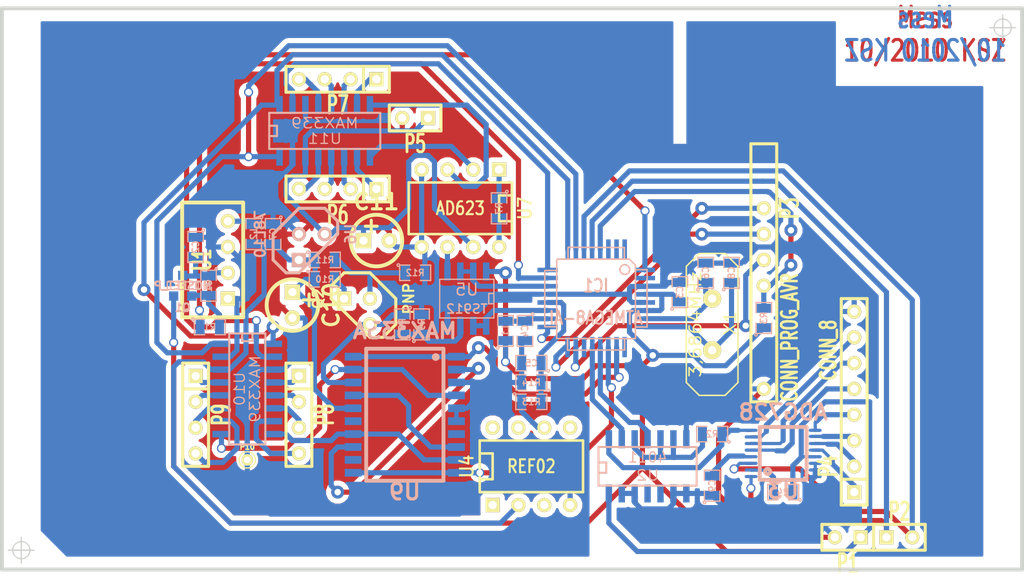
<source format=kicad_pcb>
(kicad_pcb (version 20171130) (host pcbnew 5.0.0+dfsg1-2~bpo9+1)

  (general
    (thickness 1.6002)
    (drawings 8)
    (tracks 625)
    (zones 0)
    (modules 49)
    (nets 70)
  )

  (page A4)
  (title_block
    (date "31 jan 2011")
  )

  (layers
    (0 Vorderseite signal)
    (31 Rückseite signal)
    (32 B.Adhes user)
    (33 F.Adhes user)
    (34 B.Paste user)
    (35 F.Paste user)
    (36 B.SilkS user)
    (37 F.SilkS user)
    (38 B.Mask user)
    (39 F.Mask user)
    (40 Dwgs.User user)
    (41 Cmts.User user)
    (42 Eco1.User user)
    (43 Eco2.User user)
    (44 Edge.Cuts user)
  )

  (setup
    (last_trace_width 0.508)
    (trace_clearance 0.254)
    (zone_clearance 0.508)
    (zone_45_only no)
    (trace_min 0.2032)
    (segment_width 0.381)
    (edge_width 0.381)
    (via_size 1.27)
    (via_drill 0.635)
    (via_min_size 0.889)
    (via_min_drill 0.508)
    (uvia_size 0.508)
    (uvia_drill 0.127)
    (uvias_allowed no)
    (uvia_min_size 0.508)
    (uvia_min_drill 0.127)
    (pcb_text_width 0.3048)
    (pcb_text_size 1.524 2.032)
    (mod_edge_width 0.381)
    (mod_text_size 1.524 1.524)
    (mod_text_width 0.3048)
    (pad_size 0.3175 1.27)
    (pad_drill 0)
    (pad_to_mask_clearance 0.254)
    (aux_axis_origin 0 0)
    (visible_elements FFFFFF7F)
    (pcbplotparams
      (layerselection 0x010fc_ffffffff)
      (usegerberextensions false)
      (usegerberattributes false)
      (usegerberadvancedattributes false)
      (creategerberjobfile false)
      (excludeedgelayer true)
      (linewidth 0.100000)
      (plotframeref false)
      (viasonmask false)
      (mode 1)
      (useauxorigin false)
      (hpglpennumber 1)
      (hpglpenspeed 20)
      (hpglpendiameter 15.000000)
      (psnegative false)
      (psa4output false)
      (plotreference true)
      (plotvalue true)
      (plotinvisibletext false)
      (padsonsilk false)
      (subtractmaskfromsilk false)
      (outputformat 1)
      (mirror false)
      (drillshape 1)
      (scaleselection 1)
      (outputdirectory ""))
  )

  (net 0 "")
  (net 1 +24V)
  (net 2 +5V)
  (net 3 /t1)
  (net 4 /t10)
  (net 5 /t11)
  (net 6 /t12)
  (net 7 /t13)
  (net 8 /t14)
  (net 9 /t15)
  (net 10 /t4)
  (net 11 /t5)
  (net 12 /t6)
  (net 13 /t8)
  (net 14 /t9)
  (net 15 AGND)
  (net 16 N-000008)
  (net 17 N-000011)
  (net 18 N-000012)
  (net 19 N-000013)
  (net 20 N-000014)
  (net 21 N-000016)
  (net 22 N-000017)
  (net 23 N-000018)
  (net 24 N-000019)
  (net 25 N-000021)
  (net 26 N-000022)
  (net 27 N-000023)
  (net 28 N-000024)
  (net 29 N-000025)
  (net 30 N-000026)
  (net 31 N-000027)
  (net 32 N-000028)
  (net 33 N-000029)
  (net 34 N-000030)
  (net 35 N-000031)
  (net 36 N-000032)
  (net 37 N-000037)
  (net 38 N-000038)
  (net 39 N-000039)
  (net 40 N-000040)
  (net 41 N-000041)
  (net 42 N-000042)
  (net 43 N-000043)
  (net 44 N-000044)
  (net 45 N-000045)
  (net 46 N-000046)
  (net 47 N-000047)
  (net 48 N-000048)
  (net 49 N-000049)
  (net 50 N-000050)
  (net 51 N-000051)
  (net 52 N-000052)
  (net 53 N-000053)
  (net 54 N-000056)
  (net 55 N-000059)
  (net 56 N-000060)
  (net 57 N-000061)
  (net 58 N-000062)
  (net 59 N-000063)
  (net 60 N-000064)
  (net 61 N-000065)
  (net 62 N-000066)
  (net 63 N-000067)
  (net 64 N-000068)
  (net 65 N-000071)
  (net 66 N-000072)
  (net 67 N-000073)
  (net 68 N-000080)
  (net 69 N-000081)

  (net_class Default "Dies ist die voreingestellte Netzklasse."
    (clearance 0.254)
    (trace_width 0.508)
    (via_dia 1.27)
    (via_drill 0.635)
    (uvia_dia 0.508)
    (uvia_drill 0.127)
    (add_net +24V)
    (add_net +5V)
    (add_net /t1)
    (add_net /t10)
    (add_net /t11)
    (add_net /t12)
    (add_net /t13)
    (add_net /t14)
    (add_net /t15)
    (add_net /t4)
    (add_net /t5)
    (add_net /t6)
    (add_net /t8)
    (add_net /t9)
    (add_net AGND)
    (add_net N-000008)
    (add_net N-000011)
    (add_net N-000012)
    (add_net N-000013)
    (add_net N-000014)
    (add_net N-000016)
    (add_net N-000017)
    (add_net N-000018)
    (add_net N-000019)
    (add_net N-000021)
    (add_net N-000022)
    (add_net N-000023)
    (add_net N-000024)
    (add_net N-000025)
    (add_net N-000026)
    (add_net N-000027)
    (add_net N-000028)
    (add_net N-000029)
    (add_net N-000030)
    (add_net N-000031)
    (add_net N-000032)
    (add_net N-000037)
    (add_net N-000038)
    (add_net N-000039)
    (add_net N-000040)
    (add_net N-000041)
    (add_net N-000042)
    (add_net N-000043)
    (add_net N-000044)
    (add_net N-000045)
    (add_net N-000046)
    (add_net N-000047)
    (add_net N-000048)
    (add_net N-000049)
    (add_net N-000050)
    (add_net N-000051)
    (add_net N-000052)
    (add_net N-000053)
    (add_net N-000056)
    (add_net N-000059)
    (add_net N-000060)
    (add_net N-000061)
    (add_net N-000062)
    (add_net N-000063)
    (add_net N-000064)
    (add_net N-000065)
    (add_net N-000066)
    (add_net N-000067)
    (add_net N-000068)
    (add_net N-000071)
    (add_net N-000072)
    (add_net N-000073)
    (add_net N-000080)
    (add_net N-000081)
  )

  (net_class Mini ""
    (clearance 0.127)
    (trace_width 0.3175)
    (via_dia 0.889)
    (via_drill 0.635)
    (uvia_dia 0.508)
    (uvia_drill 0.127)
  )

  (module SM0805 placed (layer Rückseite) (tedit 42806E04) (tstamp 4C97113B)
    (at 215.265 86.36)
    (path /4CA1A213)
    (attr smd)
    (fp_text reference R11 (at 0 0) (layer B.SilkS)
      (effects (font (size 0.635 0.635) (thickness 0.127)) (justify mirror))
    )
    (fp_text value 4,7k (at 0 0) (layer B.SilkS) hide
      (effects (font (size 0.635 0.635) (thickness 0.127)) (justify mirror))
    )
    (fp_circle (center -1.651 -0.762) (end -1.651 -0.635) (layer B.SilkS) (width 0.127))
    (fp_line (start -0.508 -0.762) (end -1.524 -0.762) (layer B.SilkS) (width 0.127))
    (fp_line (start -1.524 -0.762) (end -1.524 0.762) (layer B.SilkS) (width 0.127))
    (fp_line (start -1.524 0.762) (end -0.508 0.762) (layer B.SilkS) (width 0.127))
    (fp_line (start 0.508 0.762) (end 1.524 0.762) (layer B.SilkS) (width 0.127))
    (fp_line (start 1.524 0.762) (end 1.524 -0.762) (layer B.SilkS) (width 0.127))
    (fp_line (start 1.524 -0.762) (end 0.508 -0.762) (layer B.SilkS) (width 0.127))
    (pad 1 smd rect (at -0.9525 0) (size 0.889 1.397) (layers Rückseite B.Paste B.Mask)
      (net 1 +24V))
    (pad 2 smd rect (at 0.9525 0) (size 0.889 1.397) (layers Rückseite B.Paste B.Mask)
      (net 57 N-000061))
    (model smd/chip_cms.wrl
      (at (xyz 0 0 0))
      (scale (xyz 0.1 0.1 0.1))
      (rotate (xyz 0 0 0))
    )
  )

  (module SM0805 placed (layer Rückseite) (tedit 42806E04) (tstamp 4C97113D)
    (at 215.265 88.265)
    (path /4CA1A209)
    (attr smd)
    (fp_text reference R10 (at 0 0) (layer B.SilkS)
      (effects (font (size 0.635 0.635) (thickness 0.127)) (justify mirror))
    )
    (fp_text value 2,8k (at 0 0) (layer B.SilkS) hide
      (effects (font (size 0.635 0.635) (thickness 0.127)) (justify mirror))
    )
    (fp_circle (center -1.651 -0.762) (end -1.651 -0.635) (layer B.SilkS) (width 0.127))
    (fp_line (start -0.508 -0.762) (end -1.524 -0.762) (layer B.SilkS) (width 0.127))
    (fp_line (start -1.524 -0.762) (end -1.524 0.762) (layer B.SilkS) (width 0.127))
    (fp_line (start -1.524 0.762) (end -0.508 0.762) (layer B.SilkS) (width 0.127))
    (fp_line (start 0.508 0.762) (end 1.524 0.762) (layer B.SilkS) (width 0.127))
    (fp_line (start 1.524 0.762) (end 1.524 -0.762) (layer B.SilkS) (width 0.127))
    (fp_line (start 1.524 -0.762) (end 0.508 -0.762) (layer B.SilkS) (width 0.127))
    (pad 1 smd rect (at -0.9525 0) (size 0.889 1.397) (layers Rückseite B.Paste B.Mask)
      (net 1 +24V))
    (pad 2 smd rect (at 0.9525 0) (size 0.889 1.397) (layers Rückseite B.Paste B.Mask)
      (net 56 N-000060))
    (model smd/chip_cms.wrl
      (at (xyz 0 0 0))
      (scale (xyz 0.1 0.1 0.1))
      (rotate (xyz 0 0 0))
    )
  )

  (module SM0805 placed (layer Rückseite) (tedit 42806E04) (tstamp 4CA49FFC)
    (at 224.79 92.71 90)
    (path /4CA1A1B8)
    (attr smd)
    (fp_text reference R9 (at 0 0 90) (layer B.SilkS)
      (effects (font (size 0.635 0.635) (thickness 0.127)) (justify mirror))
    )
    (fp_text value 100k (at 0 0 90) (layer B.SilkS) hide
      (effects (font (size 0.635 0.635) (thickness 0.127)) (justify mirror))
    )
    (fp_circle (center -1.651 -0.762) (end -1.651 -0.635) (layer B.SilkS) (width 0.127))
    (fp_line (start -0.508 -0.762) (end -1.524 -0.762) (layer B.SilkS) (width 0.127))
    (fp_line (start -1.524 -0.762) (end -1.524 0.762) (layer B.SilkS) (width 0.127))
    (fp_line (start -1.524 0.762) (end -0.508 0.762) (layer B.SilkS) (width 0.127))
    (fp_line (start 0.508 0.762) (end 1.524 0.762) (layer B.SilkS) (width 0.127))
    (fp_line (start 1.524 0.762) (end 1.524 -0.762) (layer B.SilkS) (width 0.127))
    (fp_line (start 1.524 -0.762) (end 0.508 -0.762) (layer B.SilkS) (width 0.127))
    (pad 1 smd rect (at -0.9525 0 90) (size 0.889 1.397) (layers Rückseite B.Paste B.Mask)
      (net 58 N-000062))
    (pad 2 smd rect (at 0.9525 0 90) (size 0.889 1.397) (layers Rückseite B.Paste B.Mask)
      (net 15 AGND))
    (model smd/chip_cms.wrl
      (at (xyz 0 0 0))
      (scale (xyz 0.1 0.1 0.1))
      (rotate (xyz 0 0 0))
    )
  )

  (module SM0805 placed (layer Rückseite) (tedit 42806E04) (tstamp 4CA49FF6)
    (at 222.885 92.71 270)
    (path /4CA1A1AA)
    (attr smd)
    (fp_text reference R8 (at 0 0 270) (layer B.SilkS)
      (effects (font (size 0.635 0.635) (thickness 0.127)) (justify mirror))
    )
    (fp_text value 1M (at 0 0 270) (layer B.SilkS) hide
      (effects (font (size 0.635 0.635) (thickness 0.127)) (justify mirror))
    )
    (fp_circle (center -1.651 -0.762) (end -1.651 -0.635) (layer B.SilkS) (width 0.127))
    (fp_line (start -0.508 -0.762) (end -1.524 -0.762) (layer B.SilkS) (width 0.127))
    (fp_line (start -1.524 -0.762) (end -1.524 0.762) (layer B.SilkS) (width 0.127))
    (fp_line (start -1.524 0.762) (end -0.508 0.762) (layer B.SilkS) (width 0.127))
    (fp_line (start 0.508 0.762) (end 1.524 0.762) (layer B.SilkS) (width 0.127))
    (fp_line (start 1.524 0.762) (end 1.524 -0.762) (layer B.SilkS) (width 0.127))
    (fp_line (start 1.524 -0.762) (end 0.508 -0.762) (layer B.SilkS) (width 0.127))
    (pad 1 smd rect (at -0.9525 0 270) (size 0.889 1.397) (layers Rückseite B.Paste B.Mask)
      (net 59 N-000063))
    (pad 2 smd rect (at 0.9525 0 270) (size 0.889 1.397) (layers Rückseite B.Paste B.Mask)
      (net 58 N-000062))
    (model smd/chip_cms.wrl
      (at (xyz 0 0 0))
      (scale (xyz 0.1 0.1 0.1))
      (rotate (xyz 0 0 0))
    )
  )

  (module SM0805 placed (layer Rückseite) (tedit 42806E04) (tstamp 4C971143)
    (at 232.41 81.28 270)
    (path /4CA1A148)
    (attr smd)
    (fp_text reference R7 (at 0 0 270) (layer B.SilkS)
      (effects (font (size 0.635 0.635) (thickness 0.127)) (justify mirror))
    )
    (fp_text value 1k (at 0 0 270) (layer B.SilkS) hide
      (effects (font (size 0.635 0.635) (thickness 0.127)) (justify mirror))
    )
    (fp_circle (center -1.651 -0.762) (end -1.651 -0.635) (layer B.SilkS) (width 0.127))
    (fp_line (start -0.508 -0.762) (end -1.524 -0.762) (layer B.SilkS) (width 0.127))
    (fp_line (start -1.524 -0.762) (end -1.524 0.762) (layer B.SilkS) (width 0.127))
    (fp_line (start -1.524 0.762) (end -0.508 0.762) (layer B.SilkS) (width 0.127))
    (fp_line (start 0.508 0.762) (end 1.524 0.762) (layer B.SilkS) (width 0.127))
    (fp_line (start 1.524 0.762) (end 1.524 -0.762) (layer B.SilkS) (width 0.127))
    (fp_line (start 1.524 -0.762) (end 0.508 -0.762) (layer B.SilkS) (width 0.127))
    (pad 1 smd rect (at -0.9525 0 270) (size 0.889 1.397) (layers Rückseite B.Paste B.Mask)
      (net 60 N-000064))
    (pad 2 smd rect (at 0.9525 0 270) (size 0.889 1.397) (layers Rückseite B.Paste B.Mask)
      (net 42 N-000042))
    (model smd/chip_cms.wrl
      (at (xyz 0 0 0))
      (scale (xyz 0.1 0.1 0.1))
      (rotate (xyz 0 0 0))
    )
  )

  (module SM0805 placed (layer Rückseite) (tedit 42806E04) (tstamp 4CA06D2B)
    (at 260.35 109.22 180)
    (path /4CA1F277)
    (attr smd)
    (fp_text reference R4 (at 0 0 180) (layer B.SilkS)
      (effects (font (size 0.635 0.635) (thickness 0.127)) (justify mirror))
    )
    (fp_text value 10k (at 0 0 180) (layer B.SilkS) hide
      (effects (font (size 0.635 0.635) (thickness 0.127)) (justify mirror))
    )
    (fp_circle (center -1.651 -0.762) (end -1.651 -0.635) (layer B.SilkS) (width 0.127))
    (fp_line (start -0.508 -0.762) (end -1.524 -0.762) (layer B.SilkS) (width 0.127))
    (fp_line (start -1.524 -0.762) (end -1.524 0.762) (layer B.SilkS) (width 0.127))
    (fp_line (start -1.524 0.762) (end -0.508 0.762) (layer B.SilkS) (width 0.127))
    (fp_line (start 0.508 0.762) (end 1.524 0.762) (layer B.SilkS) (width 0.127))
    (fp_line (start 1.524 0.762) (end 1.524 -0.762) (layer B.SilkS) (width 0.127))
    (fp_line (start 1.524 -0.762) (end 0.508 -0.762) (layer B.SilkS) (width 0.127))
    (pad 1 smd rect (at -0.9525 0 180) (size 0.889 1.397) (layers Rückseite B.Paste B.Mask)
      (net 2 +5V))
    (pad 2 smd rect (at 0.9525 0 180) (size 0.889 1.397) (layers Rückseite B.Paste B.Mask)
      (net 12 /t6))
    (model smd/chip_cms.wrl
      (at (xyz 0 0 0))
      (scale (xyz 0.1 0.1 0.1))
      (rotate (xyz 0 0 0))
    )
  )

  (module SM0805 placed (layer Rückseite) (tedit 42806E04) (tstamp 4CA06D28)
    (at 258.445 92.075 90)
    (path /4CA0DEE9)
    (attr smd)
    (fp_text reference R3 (at 0 0 90) (layer B.SilkS)
      (effects (font (size 0.635 0.635) (thickness 0.127)) (justify mirror))
    )
    (fp_text value 10k (at 0 0 90) (layer B.SilkS) hide
      (effects (font (size 0.635 0.635) (thickness 0.127)) (justify mirror))
    )
    (fp_circle (center -1.651 -0.762) (end -1.651 -0.635) (layer B.SilkS) (width 0.127))
    (fp_line (start -0.508 -0.762) (end -1.524 -0.762) (layer B.SilkS) (width 0.127))
    (fp_line (start -1.524 -0.762) (end -1.524 0.762) (layer B.SilkS) (width 0.127))
    (fp_line (start -1.524 0.762) (end -0.508 0.762) (layer B.SilkS) (width 0.127))
    (fp_line (start 0.508 0.762) (end 1.524 0.762) (layer B.SilkS) (width 0.127))
    (fp_line (start 1.524 0.762) (end 1.524 -0.762) (layer B.SilkS) (width 0.127))
    (fp_line (start 1.524 -0.762) (end 0.508 -0.762) (layer B.SilkS) (width 0.127))
    (pad 1 smd rect (at -0.9525 0 90) (size 0.889 1.397) (layers Rückseite B.Paste B.Mask)
      (net 2 +5V))
    (pad 2 smd rect (at 0.9525 0 90) (size 0.889 1.397) (layers Rückseite B.Paste B.Mask)
      (net 51 N-000051))
    (model smd/chip_cms.wrl
      (at (xyz 0 0 0))
      (scale (xyz 0.1 0.1 0.1))
      (rotate (xyz 0 0 0))
    )
  )

  (module SM0805 placed (layer Rückseite) (tedit 42806E04) (tstamp 4C975437)
    (at 253.365 103.505 180)
    (path /4CA19DA5)
    (attr smd)
    (fp_text reference R2 (at 0 0 180) (layer B.SilkS)
      (effects (font (size 0.635 0.635) (thickness 0.127)) (justify mirror))
    )
    (fp_text value 1M (at 0 0 180) (layer B.SilkS) hide
      (effects (font (size 0.635 0.635) (thickness 0.127)) (justify mirror))
    )
    (fp_circle (center -1.651 -0.762) (end -1.651 -0.635) (layer B.SilkS) (width 0.127))
    (fp_line (start -0.508 -0.762) (end -1.524 -0.762) (layer B.SilkS) (width 0.127))
    (fp_line (start -1.524 -0.762) (end -1.524 0.762) (layer B.SilkS) (width 0.127))
    (fp_line (start -1.524 0.762) (end -0.508 0.762) (layer B.SilkS) (width 0.127))
    (fp_line (start 0.508 0.762) (end 1.524 0.762) (layer B.SilkS) (width 0.127))
    (fp_line (start 1.524 0.762) (end 1.524 -0.762) (layer B.SilkS) (width 0.127))
    (fp_line (start 1.524 -0.762) (end 0.508 -0.762) (layer B.SilkS) (width 0.127))
    (pad 1 smd rect (at -0.9525 0 180) (size 0.889 1.397) (layers Rückseite B.Paste B.Mask)
      (net 3 /t1))
    (pad 2 smd rect (at 0.9525 0 180) (size 0.889 1.397) (layers Rückseite B.Paste B.Mask)
      (net 43 N-000043))
    (model smd/chip_cms.wrl
      (at (xyz 0 0 0))
      (scale (xyz 0.1 0.1 0.1))
      (rotate (xyz 0 0 0))
    )
  )

  (module SM0805 placed (layer Rückseite) (tedit 42806E04) (tstamp 4CA07AAC)
    (at 203.962 92.964)
    (path /4CA44E07)
    (attr smd)
    (fp_text reference R1 (at 0 0) (layer B.SilkS)
      (effects (font (size 0.635 0.635) (thickness 0.127)) (justify mirror))
    )
    (fp_text value 1k (at 0 0) (layer B.SilkS) hide
      (effects (font (size 0.635 0.635) (thickness 0.127)) (justify mirror))
    )
    (fp_circle (center -1.651 -0.762) (end -1.651 -0.635) (layer B.SilkS) (width 0.127))
    (fp_line (start -0.508 -0.762) (end -1.524 -0.762) (layer B.SilkS) (width 0.127))
    (fp_line (start -1.524 -0.762) (end -1.524 0.762) (layer B.SilkS) (width 0.127))
    (fp_line (start -1.524 0.762) (end -0.508 0.762) (layer B.SilkS) (width 0.127))
    (fp_line (start 0.508 0.762) (end 1.524 0.762) (layer B.SilkS) (width 0.127))
    (fp_line (start 1.524 0.762) (end 1.524 -0.762) (layer B.SilkS) (width 0.127))
    (fp_line (start 1.524 -0.762) (end 0.508 -0.762) (layer B.SilkS) (width 0.127))
    (pad 1 smd rect (at -0.9525 0) (size 0.889 1.397) (layers Rückseite B.Paste B.Mask)
      (net 45 N-000045))
    (pad 2 smd rect (at 0.9525 0) (size 0.889 1.397) (layers Rückseite B.Paste B.Mask)
      (net 35 N-000031))
    (model smd/chip_cms.wrl
      (at (xyz 0 0 0))
      (scale (xyz 0.1 0.1 0.1))
      (rotate (xyz 0 0 0))
    )
  )

  (module SM0805 (layer Rückseite) (tedit 42806E04) (tstamp 4CA08137)
    (at 203.835 88.9 270)
    (path /4CA44E2B)
    (attr smd)
    (fp_text reference C1 (at 0 0 270) (layer B.SilkS)
      (effects (font (size 0.635 0.635) (thickness 0.127)) (justify mirror))
    )
    (fp_text value 0,1µF (at 0 0 270) (layer B.SilkS) hide
      (effects (font (size 0.635 0.635) (thickness 0.127)) (justify mirror))
    )
    (fp_circle (center -1.651 -0.762) (end -1.651 -0.635) (layer B.SilkS) (width 0.127))
    (fp_line (start -0.508 -0.762) (end -1.524 -0.762) (layer B.SilkS) (width 0.127))
    (fp_line (start -1.524 -0.762) (end -1.524 0.762) (layer B.SilkS) (width 0.127))
    (fp_line (start -1.524 0.762) (end -0.508 0.762) (layer B.SilkS) (width 0.127))
    (fp_line (start 0.508 0.762) (end 1.524 0.762) (layer B.SilkS) (width 0.127))
    (fp_line (start 1.524 0.762) (end 1.524 -0.762) (layer B.SilkS) (width 0.127))
    (fp_line (start 1.524 -0.762) (end 0.508 -0.762) (layer B.SilkS) (width 0.127))
    (pad 1 smd rect (at -0.9525 0 270) (size 0.889 1.397) (layers Rückseite B.Paste B.Mask)
      (net 36 N-000032))
    (pad 2 smd rect (at 0.9525 0 270) (size 0.889 1.397) (layers Rückseite B.Paste B.Mask)
      (net 35 N-000031))
    (model smd/chip_cms.wrl
      (at (xyz 0 0 0))
      (scale (xyz 0.1 0.1 0.1))
      (rotate (xyz 0 0 0))
    )
  )

  (module SM0805 (layer Rückseite) (tedit 42806E04) (tstamp 4C9CBFB2)
    (at 210.185 83.82 270)
    (path /4CA1A664)
    (attr smd)
    (fp_text reference C7 (at 0 0 270) (layer B.SilkS)
      (effects (font (size 0.635 0.635) (thickness 0.127)) (justify mirror))
    )
    (fp_text value 100nF (at 0 0 270) (layer B.SilkS) hide
      (effects (font (size 0.635 0.635) (thickness 0.127)) (justify mirror))
    )
    (fp_circle (center -1.651 -0.762) (end -1.651 -0.635) (layer B.SilkS) (width 0.127))
    (fp_line (start -0.508 -0.762) (end -1.524 -0.762) (layer B.SilkS) (width 0.127))
    (fp_line (start -1.524 -0.762) (end -1.524 0.762) (layer B.SilkS) (width 0.127))
    (fp_line (start -1.524 0.762) (end -0.508 0.762) (layer B.SilkS) (width 0.127))
    (fp_line (start 0.508 0.762) (end 1.524 0.762) (layer B.SilkS) (width 0.127))
    (fp_line (start 1.524 0.762) (end 1.524 -0.762) (layer B.SilkS) (width 0.127))
    (fp_line (start 1.524 -0.762) (end 0.508 -0.762) (layer B.SilkS) (width 0.127))
    (pad 1 smd rect (at -0.9525 0 270) (size 0.889 1.397) (layers Rückseite B.Paste B.Mask)
      (net 15 AGND))
    (pad 2 smd rect (at 0.9525 0 270) (size 0.889 1.397) (layers Rückseite B.Paste B.Mask)
      (net 1 +24V))
    (model smd/chip_cms.wrl
      (at (xyz 0 0 0))
      (scale (xyz 0.1 0.1 0.1))
      (rotate (xyz 0 0 0))
    )
  )

  (module SM0805 (layer Rückseite) (tedit 42806E04) (tstamp 4CA07936)
    (at 252.73 87.63 90)
    (path /4CA195F4)
    (attr smd)
    (fp_text reference C6 (at 0 0 90) (layer B.SilkS)
      (effects (font (size 0.635 0.635) (thickness 0.127)) (justify mirror))
    )
    (fp_text value 22pF (at 0 0 90) (layer B.SilkS) hide
      (effects (font (size 0.635 0.635) (thickness 0.127)) (justify mirror))
    )
    (fp_circle (center -1.651 -0.762) (end -1.651 -0.635) (layer B.SilkS) (width 0.127))
    (fp_line (start -0.508 -0.762) (end -1.524 -0.762) (layer B.SilkS) (width 0.127))
    (fp_line (start -1.524 -0.762) (end -1.524 0.762) (layer B.SilkS) (width 0.127))
    (fp_line (start -1.524 0.762) (end -0.508 0.762) (layer B.SilkS) (width 0.127))
    (fp_line (start 0.508 0.762) (end 1.524 0.762) (layer B.SilkS) (width 0.127))
    (fp_line (start 1.524 0.762) (end 1.524 -0.762) (layer B.SilkS) (width 0.127))
    (fp_line (start 1.524 -0.762) (end 0.508 -0.762) (layer B.SilkS) (width 0.127))
    (pad 1 smd rect (at -0.9525 0 90) (size 0.889 1.397) (layers Rückseite B.Paste B.Mask)
      (net 39 N-000039))
    (pad 2 smd rect (at 0.9525 0 90) (size 0.889 1.397) (layers Rückseite B.Paste B.Mask)
      (net 15 AGND))
    (model smd/chip_cms.wrl
      (at (xyz 0 0 0))
      (scale (xyz 0.1 0.1 0.1))
      (rotate (xyz 0 0 0))
    )
  )

  (module HC-18UV (layer Vorderseite) (tedit 42899E71) (tstamp 4CA07AAF)
    (at 253.365 92.71 270)
    (descr "Quartz boitier HC-18U vertical")
    (tags "QUARTZ DEV")
    (path /4CA195DB)
    (autoplace_cost180 10)
    (fp_text reference X1 (at -0.127 -1.778 270) (layer F.SilkS)
      (effects (font (size 1.143 1.27) (thickness 0.1524)))
    )
    (fp_text value 3,6864MHz (at 0 1.651 270) (layer F.SilkS)
      (effects (font (size 1.143 1.27) (thickness 0.1524)))
    )
    (fp_line (start -6.985 -1.27) (end -5.715 -2.54) (layer F.SilkS) (width 0.1524))
    (fp_line (start 5.715 -2.54) (end 6.985 -1.27) (layer F.SilkS) (width 0.1524))
    (fp_line (start 6.985 1.27) (end 5.715 2.54) (layer F.SilkS) (width 0.1524))
    (fp_line (start -6.985 1.27) (end -5.715 2.54) (layer F.SilkS) (width 0.1524))
    (fp_line (start -5.715 -2.54) (end 5.715 -2.54) (layer F.SilkS) (width 0.1524))
    (fp_line (start -6.985 -1.27) (end -6.985 1.27) (layer F.SilkS) (width 0.1524))
    (fp_line (start -5.715 2.54) (end 5.715 2.54) (layer F.SilkS) (width 0.1524))
    (fp_line (start 6.985 1.27) (end 6.985 -1.27) (layer F.SilkS) (width 0.1524))
    (pad 1 thru_hole circle (at -2.54 0 270) (size 1.778 1.778) (drill 0.8128) (layers *.Cu *.Mask F.SilkS)
      (net 39 N-000039))
    (pad 2 thru_hole circle (at 2.54 0 270) (size 1.778 1.778) (drill 0.8128) (layers *.Cu *.Mask F.SilkS)
      (net 38 N-000038))
    (model discret/crystal_hc18u_vertical.wrl
      (at (xyz 0 0 0))
      (scale (xyz 1 1 1))
      (rotate (xyz 0 0 0))
    )
  )

  (module SIL-2 (layer Vorderseite) (tedit 200000) (tstamp 4CA31EAC)
    (at 271.78 113.665)
    (descr "Connecteurs 2 pins")
    (tags "CONN DEV")
    (path /4CA1F2DF)
    (fp_text reference P2 (at 0 -2.54) (layer F.SilkS)
      (effects (font (size 1.72974 1.08712) (thickness 0.27178)))
    )
    (fp_text value I2C (at 0 -2.54) (layer F.SilkS) hide
      (effects (font (size 1.524 1.016) (thickness 0.254)))
    )
    (fp_line (start -2.54 1.27) (end -2.54 -1.27) (layer F.SilkS) (width 0.3048))
    (fp_line (start -2.54 -1.27) (end 2.54 -1.27) (layer F.SilkS) (width 0.3048))
    (fp_line (start 2.54 -1.27) (end 2.54 1.27) (layer F.SilkS) (width 0.3048))
    (fp_line (start 2.54 1.27) (end -2.54 1.27) (layer F.SilkS) (width 0.3048))
    (pad 1 thru_hole rect (at -1.27 0) (size 1.397 1.397) (drill 0.8128) (layers *.Cu *.Mask F.SilkS)
      (net 10 /t4))
    (pad 2 thru_hole circle (at 1.27 0) (size 1.397 1.397) (drill 0.8128) (layers *.Cu *.Mask F.SilkS)
      (net 11 /t5))
  )

  (module SIL-2 (layer Vorderseite) (tedit 200000) (tstamp 4CA31EAE)
    (at 266.7 113.665 180)
    (descr "Connecteurs 2 pins")
    (tags "CONN DEV")
    (path /4CA1A304)
    (fp_text reference P1 (at 0 -2.54 180) (layer F.SilkS)
      (effects (font (size 1.72974 1.08712) (thickness 0.27178)))
    )
    (fp_text value VCC (at 0 -2.54 180) (layer F.SilkS) hide
      (effects (font (size 1.524 1.016) (thickness 0.254)))
    )
    (fp_line (start -2.54 1.27) (end -2.54 -1.27) (layer F.SilkS) (width 0.3048))
    (fp_line (start -2.54 -1.27) (end 2.54 -1.27) (layer F.SilkS) (width 0.3048))
    (fp_line (start 2.54 -1.27) (end 2.54 1.27) (layer F.SilkS) (width 0.3048))
    (fp_line (start 2.54 1.27) (end -2.54 1.27) (layer F.SilkS) (width 0.3048))
    (pad 1 thru_hole rect (at -1.27 0 180) (size 1.397 1.397) (drill 0.8128) (layers *.Cu *.Mask F.SilkS)
      (net 2 +5V))
    (pad 2 thru_hole circle (at 1.27 0 180) (size 1.397 1.397) (drill 0.8128) (layers *.Cu *.Mask F.SilkS)
      (net 15 AGND))
  )

  (module SM0805 (layer Rückseite) (tedit 42806E04) (tstamp 4CA31EB3)
    (at 208.28 83.82 270)
    (path /4CA1A689)
    (attr smd)
    (fp_text reference L2 (at 0 0 270) (layer B.SilkS)
      (effects (font (size 0.635 0.635) (thickness 0.127)) (justify mirror))
    )
    (fp_text value 10µH (at 0 0 270) (layer B.SilkS) hide
      (effects (font (size 0.635 0.635) (thickness 0.127)) (justify mirror))
    )
    (fp_circle (center -1.651 -0.762) (end -1.651 -0.635) (layer B.SilkS) (width 0.127))
    (fp_line (start -0.508 -0.762) (end -1.524 -0.762) (layer B.SilkS) (width 0.127))
    (fp_line (start -1.524 -0.762) (end -1.524 0.762) (layer B.SilkS) (width 0.127))
    (fp_line (start -1.524 0.762) (end -0.508 0.762) (layer B.SilkS) (width 0.127))
    (fp_line (start 0.508 0.762) (end 1.524 0.762) (layer B.SilkS) (width 0.127))
    (fp_line (start 1.524 0.762) (end 1.524 -0.762) (layer B.SilkS) (width 0.127))
    (fp_line (start 1.524 -0.762) (end 0.508 -0.762) (layer B.SilkS) (width 0.127))
    (pad 1 smd rect (at -0.9525 0 270) (size 0.889 1.397) (layers Rückseite B.Paste B.Mask)
      (net 63 N-000067))
    (pad 2 smd rect (at 0.9525 0 270) (size 0.889 1.397) (layers Rückseite B.Paste B.Mask)
      (net 1 +24V))
    (model smd/chip_cms.wrl
      (at (xyz 0 0 0))
      (scale (xyz 0.1 0.1 0.1))
      (rotate (xyz 0 0 0))
    )
  )

  (module SM0805 (layer Rückseite) (tedit 42806E04) (tstamp 4CA31EB5)
    (at 233.045 93.345 90)
    (path /4CA0E053)
    (attr smd)
    (fp_text reference L1 (at 0 0 90) (layer B.SilkS)
      (effects (font (size 0.635 0.635) (thickness 0.127)) (justify mirror))
    )
    (fp_text value 10µH (at 0 0 90) (layer B.SilkS) hide
      (effects (font (size 0.635 0.635) (thickness 0.127)) (justify mirror))
    )
    (fp_circle (center -1.651 -0.762) (end -1.651 -0.635) (layer B.SilkS) (width 0.127))
    (fp_line (start -0.508 -0.762) (end -1.524 -0.762) (layer B.SilkS) (width 0.127))
    (fp_line (start -1.524 -0.762) (end -1.524 0.762) (layer B.SilkS) (width 0.127))
    (fp_line (start -1.524 0.762) (end -0.508 0.762) (layer B.SilkS) (width 0.127))
    (fp_line (start 0.508 0.762) (end 1.524 0.762) (layer B.SilkS) (width 0.127))
    (fp_line (start 1.524 0.762) (end 1.524 -0.762) (layer B.SilkS) (width 0.127))
    (fp_line (start 1.524 -0.762) (end 0.508 -0.762) (layer B.SilkS) (width 0.127))
    (pad 1 smd rect (at -0.9525 0 90) (size 0.889 1.397) (layers Rückseite B.Paste B.Mask)
      (net 2 +5V))
    (pad 2 smd rect (at 0.9525 0 90) (size 0.889 1.397) (layers Rückseite B.Paste B.Mask)
      (net 52 N-000052))
    (model smd/chip_cms.wrl
      (at (xyz 0 0 0))
      (scale (xyz 0.1 0.1 0.1))
      (rotate (xyz 0 0 0))
    )
  )

  (module SM0805 (layer Rückseite) (tedit 42806E04) (tstamp 4CA4A19B)
    (at 234.95 93.345 270)
    (path /4CA0DFDE)
    (attr smd)
    (fp_text reference C4 (at 0 0 270) (layer B.SilkS)
      (effects (font (size 0.635 0.635) (thickness 0.127)) (justify mirror))
    )
    (fp_text value 100nF (at 0 0 270) (layer B.SilkS) hide
      (effects (font (size 0.635 0.635) (thickness 0.127)) (justify mirror))
    )
    (fp_circle (center -1.651 -0.762) (end -1.651 -0.635) (layer B.SilkS) (width 0.127))
    (fp_line (start -0.508 -0.762) (end -1.524 -0.762) (layer B.SilkS) (width 0.127))
    (fp_line (start -1.524 -0.762) (end -1.524 0.762) (layer B.SilkS) (width 0.127))
    (fp_line (start -1.524 0.762) (end -0.508 0.762) (layer B.SilkS) (width 0.127))
    (fp_line (start 0.508 0.762) (end 1.524 0.762) (layer B.SilkS) (width 0.127))
    (fp_line (start 1.524 0.762) (end 1.524 -0.762) (layer B.SilkS) (width 0.127))
    (fp_line (start 1.524 -0.762) (end 0.508 -0.762) (layer B.SilkS) (width 0.127))
    (pad 1 smd rect (at -0.9525 0 270) (size 0.889 1.397) (layers Rückseite B.Paste B.Mask)
      (net 52 N-000052))
    (pad 2 smd rect (at 0.9525 0 270) (size 0.889 1.397) (layers Rückseite B.Paste B.Mask)
      (net 15 AGND))
    (model smd/chip_cms.wrl
      (at (xyz 0 0 0))
      (scale (xyz 0.1 0.1 0.1))
      (rotate (xyz 0 0 0))
    )
  )

  (module SM0805 (layer Rückseite) (tedit 42806E04) (tstamp 4C971151)
    (at 235.585 96.52 180)
    (path /4CA0E123)
    (attr smd)
    (fp_text reference C5 (at 0 0 180) (layer B.SilkS)
      (effects (font (size 0.635 0.635) (thickness 0.127)) (justify mirror))
    )
    (fp_text value 100nF (at 0 0 180) (layer B.SilkS) hide
      (effects (font (size 0.635 0.635) (thickness 0.127)) (justify mirror))
    )
    (fp_circle (center -1.651 -0.762) (end -1.651 -0.635) (layer B.SilkS) (width 0.127))
    (fp_line (start -0.508 -0.762) (end -1.524 -0.762) (layer B.SilkS) (width 0.127))
    (fp_line (start -1.524 -0.762) (end -1.524 0.762) (layer B.SilkS) (width 0.127))
    (fp_line (start -1.524 0.762) (end -0.508 0.762) (layer B.SilkS) (width 0.127))
    (fp_line (start 0.508 0.762) (end 1.524 0.762) (layer B.SilkS) (width 0.127))
    (fp_line (start 1.524 0.762) (end 1.524 -0.762) (layer B.SilkS) (width 0.127))
    (fp_line (start 1.524 -0.762) (end 0.508 -0.762) (layer B.SilkS) (width 0.127))
    (pad 1 smd rect (at -0.9525 0 180) (size 0.889 1.397) (layers Rückseite B.Paste B.Mask)
      (net 65 N-000071))
    (pad 2 smd rect (at 0.9525 0 180) (size 0.889 1.397) (layers Rückseite B.Paste B.Mask)
      (net 15 AGND))
    (model smd/chip_cms.wrl
      (at (xyz 0 0 0))
      (scale (xyz 0.1 0.1 0.1))
      (rotate (xyz 0 0 0))
    )
  )

  (module SM0805 (layer Rückseite) (tedit 42806E04) (tstamp 4C971158)
    (at 250.19 89.535 90)
    (path /4CA0DEDF)
    (attr smd)
    (fp_text reference C3 (at 0 0 90) (layer B.SilkS)
      (effects (font (size 0.635 0.635) (thickness 0.127)) (justify mirror))
    )
    (fp_text value 100nF (at 0 0 90) (layer B.SilkS) hide
      (effects (font (size 0.635 0.635) (thickness 0.127)) (justify mirror))
    )
    (fp_circle (center -1.651 -0.762) (end -1.651 -0.635) (layer B.SilkS) (width 0.127))
    (fp_line (start -0.508 -0.762) (end -1.524 -0.762) (layer B.SilkS) (width 0.127))
    (fp_line (start -1.524 -0.762) (end -1.524 0.762) (layer B.SilkS) (width 0.127))
    (fp_line (start -1.524 0.762) (end -0.508 0.762) (layer B.SilkS) (width 0.127))
    (fp_line (start 0.508 0.762) (end 1.524 0.762) (layer B.SilkS) (width 0.127))
    (fp_line (start 1.524 0.762) (end 1.524 -0.762) (layer B.SilkS) (width 0.127))
    (fp_line (start 1.524 -0.762) (end 0.508 -0.762) (layer B.SilkS) (width 0.127))
    (pad 1 smd rect (at -0.9525 0 90) (size 0.889 1.397) (layers Rückseite B.Paste B.Mask)
      (net 2 +5V))
    (pad 2 smd rect (at 0.9525 0 90) (size 0.889 1.397) (layers Rückseite B.Paste B.Mask)
      (net 15 AGND))
    (model smd/chip_cms.wrl
      (at (xyz 0 0 0))
      (scale (xyz 0.1 0.1 0.1))
      (rotate (xyz 0 0 0))
    )
  )

  (module SM0805 (layer Rückseite) (tedit 42806E04) (tstamp 4C97115A)
    (at 202.565 85.09 270)
    (path /4CA44DD9)
    (attr smd)
    (fp_text reference C2 (at 0 0 270) (layer B.SilkS)
      (effects (font (size 0.635 0.635) (thickness 0.127)) (justify mirror))
    )
    (fp_text value 0,1µF (at 0 0 270) (layer B.SilkS) hide
      (effects (font (size 0.635 0.635) (thickness 0.127)) (justify mirror))
    )
    (fp_circle (center -1.651 -0.762) (end -1.651 -0.635) (layer B.SilkS) (width 0.127))
    (fp_line (start -0.508 -0.762) (end -1.524 -0.762) (layer B.SilkS) (width 0.127))
    (fp_line (start -1.524 -0.762) (end -1.524 0.762) (layer B.SilkS) (width 0.127))
    (fp_line (start -1.524 0.762) (end -0.508 0.762) (layer B.SilkS) (width 0.127))
    (fp_line (start 0.508 0.762) (end 1.524 0.762) (layer B.SilkS) (width 0.127))
    (fp_line (start 1.524 0.762) (end 1.524 -0.762) (layer B.SilkS) (width 0.127))
    (fp_line (start 1.524 -0.762) (end 0.508 -0.762) (layer B.SilkS) (width 0.127))
    (pad 1 smd rect (at -0.9525 0 270) (size 0.889 1.397) (layers Rückseite B.Paste B.Mask)
      (net 15 AGND))
    (pad 2 smd rect (at 0.9525 0 270) (size 0.889 1.397) (layers Rückseite B.Paste B.Mask)
      (net 36 N-000032))
    (model smd/chip_cms.wrl
      (at (xyz 0 0 0))
      (scale (xyz 0.1 0.1 0.1))
      (rotate (xyz 0 0 0))
    )
  )

  (module TQFP32 (layer Rückseite) (tedit 43A670DA) (tstamp 4C971155)
    (at 241.935 90.17 180)
    (path /4CA0DE94)
    (fp_text reference IC1 (at 0 1.27 180) (layer B.SilkS)
      (effects (font (size 1.27 1.016) (thickness 0.2032)) (justify mirror))
    )
    (fp_text value ATMEGA8-AI (at 0 -1.905 180) (layer B.SilkS)
      (effects (font (size 1.27 1.016) (thickness 0.2032)) (justify mirror))
    )
    (fp_line (start 5.0292 -2.7686) (end 3.8862 -2.7686) (layer B.SilkS) (width 0.1524))
    (fp_line (start 5.0292 2.7686) (end 3.9116 2.7686) (layer B.SilkS) (width 0.1524))
    (fp_line (start 5.0292 -2.7686) (end 5.0292 2.7686) (layer B.SilkS) (width 0.1524))
    (fp_line (start 2.794 -3.9624) (end 2.794 -5.0546) (layer B.SilkS) (width 0.1524))
    (fp_line (start -2.8194 -3.9878) (end -2.8194 -5.0546) (layer B.SilkS) (width 0.1524))
    (fp_line (start -2.8448 -5.0546) (end 2.794 -5.08) (layer B.SilkS) (width 0.1524))
    (fp_line (start -2.794 5.0292) (end 2.7178 5.0546) (layer B.SilkS) (width 0.1524))
    (fp_line (start -3.8862 3.2766) (end -3.8862 -3.9116) (layer B.SilkS) (width 0.1524))
    (fp_line (start 2.7432 5.0292) (end 2.7432 3.9878) (layer B.SilkS) (width 0.1524))
    (fp_line (start -3.2512 3.8862) (end 3.81 3.8862) (layer B.SilkS) (width 0.1524))
    (fp_line (start 3.8608 -3.937) (end 3.8608 3.7846) (layer B.SilkS) (width 0.1524))
    (fp_line (start -3.8862 -3.937) (end 3.7338 -3.937) (layer B.SilkS) (width 0.1524))
    (fp_line (start -5.0292 2.8448) (end -5.0292 -2.794) (layer B.SilkS) (width 0.1524))
    (fp_line (start -5.0292 -2.794) (end -3.8862 -2.794) (layer B.SilkS) (width 0.1524))
    (fp_line (start -3.87604 3.302) (end -3.29184 3.8862) (layer B.SilkS) (width 0.1524))
    (fp_line (start -5.02412 2.8448) (end -3.87604 2.8448) (layer B.SilkS) (width 0.1524))
    (fp_line (start -2.794 3.8862) (end -2.794 5.03428) (layer B.SilkS) (width 0.1524))
    (fp_circle (center -2.83972 2.86004) (end -2.43332 2.60604) (layer B.SilkS) (width 0.1524))
    (pad 8 smd rect (at -4.81584 -2.77622 180) (size 1.99898 0.44958) (layers Rückseite B.Paste B.Mask)
      (net 38 N-000038))
    (pad 7 smd rect (at -4.81584 -1.97612 180) (size 1.99898 0.44958) (layers Rückseite B.Paste B.Mask)
      (net 39 N-000039))
    (pad 6 smd rect (at -4.81584 -1.17602 180) (size 1.99898 0.44958) (layers Rückseite B.Paste B.Mask)
      (net 2 +5V))
    (pad 5 smd rect (at -4.81584 -0.37592 180) (size 1.99898 0.44958) (layers Rückseite B.Paste B.Mask)
      (net 15 AGND))
    (pad 4 smd rect (at -4.81584 0.42418 180) (size 1.99898 0.44958) (layers Rückseite B.Paste B.Mask)
      (net 2 +5V))
    (pad 3 smd rect (at -4.81584 1.22428 180) (size 1.99898 0.44958) (layers Rückseite B.Paste B.Mask)
      (net 15 AGND))
    (pad 2 smd rect (at -4.81584 2.02438 180) (size 1.99898 0.44958) (layers Rückseite B.Paste B.Mask))
    (pad 1 smd rect (at -4.81584 2.82448 180) (size 1.99898 0.44958) (layers Rückseite B.Paste B.Mask)
      (net 53 N-000053))
    (pad 24 smd rect (at 4.7498 2.8194 180) (size 1.99898 0.44958) (layers Rückseite B.Paste B.Mask)
      (net 46 N-000046))
    (pad 17 smd rect (at 4.7498 -2.794 180) (size 1.99898 0.44958) (layers Rückseite B.Paste B.Mask)
      (net 49 N-000049))
    (pad 18 smd rect (at 4.7498 -1.9812 180) (size 1.99898 0.44958) (layers Rückseite B.Paste B.Mask)
      (net 52 N-000052))
    (pad 19 smd rect (at 4.7498 -1.1684 180) (size 1.99898 0.44958) (layers Rückseite B.Paste B.Mask)
      (net 50 N-000050))
    (pad 20 smd rect (at 4.7498 -0.381 180) (size 1.99898 0.44958) (layers Rückseite B.Paste B.Mask)
      (net 65 N-000071))
    (pad 21 smd rect (at 4.7498 0.4318 180) (size 1.99898 0.44958) (layers Rückseite B.Paste B.Mask)
      (net 15 AGND))
    (pad 22 smd rect (at 4.7498 1.2192 180) (size 1.99898 0.44958) (layers Rückseite B.Paste B.Mask)
      (net 66 N-000072))
    (pad 23 smd rect (at 4.7498 2.032 180) (size 1.99898 0.44958) (layers Rückseite B.Paste B.Mask)
      (net 45 N-000045))
    (pad 32 smd rect (at -2.82448 4.826 180) (size 0.44958 1.99898) (layers Rückseite B.Paste B.Mask))
    (pad 31 smd rect (at -2.02692 4.826 180) (size 0.44958 1.99898) (layers Rückseite B.Paste B.Mask))
    (pad 30 smd rect (at -1.22428 4.826 180) (size 0.44958 1.99898) (layers Rückseite B.Paste B.Mask))
    (pad 29 smd rect (at -0.42672 4.826 180) (size 0.44958 1.99898) (layers Rückseite B.Paste B.Mask)
      (net 51 N-000051))
    (pad 28 smd rect (at 0.37592 4.826 180) (size 0.44958 1.99898) (layers Rückseite B.Paste B.Mask)
      (net 10 /t4))
    (pad 27 smd rect (at 1.17348 4.826 180) (size 0.44958 1.99898) (layers Rückseite B.Paste B.Mask)
      (net 11 /t5))
    (pad 26 smd rect (at 1.97612 4.826 180) (size 0.44958 1.99898) (layers Rückseite B.Paste B.Mask)
      (net 48 N-000048))
    (pad 25 smd rect (at 2.77368 4.826 180) (size 0.44958 1.99898) (layers Rückseite B.Paste B.Mask)
      (net 21 N-000016))
    (pad 9 smd rect (at -2.8194 -4.7752 180) (size 0.44958 1.99898) (layers Rückseite B.Paste B.Mask))
    (pad 10 smd rect (at -2.032 -4.7752 180) (size 0.44958 1.99898) (layers Rückseite B.Paste B.Mask)
      (net 61 N-000065))
    (pad 11 smd rect (at -1.2192 -4.7752 180) (size 0.44958 1.99898) (layers Rückseite B.Paste B.Mask)
      (net 67 N-000073))
    (pad 12 smd rect (at -0.4318 -4.7752 180) (size 0.44958 1.99898) (layers Rückseite B.Paste B.Mask)
      (net 44 N-000044))
    (pad 13 smd rect (at 0.3556 -4.7752 180) (size 0.44958 1.99898) (layers Rückseite B.Paste B.Mask)
      (net 68 N-000080))
    (pad 14 smd rect (at 1.1684 -4.7752 180) (size 0.44958 1.99898) (layers Rückseite B.Paste B.Mask))
    (pad 15 smd rect (at 1.9812 -4.7752 180) (size 0.44958 1.99898) (layers Rückseite B.Paste B.Mask)
      (net 37 N-000037))
    (pad 16 smd rect (at 2.794 -4.7752 180) (size 0.44958 1.99898) (layers Rückseite B.Paste B.Mask)
      (net 47 N-000047))
    (model smd/tqfp32.wrl
      (at (xyz 0 0 0))
      (scale (xyz 1 1 1))
      (rotate (xyz 0 0 0))
    )
  )

  (module DIP-8__300 (layer Vorderseite) (tedit 43A7F843) (tstamp 4C9F7527)
    (at 235.585 106.68)
    (descr "8 pins DIL package, round pads")
    (tags DIL)
    (path /4CA4434A)
    (fp_text reference U4 (at -6.35 0 90) (layer F.SilkS)
      (effects (font (size 1.27 1.143) (thickness 0.2032)))
    )
    (fp_text value REF02 (at 0 0) (layer F.SilkS)
      (effects (font (size 1.27 1.016) (thickness 0.2032)))
    )
    (fp_line (start -5.08 -1.27) (end -3.81 -1.27) (layer F.SilkS) (width 0.254))
    (fp_line (start -3.81 -1.27) (end -3.81 1.27) (layer F.SilkS) (width 0.254))
    (fp_line (start -3.81 1.27) (end -5.08 1.27) (layer F.SilkS) (width 0.254))
    (fp_line (start -5.08 -2.54) (end 5.08 -2.54) (layer F.SilkS) (width 0.254))
    (fp_line (start 5.08 -2.54) (end 5.08 2.54) (layer F.SilkS) (width 0.254))
    (fp_line (start 5.08 2.54) (end -5.08 2.54) (layer F.SilkS) (width 0.254))
    (fp_line (start -5.08 2.54) (end -5.08 -2.54) (layer F.SilkS) (width 0.254))
    (pad 1 thru_hole rect (at -3.81 3.81) (size 1.397 1.397) (drill 0.8128) (layers *.Cu *.Mask F.SilkS))
    (pad 2 thru_hole circle (at -1.27 3.81) (size 1.397 1.397) (drill 0.8128) (layers *.Cu *.Mask F.SilkS)
      (net 1 +24V))
    (pad 3 thru_hole circle (at 1.27 3.81) (size 1.397 1.397) (drill 0.8128) (layers *.Cu *.Mask F.SilkS))
    (pad 4 thru_hole circle (at 3.81 3.81) (size 1.397 1.397) (drill 0.8128) (layers *.Cu *.Mask F.SilkS)
      (net 15 AGND))
    (pad 5 thru_hole circle (at 3.81 -3.81) (size 1.397 1.397) (drill 0.8128) (layers *.Cu *.Mask F.SilkS))
    (pad 6 thru_hole circle (at 1.27 -3.81) (size 1.397 1.397) (drill 0.8128) (layers *.Cu *.Mask F.SilkS)
      (net 16 N-000008))
    (pad 7 thru_hole circle (at -1.27 -3.81) (size 1.397 1.397) (drill 0.8128) (layers *.Cu *.Mask F.SilkS))
    (pad 8 thru_hole circle (at -3.81 -3.81) (size 1.397 1.397) (drill 0.8128) (layers *.Cu *.Mask F.SilkS))
    (model dil/dil_8.wrl
      (at (xyz 0 0 0))
      (scale (xyz 1 1 1))
      (rotate (xyz 0 0 0))
    )
  )

  (module TO92 (layer Rückseite) (tedit 443CFFD1) (tstamp 4CA31EB8)
    (at 213.995 85.09 270)
    (descr "Transistor TO92 brochage type BC237")
    (tags "TR TO92")
    (path /4CA44368)
    (fp_text reference U6 (at -1.27 -3.81 270) (layer B.SilkS)
      (effects (font (size 1.016 1.016) (thickness 0.2032)) (justify mirror))
    )
    (fp_text value 78L10 (at -1.27 5.08 270) (layer B.SilkS)
      (effects (font (size 1.016 1.016) (thickness 0.2032)) (justify mirror))
    )
    (fp_line (start -1.27 -2.54) (end 2.54 1.27) (layer B.SilkS) (width 0.3048))
    (fp_line (start 2.54 1.27) (end 2.54 2.54) (layer B.SilkS) (width 0.3048))
    (fp_line (start 2.54 2.54) (end 1.27 3.81) (layer B.SilkS) (width 0.3048))
    (fp_line (start 1.27 3.81) (end -1.27 3.81) (layer B.SilkS) (width 0.3048))
    (fp_line (start -1.27 3.81) (end -3.81 1.27) (layer B.SilkS) (width 0.3048))
    (fp_line (start -3.81 1.27) (end -3.81 -1.27) (layer B.SilkS) (width 0.3048))
    (fp_line (start -3.81 -1.27) (end -2.54 -2.54) (layer B.SilkS) (width 0.3048))
    (fp_line (start -2.54 -2.54) (end -1.27 -2.54) (layer B.SilkS) (width 0.3048))
    (pad 1 thru_hole rect (at 1.27 1.27 270) (size 1.397 1.397) (drill 0.8128) (layers *.Cu *.Mask B.SilkS)
      (net 1 +24V))
    (pad 2 thru_hole circle (at -1.27 1.27 270) (size 1.397 1.397) (drill 0.8128) (layers *.Cu *.Mask B.SilkS)
      (net 15 AGND))
    (pad 3 thru_hole circle (at -1.27 -1.27 270) (size 1.397 1.397) (drill 0.8128) (layers *.Cu *.Mask B.SilkS)
      (net 69 N-000081))
    (model discret/to98.wrl
      (at (xyz 0 0 0))
      (scale (xyz 1 1 1))
      (rotate (xyz 0 0 0))
    )
  )

  (module DIP-8__300 (layer Vorderseite) (tedit 43A7F843) (tstamp 4CA31EBA)
    (at 228.6 81.28 180)
    (descr "8 pins DIL package, round pads")
    (tags DIL)
    (path /4CA19FFF)
    (fp_text reference U7 (at -6.35 0 270) (layer F.SilkS)
      (effects (font (size 1.27 1.143) (thickness 0.2032)))
    )
    (fp_text value AD623 (at 0 0 180) (layer F.SilkS)
      (effects (font (size 1.27 1.016) (thickness 0.2032)))
    )
    (fp_line (start -5.08 -1.27) (end -3.81 -1.27) (layer F.SilkS) (width 0.254))
    (fp_line (start -3.81 -1.27) (end -3.81 1.27) (layer F.SilkS) (width 0.254))
    (fp_line (start -3.81 1.27) (end -5.08 1.27) (layer F.SilkS) (width 0.254))
    (fp_line (start -5.08 -2.54) (end 5.08 -2.54) (layer F.SilkS) (width 0.254))
    (fp_line (start 5.08 -2.54) (end 5.08 2.54) (layer F.SilkS) (width 0.254))
    (fp_line (start 5.08 2.54) (end -5.08 2.54) (layer F.SilkS) (width 0.254))
    (fp_line (start -5.08 2.54) (end -5.08 -2.54) (layer F.SilkS) (width 0.254))
    (pad 1 thru_hole rect (at -3.81 3.81 180) (size 1.397 1.397) (drill 0.8128) (layers *.Cu *.Mask F.SilkS)
      (net 60 N-000064))
    (pad 2 thru_hole circle (at -1.27 3.81 180) (size 1.397 1.397) (drill 0.8128) (layers *.Cu *.Mask F.SilkS)
      (net 40 N-000040))
    (pad 3 thru_hole circle (at 1.27 3.81 180) (size 1.397 1.397) (drill 0.8128) (layers *.Cu *.Mask F.SilkS)
      (net 41 N-000041))
    (pad 4 thru_hole circle (at 3.81 3.81 180) (size 1.397 1.397) (drill 0.8128) (layers *.Cu *.Mask F.SilkS)
      (net 15 AGND))
    (pad 5 thru_hole circle (at 3.81 -3.81 180) (size 1.397 1.397) (drill 0.8128) (layers *.Cu *.Mask F.SilkS)
      (net 15 AGND))
    (pad 6 thru_hole circle (at 1.27 -3.81 180) (size 1.397 1.397) (drill 0.8128) (layers *.Cu *.Mask F.SilkS)
      (net 34 N-000030))
    (pad 7 thru_hole circle (at -1.27 -3.81 180) (size 1.397 1.397) (drill 0.8128) (layers *.Cu *.Mask F.SilkS)
      (net 69 N-000081))
    (pad 8 thru_hole circle (at -3.81 -3.81 180) (size 1.397 1.397) (drill 0.8128) (layers *.Cu *.Mask F.SilkS)
      (net 42 N-000042))
    (model dil/dil_8.wrl
      (at (xyz 0 0 0))
      (scale (xyz 1 1 1))
      (rotate (xyz 0 0 0))
    )
  )

  (module SOIC20_300 (layer Rückseite) (tedit 4CA32865) (tstamp 4CA31EB6)
    (at 223.139 101.6 90)
    (descr "SOIC 300mil 20pin")
    (path /4CA1B2AC)
    (fp_text reference U9 (at -7.59968 0) (layer B.SilkS)
      (effects (font (size 1.524 1.524) (thickness 0.3048)) (justify mirror))
    )
    (fp_text value MAX333A (at 8.255 0) (layer B.SilkS)
      (effects (font (size 1.524 1.524) (thickness 0.3048)) (justify mirror))
    )
    (fp_line (start 6.49986 3.79984) (end 6.49986 -3.79984) (layer B.SilkS) (width 0.381))
    (fp_line (start 6.49986 -3.79984) (end -6.49986 -3.79984) (layer B.SilkS) (width 0.381))
    (fp_line (start -6.49986 -3.79984) (end -6.49986 3.79984) (layer B.SilkS) (width 0.381))
    (fp_line (start -6.49986 3.79984) (end 6.49986 3.79984) (layer B.SilkS) (width 0.381))
    (fp_circle (center 5.6769 3.04038) (end 5.8674 3.04038) (layer B.SilkS) (width 0.381))
    (pad 17 smd rect (at 1.905 -5.08 90) (size 0.762 1.651) (layers Rückseite B.Paste B.Mask)
      (net 62 N-000066))
    (pad 16 smd rect (at 0.635 -5.08 90) (size 0.762 1.651) (layers Rückseite B.Paste B.Mask)
      (net 1 +24V))
    (pad 14 smd rect (at -1.905 -5.08 90) (size 0.762 1.651) (layers Rückseite B.Paste B.Mask)
      (net 17 N-000011))
    (pad 15 smd rect (at -0.635 -5.08 90) (size 0.762 1.651) (layers Rückseite B.Paste B.Mask))
    (pad 13 smd rect (at -3.175 -5.08 90) (size 0.762 1.651) (layers Rückseite B.Paste B.Mask)
      (net 55 N-000059))
    (pad 12 smd rect (at -4.445 -5.08 90) (size 0.762 1.651) (layers Rückseite B.Paste B.Mask))
    (pad 11 smd rect (at -5.715 -5.08 90) (size 0.762 1.651) (layers Rückseite B.Paste B.Mask)
      (net 67 N-000073))
    (pad 18 smd rect (at 3.175 -5.08 90) (size 0.762 1.651) (layers Rückseite B.Paste B.Mask)
      (net 59 N-000063))
    (pad 19 smd rect (at 4.445 -5.08 90) (size 0.762 1.651) (layers Rückseite B.Paste B.Mask)
      (net 64 N-000068))
    (pad 20 smd rect (at 5.715 -5.08 90) (size 0.762 1.651) (layers Rückseite B.Paste B.Mask)
      (net 61 N-000065))
    (pad 1 smd rect (at 5.715 5.08 90) (size 0.762 1.651) (layers Rückseite B.Paste B.Mask)
      (net 61 N-000065))
    (pad 2 smd rect (at 4.445 5.08 90) (size 0.762 1.651) (layers Rückseite B.Paste B.Mask)
      (net 55 N-000059))
    (pad 3 smd rect (at 3.175 5.08 90) (size 0.762 1.651) (layers Rückseite B.Paste B.Mask)
      (net 15 AGND))
    (pad 4 smd rect (at 1.905 5.08 90) (size 0.762 1.651) (layers Rückseite B.Paste B.Mask)
      (net 64 N-000068))
    (pad 5 smd rect (at 0.635 5.08 90) (size 0.762 1.651) (layers Rückseite B.Paste B.Mask)
      (net 15 AGND))
    (pad 6 smd rect (at -0.635 5.08 90) (size 0.762 1.651) (layers Rückseite B.Paste B.Mask)
      (net 15 AGND))
    (pad 7 smd rect (at -1.905 5.08 90) (size 0.762 1.651) (layers Rückseite B.Paste B.Mask))
    (pad 8 smd rect (at -3.175 5.08 90) (size 0.762 1.651) (layers Rückseite B.Paste B.Mask)
      (net 62 N-000066))
    (pad 9 smd rect (at -4.445 5.08 90) (size 0.762 1.651) (layers Rückseite B.Paste B.Mask)
      (net 17 N-000011))
    (pad 10 smd rect (at -5.715 5.08 90) (size 0.762 1.651) (layers Rückseite B.Paste B.Mask)
      (net 67 N-000073))
  )

  (module SIL-10_MYAVR (layer Vorderseite) (tedit 4C8BB766) (tstamp 4CA4644A)
    (at 258.445 87.63 270)
    (descr "Connector myAVR")
    (tags "CONN AVR")
    (path /4CA45C17)
    (fp_text reference P3 (at -6.35 -2.54 270) (layer F.SilkS)
      (effects (font (size 1.72974 1.08712) (thickness 0.27178)))
    )
    (fp_text value CONN_PROG_AVR (at 6.35 -2.54 270) (layer F.SilkS)
      (effects (font (size 1.524 1.016) (thickness 0.254)))
    )
    (fp_line (start -12.7 1.27) (end -12.7 -1.27) (layer F.SilkS) (width 0.3048))
    (fp_line (start -12.7 -1.27) (end 12.7 -1.27) (layer F.SilkS) (width 0.3048))
    (fp_line (start 12.7 -1.27) (end 12.7 1.27) (layer F.SilkS) (width 0.3048))
    (fp_line (start 12.7 1.27) (end -12.7 1.27) (layer F.SilkS) (width 0.3048))
    (pad 3 thru_hole circle (at -6.35 0 270) (size 1.397 1.397) (drill 0.8128) (layers *.Cu *.Mask F.SilkS)
      (net 49 N-000049))
    (pad 4 thru_hole circle (at -3.81 0 270) (size 1.397 1.397) (drill 0.8128) (layers *.Cu *.Mask F.SilkS)
      (net 47 N-000047))
    (pad 5 thru_hole circle (at -1.27 0 270) (size 1.397 1.397) (drill 0.8128) (layers *.Cu *.Mask F.SilkS)
      (net 37 N-000037))
    (pad 6 thru_hole circle (at 1.27 0 270) (size 1.397 1.397) (drill 0.8128) (layers *.Cu *.Mask F.SilkS)
      (net 51 N-000051))
    (pad 10 thru_hole circle (at 11.43 0 270) (size 1.397 1.397) (drill 0.8128) (layers *.Cu *.Mask F.SilkS)
      (net 15 AGND))
  )

  (module SM0805 (layer Rückseite) (tedit 42806E04) (tstamp 4CA4644B)
    (at 224.155 87.63)
    (path /4CA1A221)
    (attr smd)
    (fp_text reference R12 (at 0 0) (layer B.SilkS)
      (effects (font (size 0.635 0.635) (thickness 0.127)) (justify mirror))
    )
    (fp_text value 47k (at 0 0) (layer B.SilkS) hide
      (effects (font (size 0.635 0.635) (thickness 0.127)) (justify mirror))
    )
    (fp_circle (center -1.651 -0.762) (end -1.651 -0.635) (layer B.SilkS) (width 0.127))
    (fp_line (start -0.508 -0.762) (end -1.524 -0.762) (layer B.SilkS) (width 0.127))
    (fp_line (start -1.524 -0.762) (end -1.524 0.762) (layer B.SilkS) (width 0.127))
    (fp_line (start -1.524 0.762) (end -0.508 0.762) (layer B.SilkS) (width 0.127))
    (fp_line (start 0.508 0.762) (end 1.524 0.762) (layer B.SilkS) (width 0.127))
    (fp_line (start 1.524 0.762) (end 1.524 -0.762) (layer B.SilkS) (width 0.127))
    (fp_line (start 1.524 -0.762) (end 0.508 -0.762) (layer B.SilkS) (width 0.127))
    (pad 1 smd rect (at -0.9525 0) (size 0.889 1.397) (layers Rückseite B.Paste B.Mask)
      (net 57 N-000061))
    (pad 2 smd rect (at 0.9525 0) (size 0.889 1.397) (layers Rückseite B.Paste B.Mask)
      (net 15 AGND))
    (model smd/chip_cms.wrl
      (at (xyz 0 0 0))
      (scale (xyz 0.1 0.1 0.1))
      (rotate (xyz 0 0 0))
    )
  )

  (module SM0805 (layer Rückseite) (tedit 42806E04) (tstamp 4CA4644D)
    (at 253.365 108.585 90)
    (path /4CA1F29B)
    (attr smd)
    (fp_text reference C9 (at 0 0 90) (layer B.SilkS)
      (effects (font (size 0.635 0.635) (thickness 0.127)) (justify mirror))
    )
    (fp_text value 220pF (at 0 0 90) (layer B.SilkS) hide
      (effects (font (size 0.635 0.635) (thickness 0.127)) (justify mirror))
    )
    (fp_circle (center -1.651 -0.762) (end -1.651 -0.635) (layer B.SilkS) (width 0.127))
    (fp_line (start -0.508 -0.762) (end -1.524 -0.762) (layer B.SilkS) (width 0.127))
    (fp_line (start -1.524 -0.762) (end -1.524 0.762) (layer B.SilkS) (width 0.127))
    (fp_line (start -1.524 0.762) (end -0.508 0.762) (layer B.SilkS) (width 0.127))
    (fp_line (start 0.508 0.762) (end 1.524 0.762) (layer B.SilkS) (width 0.127))
    (fp_line (start 1.524 0.762) (end 1.524 -0.762) (layer B.SilkS) (width 0.127))
    (fp_line (start 1.524 -0.762) (end 0.508 -0.762) (layer B.SilkS) (width 0.127))
    (pad 1 smd rect (at -0.9525 0 90) (size 0.889 1.397) (layers Rückseite B.Paste B.Mask)
      (net 15 AGND))
    (pad 2 smd rect (at 0.9525 0 90) (size 0.889 1.397) (layers Rückseite B.Paste B.Mask)
      (net 13 /t8))
    (model smd/chip_cms.wrl
      (at (xyz 0 0 0))
      (scale (xyz 0.1 0.1 0.1))
      (rotate (xyz 0 0 0))
    )
  )

  (module SM0805 (layer Rückseite) (tedit 42806E04) (tstamp 4CA4644F)
    (at 255.27 87.63 90)
    (path /4CA19600)
    (attr smd)
    (fp_text reference C8 (at 0 0 90) (layer B.SilkS)
      (effects (font (size 0.635 0.635) (thickness 0.127)) (justify mirror))
    )
    (fp_text value 22pF (at 0 0 90) (layer B.SilkS) hide
      (effects (font (size 0.635 0.635) (thickness 0.127)) (justify mirror))
    )
    (fp_circle (center -1.651 -0.762) (end -1.651 -0.635) (layer B.SilkS) (width 0.127))
    (fp_line (start -0.508 -0.762) (end -1.524 -0.762) (layer B.SilkS) (width 0.127))
    (fp_line (start -1.524 -0.762) (end -1.524 0.762) (layer B.SilkS) (width 0.127))
    (fp_line (start -1.524 0.762) (end -0.508 0.762) (layer B.SilkS) (width 0.127))
    (fp_line (start 0.508 0.762) (end 1.524 0.762) (layer B.SilkS) (width 0.127))
    (fp_line (start 1.524 0.762) (end 1.524 -0.762) (layer B.SilkS) (width 0.127))
    (fp_line (start 1.524 -0.762) (end 0.508 -0.762) (layer B.SilkS) (width 0.127))
    (pad 1 smd rect (at -0.9525 0 90) (size 0.889 1.397) (layers Rückseite B.Paste B.Mask)
      (net 38 N-000038))
    (pad 2 smd rect (at 0.9525 0 90) (size 0.889 1.397) (layers Rückseite B.Paste B.Mask)
      (net 15 AGND))
    (model smd/chip_cms.wrl
      (at (xyz 0 0 0))
      (scale (xyz 0.1 0.1 0.1))
      (rotate (xyz 0 0 0))
    )
  )

  (module SOT23GDS (layer Rückseite) (tedit 451262E6) (tstamp 4C97772F)
    (at 201.295 88.9)
    (descr "Module CMS SOT23 Transistore EBC")
    (tags "CMS SOT")
    (path /4CA44D78)
    (attr smd)
    (fp_text reference Q1 (at 0 2.159) (layer B.SilkS)
      (effects (font (size 0.762 0.762) (thickness 0.1905)) (justify mirror))
    )
    (fp_text value MOSFET_P (at 0 0) (layer B.SilkS)
      (effects (font (size 0.762 0.762) (thickness 0.1905)) (justify mirror))
    )
    (fp_line (start -1.524 0.381) (end 1.524 0.381) (layer B.SilkS) (width 0.127))
    (fp_line (start 1.524 0.381) (end 1.524 -0.381) (layer B.SilkS) (width 0.127))
    (fp_line (start 1.524 -0.381) (end -1.524 -0.381) (layer B.SilkS) (width 0.127))
    (fp_line (start -1.524 -0.381) (end -1.524 0.381) (layer B.SilkS) (width 0.127))
    (pad S smd rect (at -0.889 1.016) (size 0.9144 0.9144) (layers Rückseite B.Paste B.Mask)
      (net 2 +5V))
    (pad G smd rect (at 0.889 1.016) (size 0.9144 0.9144) (layers Rückseite B.Paste B.Mask)
      (net 35 N-000031))
    (pad D smd rect (at 0 -1.016) (size 0.9144 0.9144) (layers Rückseite B.Paste B.Mask)
      (net 36 N-000032))
    (model smd/cms_sot23.wrl
      (at (xyz 0 0 0))
      (scale (xyz 0.13 0.15 0.15))
      (rotate (xyz 0 0 0))
    )
  )

  (module SIL-4_SIM (layer Vorderseite) (tedit 4CA472E3) (tstamp 4C971153)
    (at 205.74 86.36 90)
    (descr SIM1-SIL4)
    (path /4CA4437E)
    (fp_text reference U1 (at 0 -2.54 90) (layer F.SilkS)
      (effects (font (size 1.73482 1.08712) (thickness 0.27178)))
    )
    (fp_text value SIM1 (at 0 -2.54 90) (layer F.SilkS) hide
      (effects (font (size 1.524 1.016) (thickness 0.254)))
    )
    (fp_line (start -5.64896 -4.50088) (end 5.64896 -4.50088) (layer F.SilkS) (width 0.381))
    (fp_line (start 5.64896 -4.50088) (end 5.64896 1.4986) (layer F.SilkS) (width 0.381))
    (fp_line (start 5.64896 1.50114) (end -5.64896 1.50114) (layer F.SilkS) (width 0.381))
    (fp_line (start -5.64896 1.4986) (end -5.64896 -4.50088) (layer F.SilkS) (width 0.381))
    (pad 1 thru_hole rect (at -3.81 0 90) (size 1.397 1.397) (drill 0.8128) (layers *.Cu *.Mask F.SilkS)
      (net 15 AGND))
    (pad 2 thru_hole circle (at -1.27 0 90) (size 1.397 1.397) (drill 0.8128) (layers *.Cu *.Mask F.SilkS)
      (net 36 N-000032))
    (pad 3 thru_hole circle (at 1.27 0 90) (size 1.397 1.397) (drill 0.8128) (layers *.Cu *.Mask F.SilkS)
      (net 15 AGND))
    (pad 4 thru_hole circle (at 3.81 0 90) (size 1.397 1.397) (drill 0.8128) (layers *.Cu *.Mask F.SilkS)
      (net 63 N-000067))
  )

  (module SM0805 (layer Rückseite) (tedit 42806E04) (tstamp 4CA49B36)
    (at 235.585 98.425 180)
    (path /4CA49AA2)
    (attr smd)
    (fp_text reference R14 (at 0 0 180) (layer B.SilkS)
      (effects (font (size 0.635 0.635) (thickness 0.127)) (justify mirror))
    )
    (fp_text value 20k (at 0 0 180) (layer B.SilkS) hide
      (effects (font (size 0.635 0.635) (thickness 0.127)) (justify mirror))
    )
    (fp_circle (center -1.651 -0.762) (end -1.651 -0.635) (layer B.SilkS) (width 0.127))
    (fp_line (start -0.508 -0.762) (end -1.524 -0.762) (layer B.SilkS) (width 0.127))
    (fp_line (start -1.524 -0.762) (end -1.524 0.762) (layer B.SilkS) (width 0.127))
    (fp_line (start -1.524 0.762) (end -0.508 0.762) (layer B.SilkS) (width 0.127))
    (fp_line (start 0.508 0.762) (end 1.524 0.762) (layer B.SilkS) (width 0.127))
    (fp_line (start 1.524 0.762) (end 1.524 -0.762) (layer B.SilkS) (width 0.127))
    (fp_line (start 1.524 -0.762) (end 0.508 -0.762) (layer B.SilkS) (width 0.127))
    (pad 1 smd rect (at -0.9525 0 180) (size 0.889 1.397) (layers Rückseite B.Paste B.Mask)
      (net 65 N-000071))
    (pad 2 smd rect (at 0.9525 0 180) (size 0.889 1.397) (layers Rückseite B.Paste B.Mask)
      (net 15 AGND))
    (model smd/chip_cms.wrl
      (at (xyz 0 0 0))
      (scale (xyz 0.1 0.1 0.1))
      (rotate (xyz 0 0 0))
    )
  )

  (module SM0805 (layer Rückseite) (tedit 42806E04) (tstamp 4CA49B38)
    (at 235.585 100.33)
    (path /4CA49ADA)
    (attr smd)
    (fp_text reference R13 (at 0 0) (layer B.SilkS)
      (effects (font (size 0.635 0.635) (thickness 0.127)) (justify mirror))
    )
    (fp_text value 20k (at 0 0) (layer B.SilkS) hide
      (effects (font (size 0.635 0.635) (thickness 0.127)) (justify mirror))
    )
    (fp_circle (center -1.651 -0.762) (end -1.651 -0.635) (layer B.SilkS) (width 0.127))
    (fp_line (start -0.508 -0.762) (end -1.524 -0.762) (layer B.SilkS) (width 0.127))
    (fp_line (start -1.524 -0.762) (end -1.524 0.762) (layer B.SilkS) (width 0.127))
    (fp_line (start -1.524 0.762) (end -0.508 0.762) (layer B.SilkS) (width 0.127))
    (fp_line (start 0.508 0.762) (end 1.524 0.762) (layer B.SilkS) (width 0.127))
    (fp_line (start 1.524 0.762) (end 1.524 -0.762) (layer B.SilkS) (width 0.127))
    (fp_line (start 1.524 -0.762) (end 0.508 -0.762) (layer B.SilkS) (width 0.127))
    (pad 1 smd rect (at -0.9525 0) (size 0.889 1.397) (layers Rückseite B.Paste B.Mask)
      (net 16 N-000008))
    (pad 2 smd rect (at 0.9525 0) (size 0.889 1.397) (layers Rückseite B.Paste B.Mask)
      (net 65 N-000071))
    (model smd/chip_cms.wrl
      (at (xyz 0 0 0))
      (scale (xyz 0.1 0.1 0.1))
      (rotate (xyz 0 0 0))
    )
  )

  (module SIL-8 (layer Vorderseite) (tedit 200000) (tstamp 4CA4B5A3)
    (at 267.335 100.33 90)
    (descr "Connecteur 8 pins")
    (tags "CONN DEV")
    (path /4CA5B8EA)
    (fp_text reference P4 (at -6.35 -2.54 90) (layer F.SilkS)
      (effects (font (size 1.72974 1.08712) (thickness 0.27178)))
    )
    (fp_text value CONN_8 (at 5.08 -2.54 90) (layer F.SilkS)
      (effects (font (size 1.524 1.016) (thickness 0.254)))
    )
    (fp_line (start -10.16 -1.27) (end 10.16 -1.27) (layer F.SilkS) (width 0.3048))
    (fp_line (start 10.16 -1.27) (end 10.16 1.27) (layer F.SilkS) (width 0.3048))
    (fp_line (start 10.16 1.27) (end -10.16 1.27) (layer F.SilkS) (width 0.3048))
    (fp_line (start -10.16 1.27) (end -10.16 -1.27) (layer F.SilkS) (width 0.3048))
    (fp_line (start -7.62 1.27) (end -7.62 -1.27) (layer F.SilkS) (width 0.3048))
    (pad 1 thru_hole rect (at -8.89 0 90) (size 1.397 1.397) (drill 0.8128) (layers *.Cu *.Mask F.SilkS)
      (net 6 /t12))
    (pad 2 thru_hole circle (at -6.35 0 90) (size 1.397 1.397) (drill 0.8128) (layers *.Cu *.Mask F.SilkS)
      (net 7 /t13))
    (pad 3 thru_hole circle (at -3.81 0 90) (size 1.397 1.397) (drill 0.8128) (layers *.Cu *.Mask F.SilkS)
      (net 8 /t14))
    (pad 4 thru_hole circle (at -1.27 0 90) (size 1.397 1.397) (drill 0.8128) (layers *.Cu *.Mask F.SilkS)
      (net 9 /t15))
    (pad 5 thru_hole circle (at 1.27 0 90) (size 1.397 1.397) (drill 0.8128) (layers *.Cu *.Mask F.SilkS)
      (net 14 /t9))
    (pad 6 thru_hole circle (at 3.81 0 90) (size 1.397 1.397) (drill 0.8128) (layers *.Cu *.Mask F.SilkS)
      (net 4 /t10))
    (pad 7 thru_hole circle (at 6.35 0 90) (size 1.397 1.397) (drill 0.8128) (layers *.Cu *.Mask F.SilkS)
      (net 5 /t11))
    (pad 8 thru_hole circle (at 8.89 0 90) (size 1.397 1.397) (drill 0.8128) (layers *.Cu *.Mask F.SilkS)
      (net 15 AGND))
  )

  (module SIL-2 (layer Vorderseite) (tedit 200000) (tstamp 4CA5C5D2)
    (at 224.155 72.39 180)
    (descr "Connecteurs 2 pins")
    (tags "CONN DEV")
    (path /4CA5B9E9)
    (fp_text reference P5 (at 0 -2.54 180) (layer F.SilkS)
      (effects (font (size 1.72974 1.08712) (thickness 0.27178)))
    )
    (fp_text value CONN_2 (at 0 -2.54 180) (layer F.SilkS) hide
      (effects (font (size 1.524 1.016) (thickness 0.254)))
    )
    (fp_line (start -2.54 1.27) (end -2.54 -1.27) (layer F.SilkS) (width 0.3048))
    (fp_line (start -2.54 -1.27) (end 2.54 -1.27) (layer F.SilkS) (width 0.3048))
    (fp_line (start 2.54 -1.27) (end 2.54 1.27) (layer F.SilkS) (width 0.3048))
    (fp_line (start 2.54 1.27) (end -2.54 1.27) (layer F.SilkS) (width 0.3048))
    (pad 1 thru_hole rect (at -1.27 0 180) (size 1.397 1.397) (drill 0.8128) (layers *.Cu *.Mask F.SilkS)
      (net 69 N-000081))
    (pad 2 thru_hole circle (at 1.27 0 180) (size 1.397 1.397) (drill 0.8128) (layers *.Cu *.Mask F.SilkS)
      (net 15 AGND))
  )

  (module SIL-4 (layer Vorderseite) (tedit 200000) (tstamp 4CA5BAC5)
    (at 216.535 79.375 180)
    (descr "Connecteur 4 pibs")
    (tags "CONN DEV")
    (path /4CA5C00A)
    (fp_text reference P6 (at 0 -2.54 180) (layer F.SilkS)
      (effects (font (size 1.73482 1.08712) (thickness 0.27178)))
    )
    (fp_text value CONN_4 (at 0 -2.54 180) (layer F.SilkS) hide
      (effects (font (size 1.524 1.016) (thickness 0.254)))
    )
    (fp_line (start -5.08 -1.27) (end -5.08 -1.27) (layer F.SilkS) (width 0.3048))
    (fp_line (start -5.08 1.27) (end -5.08 -1.27) (layer F.SilkS) (width 0.3048))
    (fp_line (start -5.08 -1.27) (end -5.08 -1.27) (layer F.SilkS) (width 0.3048))
    (fp_line (start -5.08 -1.27) (end 5.08 -1.27) (layer F.SilkS) (width 0.3048))
    (fp_line (start 5.08 -1.27) (end 5.08 1.27) (layer F.SilkS) (width 0.3048))
    (fp_line (start 5.08 1.27) (end -5.08 1.27) (layer F.SilkS) (width 0.3048))
    (fp_line (start -2.54 1.27) (end -2.54 -1.27) (layer F.SilkS) (width 0.3048))
    (pad 1 thru_hole rect (at -3.81 0 180) (size 1.397 1.397) (drill 0.8128) (layers *.Cu *.Mask F.SilkS)
      (net 33 N-000029))
    (pad 2 thru_hole circle (at -1.27 0 180) (size 1.397 1.397) (drill 0.8128) (layers *.Cu *.Mask F.SilkS)
      (net 18 N-000012))
    (pad 3 thru_hole circle (at 1.27 0 180) (size 1.397 1.397) (drill 0.8128) (layers *.Cu *.Mask F.SilkS)
      (net 19 N-000013))
    (pad 4 thru_hole circle (at 3.81 0 180) (size 1.397 1.397) (drill 0.8128) (layers *.Cu *.Mask F.SilkS)
      (net 20 N-000014))
  )

  (module SIL-4 (layer Vorderseite) (tedit 200000) (tstamp 4CA5BAC3)
    (at 216.535 68.58 180)
    (descr "Connecteur 4 pibs")
    (tags "CONN DEV")
    (path /4CA5C011)
    (fp_text reference P7 (at 0 -2.54 180) (layer F.SilkS)
      (effects (font (size 1.73482 1.08712) (thickness 0.27178)))
    )
    (fp_text value CONN_4 (at 0 -2.54 180) (layer F.SilkS) hide
      (effects (font (size 1.524 1.016) (thickness 0.254)))
    )
    (fp_line (start -5.08 -1.27) (end -5.08 -1.27) (layer F.SilkS) (width 0.3048))
    (fp_line (start -5.08 1.27) (end -5.08 -1.27) (layer F.SilkS) (width 0.3048))
    (fp_line (start -5.08 -1.27) (end -5.08 -1.27) (layer F.SilkS) (width 0.3048))
    (fp_line (start -5.08 -1.27) (end 5.08 -1.27) (layer F.SilkS) (width 0.3048))
    (fp_line (start 5.08 -1.27) (end 5.08 1.27) (layer F.SilkS) (width 0.3048))
    (fp_line (start 5.08 1.27) (end -5.08 1.27) (layer F.SilkS) (width 0.3048))
    (fp_line (start -2.54 1.27) (end -2.54 -1.27) (layer F.SilkS) (width 0.3048))
    (pad 1 thru_hole rect (at -3.81 0 180) (size 1.397 1.397) (drill 0.8128) (layers *.Cu *.Mask F.SilkS)
      (net 32 N-000028))
    (pad 2 thru_hole circle (at -1.27 0 180) (size 1.397 1.397) (drill 0.8128) (layers *.Cu *.Mask F.SilkS)
      (net 24 N-000019))
    (pad 3 thru_hole circle (at 1.27 0 180) (size 1.397 1.397) (drill 0.8128) (layers *.Cu *.Mask F.SilkS)
      (net 23 N-000018))
    (pad 4 thru_hole circle (at 3.81 0 180) (size 1.397 1.397) (drill 0.8128) (layers *.Cu *.Mask F.SilkS)
      (net 22 N-000017))
  )

  (module SIL-4 (layer Vorderseite) (tedit 200000) (tstamp 4CA5BAC1)
    (at 212.725 101.6 270)
    (descr "Connecteur 4 pibs")
    (tags "CONN DEV")
    (path /4CA5C054)
    (fp_text reference P8 (at 0 -2.54 270) (layer F.SilkS)
      (effects (font (size 1.73482 1.08712) (thickness 0.27178)))
    )
    (fp_text value CONN_4 (at 0 -2.54 270) (layer F.SilkS) hide
      (effects (font (size 1.524 1.016) (thickness 0.254)))
    )
    (fp_line (start -5.08 -1.27) (end -5.08 -1.27) (layer F.SilkS) (width 0.3048))
    (fp_line (start -5.08 1.27) (end -5.08 -1.27) (layer F.SilkS) (width 0.3048))
    (fp_line (start -5.08 -1.27) (end -5.08 -1.27) (layer F.SilkS) (width 0.3048))
    (fp_line (start -5.08 -1.27) (end 5.08 -1.27) (layer F.SilkS) (width 0.3048))
    (fp_line (start 5.08 -1.27) (end 5.08 1.27) (layer F.SilkS) (width 0.3048))
    (fp_line (start 5.08 1.27) (end -5.08 1.27) (layer F.SilkS) (width 0.3048))
    (fp_line (start -2.54 1.27) (end -2.54 -1.27) (layer F.SilkS) (width 0.3048))
    (pad 1 thru_hole rect (at -3.81 0 270) (size 1.397 1.397) (drill 0.8128) (layers *.Cu *.Mask F.SilkS)
      (net 28 N-000024))
    (pad 2 thru_hole circle (at -1.27 0 270) (size 1.397 1.397) (drill 0.8128) (layers *.Cu *.Mask F.SilkS)
      (net 29 N-000025))
    (pad 3 thru_hole circle (at 1.27 0 270) (size 1.397 1.397) (drill 0.8128) (layers *.Cu *.Mask F.SilkS)
      (net 30 N-000026))
    (pad 4 thru_hole circle (at 3.81 0 270) (size 1.397 1.397) (drill 0.8128) (layers *.Cu *.Mask F.SilkS)
      (net 31 N-000027))
  )

  (module SIL-4 (layer Vorderseite) (tedit 200000) (tstamp 4CA5BABF)
    (at 202.565 101.6 270)
    (descr "Connecteur 4 pibs")
    (tags "CONN DEV")
    (path /4CA5C058)
    (fp_text reference P9 (at 0 -2.54 270) (layer F.SilkS)
      (effects (font (size 1.73482 1.08712) (thickness 0.27178)))
    )
    (fp_text value CONN_4 (at 0 -2.54 270) (layer F.SilkS) hide
      (effects (font (size 1.524 1.016) (thickness 0.254)))
    )
    (fp_line (start -5.08 -1.27) (end -5.08 -1.27) (layer F.SilkS) (width 0.3048))
    (fp_line (start -5.08 1.27) (end -5.08 -1.27) (layer F.SilkS) (width 0.3048))
    (fp_line (start -5.08 -1.27) (end -5.08 -1.27) (layer F.SilkS) (width 0.3048))
    (fp_line (start -5.08 -1.27) (end 5.08 -1.27) (layer F.SilkS) (width 0.3048))
    (fp_line (start 5.08 -1.27) (end 5.08 1.27) (layer F.SilkS) (width 0.3048))
    (fp_line (start 5.08 1.27) (end -5.08 1.27) (layer F.SilkS) (width 0.3048))
    (fp_line (start -2.54 1.27) (end -2.54 -1.27) (layer F.SilkS) (width 0.3048))
    (pad 1 thru_hole rect (at -3.81 0 270) (size 1.397 1.397) (drill 0.8128) (layers *.Cu *.Mask F.SilkS)
      (net 54 N-000056))
    (pad 2 thru_hole circle (at -1.27 0 270) (size 1.397 1.397) (drill 0.8128) (layers *.Cu *.Mask F.SilkS)
      (net 25 N-000021))
    (pad 3 thru_hole circle (at 1.27 0 270) (size 1.397 1.397) (drill 0.8128) (layers *.Cu *.Mask F.SilkS)
      (net 26 N-000022))
    (pad 4 thru_hole circle (at 3.81 0 270) (size 1.397 1.397) (drill 0.8128) (layers *.Cu *.Mask F.SilkS)
      (net 27 N-000023))
  )

  (module PINTST (layer Vorderseite) (tedit 3D649DF9) (tstamp 4CA5D867)
    (at 207.645 106.045)
    (descr "module 1 pin (ou trou mecanique de percage)")
    (tags DEV)
    (path /4CA5D80B)
    (fp_text reference P10 (at 0 -1.26746) (layer F.SilkS)
      (effects (font (size 0.508 0.508) (thickness 0.127)))
    )
    (fp_text value CONN_1 (at 0 1.27) (layer F.SilkS) hide
      (effects (font (size 0.508 0.508) (thickness 0.127)))
    )
    (fp_circle (center 0 0) (end -0.254 -0.762) (layer F.SilkS) (width 0.127))
    (pad 1 thru_hole circle (at 0 0) (size 1.143 1.143) (drill 0.635) (layers *.Cu *.Mask F.SilkS)
      (net 15 AGND))
    (model pin_array/pin_array_1x1.wrl
      (at (xyz 0 0 0))
      (scale (xyz 1 1 1))
      (rotate (xyz 0 0 0))
    )
  )

  (module Elko_vert_DM5_RM2-5 (layer Vorderseite) (tedit 4CB206F0) (tstamp 4CA46449)
    (at 212.09 90.805 270)
    (descr "Electrolytic Capacitor, vertical, diameter 5mm, RM 2,5mm")
    (tags "Electrolytic Capacitor, vertical, diameter 5mm, RM 2,5mm, Elko, Electrolytkondensator, Kondensator gepolt, Durchmesser 5mm")
    (path /4CA44B76)
    (fp_text reference C10 (at 0 -3.81 270) (layer F.SilkS)
      (effects (font (size 1.524 1.524) (thickness 0.3048)))
    )
    (fp_text value 0,33µF (at 0 3.81 270) (layer F.SilkS) hide
      (effects (font (size 1.524 1.524) (thickness 0.3048)))
    )
    (fp_text user + (at -0.508 -1.524 270) (layer F.SilkS)
      (effects (font (size 1.524 1.524) (thickness 0.3048)))
    )
    (fp_circle (center 0 0) (end 2.54 0) (layer F.SilkS) (width 0.381))
    (pad 2 thru_hole circle (at 1.27 0 270) (size 1.50114 1.50114) (drill 0.8001) (layers *.Cu *.Mask F.SilkS)
      (net 15 AGND))
    (pad 1 thru_hole rect (at -1.27 0 270) (size 1.50114 1.50114) (drill 0.8001) (layers *.Cu *.Mask F.SilkS)
      (net 1 +24V))
  )

  (module Elko_vert_DM5_RM2-5 (layer Vorderseite) (tedit 4CB206F0) (tstamp 4CA5C2CD)
    (at 220.345 84.455)
    (descr "Electrolytic Capacitor, vertical, diameter 5mm, RM 2,5mm")
    (tags "Electrolytic Capacitor, vertical, diameter 5mm, RM 2,5mm, Elko, Electrolytkondensator, Kondensator gepolt, Durchmesser 5mm")
    (path /4CA44B89)
    (fp_text reference C11 (at 0 -3.81) (layer F.SilkS)
      (effects (font (size 1.524 1.524) (thickness 0.3048)))
    )
    (fp_text value 0,1µF (at 0 3.81) (layer F.SilkS) hide
      (effects (font (size 1.524 1.524) (thickness 0.3048)))
    )
    (fp_text user + (at -0.508 -1.524) (layer F.SilkS)
      (effects (font (size 1.524 1.524) (thickness 0.3048)))
    )
    (fp_circle (center 0 0) (end 2.54 0) (layer F.SilkS) (width 0.381))
    (pad 2 thru_hole circle (at 1.27 0) (size 1.50114 1.50114) (drill 0.8001) (layers *.Cu *.Mask F.SilkS)
      (net 15 AGND))
    (pad 1 thru_hole rect (at -1.27 0) (size 1.50114 1.50114) (drill 0.8001) (layers *.Cu *.Mask F.SilkS)
      (net 69 N-000081))
  )

  (module TSSOP16 (layer Rückseite) (tedit 4CB2EF75) (tstamp 4C9CBFE1)
    (at 260.35 105.41 90)
    (descr TSSOP16)
    (path /4CA1F08E)
    (fp_text reference U3 (at -3.64998 0) (layer B.SilkS)
      (effects (font (size 1.524 1.524) (thickness 0.3048)) (justify mirror))
    )
    (fp_text value ADG728 (at 4.064 0) (layer B.SilkS)
      (effects (font (size 1.524 1.524) (thickness 0.3048)) (justify mirror))
    )
    (fp_line (start -2.60096 2.30124) (end 2.60096 2.30124) (layer B.SilkS) (width 0.381))
    (fp_line (start 2.60096 2.30124) (end 2.60096 -2.30124) (layer B.SilkS) (width 0.381))
    (fp_line (start 2.60096 -2.30124) (end -2.60096 -2.30124) (layer B.SilkS) (width 0.381))
    (fp_line (start -2.60096 -2.30124) (end -2.60096 2.30124) (layer B.SilkS) (width 0.381))
    (fp_circle (center -1.778 -1.524) (end -1.524 -1.524) (layer B.SilkS) (width 0.381))
    (pad 12 smd oval (at 0.32512 3.15468 90) (size 0.3175 1.27) (layers Rückseite B.Paste B.Mask)
      (net 6 /t12))
    (pad 11 smd oval (at 0.97536 3.15468 90) (size 0.3175 1.27) (layers Rückseite B.Paste B.Mask)
      (net 7 /t13))
    (pad 10 smd oval (at 1.67386 3.15468 90) (size 0.3175 1.27) (layers Rückseite B.Paste B.Mask)
      (net 8 /t14))
    (pad 9 smd oval (at 2.27584 3.15468 90) (size 0.3175 1.27) (layers Rückseite B.Paste B.Mask)
      (net 9 /t15))
    (pad 13 smd oval (at -0.32512 3.15468 90) (size 0.3175 1.27) (layers Rückseite B.Paste B.Mask)
      (net 2 +5V))
    (pad 14 smd oval (at -0.97536 3.15468 90) (size 0.3175 1.27) (layers Rückseite B.Paste B.Mask)
      (net 15 AGND))
    (pad 15 smd oval (at -1.6256 3.15468 90) (size 0.3175 1.27) (layers Rückseite B.Paste B.Mask)
      (net 15 AGND))
    (pad 16 smd oval (at -2.27584 3.15468 90) (size 0.3175 1.27) (layers Rückseite B.Paste B.Mask)
      (net 15 AGND))
    (pad 1 smd oval (at -2.27584 -3.15468 90) (size 0.3175 1.27) (layers Rückseite B.Paste B.Mask)
      (net 10 /t4))
    (pad 2 smd oval (at -1.6256 -3.15468 90) (size 0.3175 1.27) (layers Rückseite B.Paste B.Mask)
      (net 12 /t6))
    (pad 3 smd oval (at -0.97536 -3.15468 90) (size 0.3175 1.27) (layers Rückseite B.Paste B.Mask)
      (net 11 /t5))
    (pad 4 smd oval (at -0.32512 -3.15468 90) (size 0.3175 1.27) (layers Rückseite B.Paste B.Mask)
      (net 13 /t8))
    (pad 5 smd oval (at 0.32512 -3.15468 90) (size 0.3175 1.27) (layers Rückseite B.Paste B.Mask)
      (net 14 /t9))
    (pad 6 smd oval (at 0.97536 -3.15468 90) (size 0.3175 1.27) (layers Rückseite B.Paste B.Mask)
      (net 4 /t10))
    (pad 7 smd oval (at 1.6256 -3.15468 90) (size 0.3175 1.27) (layers Rückseite B.Paste B.Mask)
      (net 5 /t11))
    (pad 8 smd oval (at 2.27584 -3.15468 90) (size 0.3175 1.27) (layers Rückseite B.Paste B.Mask)
      (net 3 /t1))
  )

  (module TO92-INVERT (layer Vorderseite) (tedit 443CFFF4) (tstamp 4CA46450)
    (at 218.44 91.44 270)
    (descr "Transistor TO92 brochage type BC237")
    (tags "TR TO92")
    (path /4CA1A1ED)
    (fp_text reference Q2 (at -1.27 3.81 270) (layer F.SilkS)
      (effects (font (size 1.016 1.016) (thickness 0.2032)))
    )
    (fp_text value PNP (at -1.27 -5.08 270) (layer F.SilkS)
      (effects (font (size 1.016 1.016) (thickness 0.2032)))
    )
    (fp_line (start -1.27 2.54) (end 2.54 -1.27) (layer F.SilkS) (width 0.3048))
    (fp_line (start 2.54 -1.27) (end 2.54 -2.54) (layer F.SilkS) (width 0.3048))
    (fp_line (start 2.54 -2.54) (end 1.27 -3.81) (layer F.SilkS) (width 0.3048))
    (fp_line (start 1.27 -3.81) (end -1.27 -3.81) (layer F.SilkS) (width 0.3048))
    (fp_line (start -1.27 -3.81) (end -3.81 -1.27) (layer F.SilkS) (width 0.3048))
    (fp_line (start -3.81 -1.27) (end -3.81 1.27) (layer F.SilkS) (width 0.3048))
    (fp_line (start -3.81 1.27) (end -2.54 2.54) (layer F.SilkS) (width 0.3048))
    (fp_line (start -2.54 2.54) (end -1.27 2.54) (layer F.SilkS) (width 0.3048))
    (pad 1 thru_hole rect (at -1.27 1.27 270) (size 1.397 1.397) (drill 0.8128) (layers *.Cu *.Mask F.SilkS)
      (net 56 N-000060))
    (pad 2 thru_hole circle (at -1.27 -1.27 270) (size 1.397 1.397) (drill 0.8128) (layers *.Cu *.Mask F.SilkS)
      (net 57 N-000061))
    (pad 3 thru_hole circle (at 1.27 -1.27 270) (size 1.397 1.397) (drill 0.8128) (layers *.Cu *.Mask F.SilkS)
      (net 59 N-000063))
    (model discret/to98.wrl
      (at (xyz 0 0 0))
      (scale (xyz 1 1 1))
      (rotate (xyz 0 0 0))
    )
  )

  (module SOIC14_150 (layer Rückseite) (tedit 4CB2CE90) (tstamp 4C971152)
    (at 247.015 106.807)
    (descr "SOIC 14 150mil")
    (tags "CMS SOJ")
    (path /4CA1F386)
    (attr smd)
    (fp_text reference U2 (at 0 0.762) (layer B.SilkS)
      (effects (font (size 1.016 1.143) (thickness 0.127)) (justify mirror))
    )
    (fp_text value 4011 (at 0 -1.016) (layer B.SilkS)
      (effects (font (size 1.016 1.016) (thickness 0.127)) (justify mirror))
    )
    (fp_line (start -4.826 1.778) (end 4.826 1.778) (layer B.SilkS) (width 0.2032))
    (fp_line (start 4.826 1.778) (end 4.826 -2.032) (layer B.SilkS) (width 0.2032))
    (fp_line (start 4.826 -2.032) (end -4.826 -2.032) (layer B.SilkS) (width 0.2032))
    (fp_line (start -4.826 -2.032) (end -4.826 1.778) (layer B.SilkS) (width 0.2032))
    (fp_line (start -4.826 0.508) (end -4.064 0.508) (layer B.SilkS) (width 0.2032))
    (fp_line (start -4.064 0.508) (end -4.064 -0.508) (layer B.SilkS) (width 0.2032))
    (fp_line (start -4.064 -0.508) (end -4.826 -0.508) (layer B.SilkS) (width 0.2032))
    (pad 1 smd rect (at -3.81 -2.794) (size 0.635 1.778) (layers Rückseite B.Paste B.Mask)
      (net 3 /t1))
    (pad 2 smd rect (at -2.54 -2.794) (size 0.635 1.778) (layers Rückseite B.Paste B.Mask)
      (net 68 N-000080))
    (pad 3 smd rect (at -1.27 -2.794) (size 0.635 1.778) (layers Rückseite B.Paste B.Mask)
      (net 43 N-000043))
    (pad 4 smd rect (at 0 -2.794) (size 0.635 1.778) (layers Rückseite B.Paste B.Mask)
      (net 44 N-000044))
    (pad 5 smd rect (at 1.27 -2.794) (size 0.635 1.778) (layers Rückseite B.Paste B.Mask)
      (net 43 N-000043))
    (pad 6 smd rect (at 2.54 -2.794) (size 0.635 1.778) (layers Rückseite B.Paste B.Mask)
      (net 43 N-000043))
    (pad 7 smd rect (at 3.81 -2.794) (size 0.635 1.778) (layers Rückseite B.Paste B.Mask)
      (net 15 AGND))
    (pad 8 smd rect (at 3.81 2.54) (size 0.635 1.778) (layers Rückseite B.Paste B.Mask)
      (net 15 AGND))
    (pad 9 smd rect (at 2.54 2.54) (size 0.635 1.778) (layers Rückseite B.Paste B.Mask)
      (net 15 AGND))
    (pad 10 smd rect (at 1.27 2.54) (size 0.635 1.778) (layers Rückseite B.Paste B.Mask))
    (pad 11 smd rect (at 0 2.54) (size 0.635 1.778) (layers Rückseite B.Paste B.Mask))
    (pad 12 smd rect (at -1.27 2.54) (size 0.635 1.778) (layers Rückseite B.Paste B.Mask)
      (net 15 AGND))
    (pad 13 smd rect (at -2.54 2.54) (size 0.635 1.778) (layers Rückseite B.Paste B.Mask)
      (net 15 AGND))
    (pad 14 smd rect (at -3.81 2.54) (size 0.635 1.778) (layers Rückseite B.Paste B.Mask)
      (net 2 +5V))
    (model smd/cms_so14.wrl
      (at (xyz 0 0 0))
      (scale (xyz 0.5 0.3 0.5))
      (rotate (xyz 0 0 0))
    )
  )

  (module SOIC8_150 (layer Rückseite) (tedit 4CB2CEBF) (tstamp 4CA31EB9)
    (at 229.235 90.17 180)
    (descr "SOIC8 150mil")
    (tags "CMS SOJ")
    (path /4CA19A9D)
    (attr smd)
    (fp_text reference U5 (at 0 0.889 180) (layer B.SilkS)
      (effects (font (size 1.143 1.143) (thickness 0.1524)) (justify mirror))
    )
    (fp_text value TS912 (at 0 -1.016 180) (layer B.SilkS)
      (effects (font (size 0.889 0.889) (thickness 0.1524)) (justify mirror))
    )
    (fp_line (start -2.667 -1.778) (end -2.667 -1.905) (layer B.SilkS) (width 0.127))
    (fp_line (start -2.667 -1.905) (end 2.667 -1.905) (layer B.SilkS) (width 0.127))
    (fp_line (start 2.667 1.905) (end -2.667 1.905) (layer B.SilkS) (width 0.127))
    (fp_line (start -2.667 1.905) (end -2.667 -1.778) (layer B.SilkS) (width 0.127))
    (fp_line (start -2.667 0.508) (end -2.159 0.508) (layer B.SilkS) (width 0.127))
    (fp_line (start -2.159 0.508) (end -2.159 -0.508) (layer B.SilkS) (width 0.127))
    (fp_line (start -2.159 -0.508) (end -2.667 -0.508) (layer B.SilkS) (width 0.127))
    (fp_line (start 2.667 1.905) (end 2.667 -1.905) (layer B.SilkS) (width 0.127))
    (pad 8 smd rect (at -1.905 2.667 180) (size 0.635 1.778) (layers Rückseite B.Paste B.Mask)
      (net 2 +5V))
    (pad 1 smd rect (at -1.905 -2.667 180) (size 0.635 1.778) (layers Rückseite B.Paste B.Mask)
      (net 50 N-000050))
    (pad 7 smd rect (at -0.635 2.667 180) (size 0.635 1.778) (layers Rückseite B.Paste B.Mask)
      (net 66 N-000072))
    (pad 6 smd rect (at 0.635 2.667 180) (size 0.635 1.778) (layers Rückseite B.Paste B.Mask)
      (net 66 N-000072))
    (pad 5 smd rect (at 1.905 2.667 180) (size 0.635 1.778) (layers Rückseite B.Paste B.Mask)
      (net 34 N-000030))
    (pad 2 smd rect (at -0.635 -2.667 180) (size 0.635 1.778) (layers Rückseite B.Paste B.Mask)
      (net 50 N-000050))
    (pad 3 smd rect (at 0.635 -2.667 180) (size 0.635 1.778) (layers Rückseite B.Paste B.Mask)
      (net 58 N-000062))
    (pad 4 smd rect (at 1.905 -2.667 180) (size 0.635 1.778) (layers Rückseite B.Paste B.Mask)
      (net 15 AGND))
    (model smd/cms_so8.wrl
      (at (xyz 0 0 0))
      (scale (xyz 0.5 0.32 0.5))
      (rotate (xyz 0 0 0))
    )
  )

  (module SOIC16_150 (layer Rückseite) (tedit 4CB2CEF0) (tstamp 4CA444C6)
    (at 207.645 99.06 270)
    (descr "SOIC 16 150mil")
    (tags "CMS SOJ")
    (path /4CA1EF51)
    (attr smd)
    (fp_text reference U10 (at 0 0.762 270) (layer B.SilkS)
      (effects (font (size 1.016 1.143) (thickness 0.127)) (justify mirror))
    )
    (fp_text value MAX339 (at 0 -0.762 270) (layer B.SilkS)
      (effects (font (size 1.016 1.143) (thickness 0.127)) (justify mirror))
    )
    (fp_line (start -5.461 1.778) (end 5.461 1.778) (layer B.SilkS) (width 0.2032))
    (fp_line (start 5.461 1.778) (end 5.461 -1.778) (layer B.SilkS) (width 0.2032))
    (fp_line (start 5.461 -1.778) (end -5.461 -1.778) (layer B.SilkS) (width 0.2032))
    (fp_line (start -5.461 -1.778) (end -5.461 1.778) (layer B.SilkS) (width 0.2032))
    (fp_line (start -5.461 0.508) (end -4.699 0.508) (layer B.SilkS) (width 0.2032))
    (fp_line (start -4.699 0.508) (end -4.699 -0.508) (layer B.SilkS) (width 0.2032))
    (fp_line (start -4.699 -0.508) (end -5.461 -0.508) (layer B.SilkS) (width 0.2032))
    (pad 1 smd rect (at -4.445 -2.54 270) (size 0.635 1.778) (layers Rückseite B.Paste B.Mask)
      (net 21 N-000016))
    (pad 2 smd rect (at -3.175 -2.54 270) (size 0.635 1.778) (layers Rückseite B.Paste B.Mask)
      (net 53 N-000053))
    (pad 3 smd rect (at -1.905 -2.54 270) (size 0.635 1.778) (layers Rückseite B.Paste B.Mask)
      (net 15 AGND))
    (pad 4 smd rect (at -0.635 -2.54 270) (size 0.635 1.778) (layers Rückseite B.Paste B.Mask)
      (net 28 N-000024))
    (pad 5 smd rect (at 0.635 -2.54 270) (size 0.635 1.778) (layers Rückseite B.Paste B.Mask)
      (net 29 N-000025))
    (pad 6 smd rect (at 1.905 -2.54 270) (size 0.635 1.778) (layers Rückseite B.Paste B.Mask)
      (net 30 N-000026))
    (pad 7 smd rect (at 3.175 -2.54 270) (size 0.635 1.778) (layers Rückseite B.Paste B.Mask)
      (net 31 N-000027))
    (pad 8 smd rect (at 4.445 -2.54 270) (size 0.635 1.778) (layers Rückseite B.Paste B.Mask)
      (net 17 N-000011))
    (pad 9 smd rect (at 4.445 2.54 270) (size 0.635 1.778) (layers Rückseite B.Paste B.Mask)
      (net 64 N-000068))
    (pad 10 smd rect (at 3.175 2.54 270) (size 0.635 1.778) (layers Rückseite B.Paste B.Mask)
      (net 27 N-000023))
    (pad 11 smd rect (at 1.905 2.54 270) (size 0.635 1.778) (layers Rückseite B.Paste B.Mask)
      (net 26 N-000022))
    (pad 12 smd rect (at 0.635 2.54 270) (size 0.635 1.778) (layers Rückseite B.Paste B.Mask)
      (net 25 N-000021))
    (pad 13 smd rect (at -0.635 2.54 270) (size 0.635 1.778) (layers Rückseite B.Paste B.Mask)
      (net 54 N-000056))
    (pad 14 smd rect (at -1.905 2.54 270) (size 0.635 1.778) (layers Rückseite B.Paste B.Mask)
      (net 1 +24V))
    (pad 15 smd rect (at -3.175 2.54 270) (size 0.635 1.778) (layers Rückseite B.Paste B.Mask)
      (net 15 AGND))
    (pad 16 smd rect (at -4.445 2.54 270) (size 0.635 1.778) (layers Rückseite B.Paste B.Mask)
      (net 48 N-000048))
    (model smd/cms_so16.wrl
      (at (xyz 0 0 0))
      (scale (xyz 0.5 0.3 0.5))
      (rotate (xyz 0 0 0))
    )
  )

  (module SOIC16_150 (layer Rückseite) (tedit 4CB2CEF0) (tstamp 4CA49377)
    (at 215.265 73.66)
    (descr "SOIC 16 150mil")
    (tags "CMS SOJ")
    (path /4CA49231)
    (attr smd)
    (fp_text reference U11 (at 0 0.762) (layer B.SilkS)
      (effects (font (size 1.016 1.143) (thickness 0.127)) (justify mirror))
    )
    (fp_text value MAX339 (at 0 -0.762) (layer B.SilkS)
      (effects (font (size 1.016 1.143) (thickness 0.127)) (justify mirror))
    )
    (fp_line (start -5.461 1.778) (end 5.461 1.778) (layer B.SilkS) (width 0.2032))
    (fp_line (start 5.461 1.778) (end 5.461 -1.778) (layer B.SilkS) (width 0.2032))
    (fp_line (start 5.461 -1.778) (end -5.461 -1.778) (layer B.SilkS) (width 0.2032))
    (fp_line (start -5.461 -1.778) (end -5.461 1.778) (layer B.SilkS) (width 0.2032))
    (fp_line (start -5.461 0.508) (end -4.699 0.508) (layer B.SilkS) (width 0.2032))
    (fp_line (start -4.699 0.508) (end -4.699 -0.508) (layer B.SilkS) (width 0.2032))
    (fp_line (start -4.699 -0.508) (end -5.461 -0.508) (layer B.SilkS) (width 0.2032))
    (pad 1 smd rect (at -4.445 -2.54) (size 0.635 1.778) (layers Rückseite B.Paste B.Mask)
      (net 21 N-000016))
    (pad 2 smd rect (at -3.175 -2.54) (size 0.635 1.778) (layers Rückseite B.Paste B.Mask)
      (net 46 N-000046))
    (pad 3 smd rect (at -1.905 -2.54) (size 0.635 1.778) (layers Rückseite B.Paste B.Mask)
      (net 15 AGND))
    (pad 4 smd rect (at -0.635 -2.54) (size 0.635 1.778) (layers Rückseite B.Paste B.Mask)
      (net 22 N-000017))
    (pad 5 smd rect (at 0.635 -2.54) (size 0.635 1.778) (layers Rückseite B.Paste B.Mask)
      (net 23 N-000018))
    (pad 6 smd rect (at 1.905 -2.54) (size 0.635 1.778) (layers Rückseite B.Paste B.Mask)
      (net 24 N-000019))
    (pad 7 smd rect (at 3.175 -2.54) (size 0.635 1.778) (layers Rückseite B.Paste B.Mask)
      (net 32 N-000028))
    (pad 8 smd rect (at 4.445 -2.54) (size 0.635 1.778) (layers Rückseite B.Paste B.Mask)
      (net 41 N-000041))
    (pad 9 smd rect (at 4.445 2.54) (size 0.635 1.778) (layers Rückseite B.Paste B.Mask)
      (net 40 N-000040))
    (pad 10 smd rect (at 3.175 2.54) (size 0.635 1.778) (layers Rückseite B.Paste B.Mask)
      (net 33 N-000029))
    (pad 11 smd rect (at 1.905 2.54) (size 0.635 1.778) (layers Rückseite B.Paste B.Mask)
      (net 18 N-000012))
    (pad 12 smd rect (at 0.635 2.54) (size 0.635 1.778) (layers Rückseite B.Paste B.Mask)
      (net 19 N-000013))
    (pad 13 smd rect (at -0.635 2.54) (size 0.635 1.778) (layers Rückseite B.Paste B.Mask)
      (net 20 N-000014))
    (pad 14 smd rect (at -1.905 2.54) (size 0.635 1.778) (layers Rückseite B.Paste B.Mask)
      (net 69 N-000081))
    (pad 15 smd rect (at -3.175 2.54) (size 0.635 1.778) (layers Rückseite B.Paste B.Mask)
      (net 15 AGND))
    (pad 16 smd rect (at -4.445 2.54) (size 0.635 1.778) (layers Rückseite B.Paste B.Mask)
      (net 48 N-000048))
    (model smd/cms_so16.wrl
      (at (xyz 0 0 0))
      (scale (xyz 0.5 0.3 0.5))
      (rotate (xyz 0 0 0))
    )
  )

  (gr_text "Mess\n10/2010 KSZ" (at 274.32 64.135) (layer Vorderseite)
    (effects (font (size 2.032 1.524) (thickness 0.3048)))
  )
  (gr_text "Mess\n10/2010 KSZ" (at 274.32 64.135) (layer Rückseite)
    (effects (font (size 2.032 1.524) (thickness 0.3048)) (justify mirror))
  )
  (target plus (at 185.42 114.935) (size 2.54) (width 0.127) (layer Edge.Cuts))
  (target plus (at 281.94 63.5) (size 2.54) (width 0.127) (layer Edge.Cuts))
  (gr_line (start 283.845 116.84) (end 283.845 61.595) (angle 90) (layer Edge.Cuts) (width 0.381))
  (gr_line (start 183.515 61.595) (end 183.515 116.84) (angle 90) (layer Edge.Cuts) (width 0.381))
  (gr_line (start 283.845 61.595) (end 183.515 61.595) (angle 90) (layer Edge.Cuts) (width 0.381))
  (gr_line (start 183.515 116.84) (end 283.845 116.84) (angle 90) (layer Edge.Cuts) (width 0.381))

  (segment (start 263.25068 105.08488) (end 263.96188 105.08488) (width 0.3175) (layer Rückseite) (net 0))
  (segment (start 205.105 97.155) (end 204.089 97.155) (width 0.508) (layer Rückseite) (net 1) (status 800))
  (segment (start 232.537 112.268) (end 234.315 110.49) (width 0.508) (layer Rückseite) (net 1) (status 400))
  (segment (start 205.994 112.268) (end 232.537 112.268) (width 0.508) (layer Rückseite) (net 1))
  (segment (start 200.406 106.68) (end 205.994 112.268) (width 0.508) (layer Rückseite) (net 1))
  (segment (start 200.406 96.901) (end 200.406 106.68) (width 0.508) (layer Rückseite) (net 1))
  (segment (start 200.914 96.393) (end 200.406 96.901) (width 0.508) (layer Rückseite) (net 1))
  (segment (start 203.327 96.393) (end 200.914 96.393) (width 0.508) (layer Rückseite) (net 1))
  (segment (start 204.089 97.155) (end 203.327 96.393) (width 0.508) (layer Rückseite) (net 1))
  (segment (start 205.105 97.155) (end 205.867 97.155) (width 0.508) (layer Rückseite) (net 1) (status 800))
  (segment (start 209.296 89.789) (end 209.296 84.7725) (width 0.508) (layer Rückseite) (net 1))
  (segment (start 207.518 91.567) (end 209.296 89.789) (width 0.508) (layer Rückseite) (net 1))
  (segment (start 207.518 95.504) (end 207.518 91.567) (width 0.508) (layer Rückseite) (net 1))
  (segment (start 205.867 97.155) (end 207.518 95.504) (width 0.508) (layer Rückseite) (net 1))
  (segment (start 214.249 99.06) (end 216.154 100.965) (width 0.508) (layer Rückseite) (net 1))
  (segment (start 214.249 91.186) (end 214.249 99.06) (width 0.508) (layer Rückseite) (net 1))
  (segment (start 212.09 89.535) (end 212.598 89.535) (width 0.508) (layer Rückseite) (net 1) (status 800))
  (segment (start 216.154 100.965) (end 218.059 100.965) (width 0.508) (layer Rückseite) (net 1) (status 400))
  (segment (start 212.598 89.535) (end 214.249 91.186) (width 0.508) (layer Rückseite) (net 1))
  (segment (start 212.725 86.36) (end 211.7725 86.36) (width 0.508) (layer Rückseite) (net 1) (status 800))
  (segment (start 211.7725 86.36) (end 210.185 84.7725) (width 0.508) (layer Rückseite) (net 1) (status 400))
  (segment (start 214.3125 88.265) (end 213.36 88.265) (width 0.508) (layer Rückseite) (net 1) (status 800))
  (segment (start 213.36 88.265) (end 212.09 89.535) (width 0.508) (layer Rückseite) (net 1) (status 400))
  (segment (start 214.3125 86.36) (end 214.3125 88.265) (width 0.508) (layer Rückseite) (net 1) (status C00))
  (segment (start 214.3125 86.36) (end 212.725 86.36) (width 0.508) (layer Rückseite) (net 1) (status C00))
  (segment (start 210.185 84.7725) (end 209.296 84.7725) (width 0.508) (layer Rückseite) (net 1) (status 800))
  (segment (start 209.296 84.7725) (end 208.28 84.7725) (width 0.508) (layer Rückseite) (net 1) (status 400))
  (segment (start 231.14 87.503) (end 232.918 87.503) (width 0.508) (layer Rückseite) (net 2) (status 800))
  (segment (start 233.045 87.63) (end 233.045 96.393) (width 0.508) (layer Vorderseite) (net 2))
  (via (at 233.045 87.63) (size 1.27) (layers Vorderseite Rückseite) (net 2))
  (segment (start 232.918 87.503) (end 233.045 87.63) (width 0.508) (layer Rückseite) (net 2))
  (segment (start 267.97 113.665) (end 266.573 115.062) (width 0.508) (layer Rückseite) (net 2) (status 800))
  (segment (start 243.205 112.268) (end 243.205 109.347) (width 0.508) (layer Rückseite) (net 2) (status 400))
  (segment (start 245.999 115.062) (end 243.205 112.268) (width 0.508) (layer Rückseite) (net 2))
  (segment (start 266.573 115.062) (end 245.999 115.062) (width 0.508) (layer Rückseite) (net 2))
  (segment (start 268.859 100.33) (end 264.46988 100.33) (width 0.508) (layer Rückseite) (net 2))
  (segment (start 262.128 102.67188) (end 264.46988 100.33) (width 0.508) (layer Rückseite) (net 2))
  (segment (start 262.128 102.67188) (end 262.128 105.791) (width 0.508) (layer Rückseite) (net 2))
  (segment (start 268.859 100.33) (end 268.859 112.776) (width 0.508) (layer Rückseite) (net 2))
  (segment (start 268.859 112.776) (end 267.97 113.665) (width 0.508) (layer Rückseite) (net 2) (status 400))
  (segment (start 263.50468 105.73512) (end 262.18388 105.73512) (width 0.3175) (layer Rückseite) (net 2) (status 800))
  (segment (start 262.18388 105.73512) (end 262.128 105.791) (width 0.3175) (layer Rückseite) (net 2))
  (segment (start 261.3025 109.22) (end 261.3025 106.6165) (width 0.508) (layer Rückseite) (net 2) (status 800))
  (segment (start 261.3025 106.6165) (end 262.128 105.791) (width 0.508) (layer Rückseite) (net 2))
  (segment (start 267.97 113.665) (end 266.573 115.062) (width 0.508) (layer Vorderseite) (net 2) (status 800))
  (segment (start 266.573 115.062) (end 254.762 115.062) (width 0.508) (layer Vorderseite) (net 2))
  (segment (start 254.762 115.062) (end 246.507 106.807) (width 0.508) (layer Vorderseite) (net 2))
  (segment (start 200.406 89.916) (end 200.406 94.488) (width 0.508) (layer Rückseite) (net 2) (status 800))
  (segment (start 205.994 112.268) (end 241.046 112.268) (width 0.508) (layer Vorderseite) (net 2))
  (segment (start 200.406 106.68) (end 205.994 112.268) (width 0.508) (layer Vorderseite) (net 2))
  (segment (start 200.406 94.488) (end 200.406 106.68) (width 0.508) (layer Vorderseite) (net 2))
  (via (at 200.406 94.488) (size 0.889) (layers Vorderseite Rückseite) (net 2))
  (segment (start 246.507 106.807) (end 246.507 96.774) (width 0.508) (layer Vorderseite) (net 2))
  (segment (start 241.046 112.268) (end 246.507 106.807) (width 0.508) (layer Vorderseite) (net 2))
  (segment (start 233.045 94.2975) (end 233.045 96.393) (width 0.508) (layer Rückseite) (net 2) (status 800))
  (via (at 247.523 95.758) (size 1.27) (layers Vorderseite Rückseite) (net 2))
  (segment (start 246.507 96.774) (end 247.523 95.758) (width 0.508) (layer Vorderseite) (net 2))
  (segment (start 241.935 96.774) (end 246.507 96.774) (width 0.508) (layer Vorderseite) (net 2))
  (segment (start 240.665 98.044) (end 241.935 96.774) (width 0.508) (layer Vorderseite) (net 2))
  (segment (start 234.696 98.044) (end 240.665 98.044) (width 0.508) (layer Vorderseite) (net 2))
  (segment (start 233.045 96.393) (end 234.696 98.044) (width 0.508) (layer Vorderseite) (net 2))
  (via (at 233.045 96.393) (size 0.889) (layers Vorderseite Rückseite) (net 2))
  (segment (start 246.75084 91.34602) (end 245.58498 91.34602) (width 0.508) (layer Rückseite) (net 2) (status 800))
  (segment (start 254.6985 96.774) (end 258.445 93.0275) (width 0.508) (layer Rückseite) (net 2) (status 400))
  (segment (start 252.603 96.774) (end 254.6985 96.774) (width 0.508) (layer Rückseite) (net 2))
  (segment (start 251.587 95.758) (end 252.603 96.774) (width 0.508) (layer Rückseite) (net 2))
  (segment (start 247.523 95.758) (end 250.825 95.758) (width 0.508) (layer Rückseite) (net 2))
  (segment (start 250.825 95.758) (end 251.587 95.758) (width 0.508) (layer Rückseite) (net 2))
  (segment (start 245.237 93.472) (end 247.523 95.758) (width 0.508) (layer Rückseite) (net 2))
  (segment (start 245.237 91.694) (end 245.237 93.472) (width 0.508) (layer Rückseite) (net 2))
  (segment (start 245.58498 91.34602) (end 245.237 91.694) (width 0.508) (layer Rückseite) (net 2))
  (segment (start 246.75084 91.34602) (end 248.25198 91.34602) (width 0.508) (layer Rückseite) (net 2) (status 800))
  (segment (start 248.412 91.186) (end 248.412 89.74582) (width 0.508) (layer Rückseite) (net 2))
  (segment (start 248.25198 91.34602) (end 248.412 91.186) (width 0.508) (layer Rückseite) (net 2))
  (segment (start 246.75084 89.74582) (end 248.412 89.74582) (width 0.508) (layer Rückseite) (net 2) (status 800))
  (segment (start 248.412 89.74582) (end 249.44832 89.74582) (width 0.508) (layer Rückseite) (net 2))
  (segment (start 249.44832 89.74582) (end 250.19 90.4875) (width 0.508) (layer Rückseite) (net 2) (status 400))
  (segment (start 257.19532 103.13416) (end 255.91516 103.13416) (width 0.3175) (layer Rückseite) (net 3) (status 800))
  (segment (start 255.91516 103.13416) (end 255.13284 103.13416) (width 0.508) (layer Rückseite) (net 3))
  (segment (start 254.762 103.505) (end 255.143 103.124) (width 0.508) (layer Rückseite) (net 3))
  (segment (start 254.762 103.505) (end 254.3175 103.505) (width 0.508) (layer Rückseite) (net 3) (status 400))
  (segment (start 255.13284 103.13416) (end 255.143 103.124) (width 0.508) (layer Rückseite) (net 3))
  (segment (start 255.91516 103.13416) (end 255.905 103.124) (width 0.3175) (layer Rückseite) (net 3))
  (segment (start 243.205 104.013) (end 243.205 105.41) (width 0.508) (layer Rückseite) (net 3) (status 800))
  (segment (start 243.205 105.41) (end 244.602 106.807) (width 0.508) (layer Rückseite) (net 3))
  (segment (start 244.602 106.807) (end 252.095 106.807) (width 0.508) (layer Rückseite) (net 3))
  (segment (start 252.095 106.807) (end 254.3175 104.5845) (width 0.508) (layer Rückseite) (net 3))
  (segment (start 254.3175 104.5845) (end 254.3175 103.505) (width 0.508) (layer Rückseite) (net 3) (status 400))
  (segment (start 257.19532 104.43464) (end 260.05536 104.43464) (width 0.3175) (layer Rückseite) (net 4) (status 800))
  (segment (start 266.065 96.52) (end 260.35 102.235) (width 0.508) (layer Rückseite) (net 4))
  (segment (start 260.35 102.235) (end 260.35 104.14) (width 0.508) (layer Rückseite) (net 4))
  (segment (start 266.065 96.52) (end 267.335 96.52) (width 0.508) (layer Rückseite) (net 4) (status 400))
  (segment (start 260.05536 104.43464) (end 260.35 104.14) (width 0.3175) (layer Rückseite) (net 4))
  (segment (start 257.19532 103.7844) (end 258.1656 103.7844) (width 0.3175) (layer Rückseite) (net 5) (status 800))
  (segment (start 258.699 102.616) (end 258.826 102.489) (width 0.508) (layer Rückseite) (net 5))
  (segment (start 258.1656 103.7844) (end 258.699 103.251) (width 0.3175) (layer Rückseite) (net 5))
  (segment (start 258.826 102.489) (end 267.335 93.98) (width 0.508) (layer Rückseite) (net 5) (status 400))
  (segment (start 258.699 103.251) (end 258.699 102.616) (width 0.508) (layer Rückseite) (net 5))
  (segment (start 267.335 109.22) (end 267.335 108.585) (width 0.508) (layer Rückseite) (net 6) (status 800))
  (segment (start 265.176 106.172) (end 265.176 106.045) (width 0.508) (layer Rückseite) (net 6))
  (segment (start 265.176 106.426) (end 265.176 106.172) (width 0.508) (layer Rückseite) (net 6))
  (segment (start 267.335 108.585) (end 265.176 106.426) (width 0.508) (layer Rückseite) (net 6))
  (segment (start 263.50468 105.08488) (end 264.21588 105.08488) (width 0.3175) (layer Rückseite) (net 6) (status 800))
  (segment (start 264.21588 105.08488) (end 265.176 106.045) (width 0.3175) (layer Rückseite) (net 6))
  (segment (start 265.176 106.045) (end 265.176 106.045) (width 0.3175) (layer Rückseite) (net 6))
  (segment (start 263.50468 104.43464) (end 264.668 104.43464) (width 0.3175) (layer Rückseite) (net 7) (status 800))
  (segment (start 267.335 106.172) (end 267.335 106.68) (width 0.508) (layer Rückseite) (net 7) (status 400))
  (segment (start 267.335 106.172) (end 265.66622 104.50322) (width 0.508) (layer Rückseite) (net 7))
  (segment (start 264.73658 104.50322) (end 265.66622 104.50322) (width 0.508) (layer Rückseite) (net 7))
  (segment (start 264.668 104.43464) (end 264.73658 104.50322) (width 0.3175) (layer Rückseite) (net 7))
  (segment (start 263.50468 103.73614) (end 264.287 103.73614) (width 0.3175) (layer Rückseite) (net 8) (status 800))
  (segment (start 264.287 103.73614) (end 266.93114 103.73614) (width 0.508) (layer Rückseite) (net 8))
  (segment (start 266.93114 103.73614) (end 267.335 104.14) (width 0.508) (layer Rückseite) (net 8) (status 400))
  (segment (start 264.287 103.73614) (end 264.30986 103.73614) (width 0.3175) (layer Rückseite) (net 8))
  (segment (start 263.50468 103.13416) (end 263.50468 102.38232) (width 0.3175) (layer Rückseite) (net 9) (status 800))
  (segment (start 264.287 101.6) (end 263.652 102.235) (width 0.508) (layer Rückseite) (net 9))
  (segment (start 264.287 101.6) (end 267.335 101.6) (width 0.508) (layer Rückseite) (net 9) (status 400))
  (segment (start 263.50468 102.38232) (end 263.652 102.235) (width 0.3175) (layer Rückseite) (net 9))
  (segment (start 258.318 78.613) (end 259.588 78.613) (width 0.508) (layer Rückseite) (net 10))
  (segment (start 270.51 89.535) (end 270.51 91.059) (width 0.508) (layer Rückseite) (net 10))
  (segment (start 259.588 78.613) (end 270.51 89.535) (width 0.508) (layer Rückseite) (net 10))
  (segment (start 270.51 113.665) (end 270.51 91.059) (width 0.508) (layer Rückseite) (net 10) (status 800))
  (segment (start 257.175 108.839) (end 257.175 110.109) (width 0.508) (layer Vorderseite) (net 10))
  (segment (start 257.19532 108.81868) (end 257.175 108.839) (width 0.3175) (layer Rückseite) (net 10))
  (via (at 257.175 108.839) (size 0.889) (layers Vorderseite Rückseite) (net 10))
  (segment (start 257.19532 107.68584) (end 257.19532 108.81868) (width 0.3175) (layer Rückseite) (net 10) (status 800))
  (segment (start 270.51 112.522) (end 270.51 113.665) (width 0.508) (layer Vorderseite) (net 10) (status 400))
  (segment (start 270.002 112.014) (end 270.51 112.522) (width 0.508) (layer Vorderseite) (net 10))
  (segment (start 259.08 112.014) (end 270.002 112.014) (width 0.508) (layer Vorderseite) (net 10))
  (segment (start 257.175 110.109) (end 259.08 112.014) (width 0.508) (layer Vorderseite) (net 10))
  (segment (start 241.55908 85.344) (end 241.55908 82.54492) (width 0.508) (layer Rückseite) (net 10) (status 800))
  (segment (start 245.491 78.613) (end 258.318 78.613) (width 0.508) (layer Rückseite) (net 10))
  (segment (start 241.55908 82.54492) (end 245.491 78.613) (width 0.508) (layer Rückseite) (net 10))
  (segment (start 273.05 113.665) (end 273.05 90.297) (width 0.508) (layer Rückseite) (net 11) (status 800))
  (segment (start 273.05 90.297) (end 260.35 77.597) (width 0.508) (layer Rückseite) (net 11))
  (segment (start 257.19532 106.38536) (end 256.07264 106.38536) (width 0.3175) (layer Rückseite) (net 11) (status 800))
  (via (at 255.524 106.934) (size 0.889) (layers Vorderseite Rückseite) (net 11))
  (segment (start 256.07264 106.38536) (end 255.524 106.934) (width 0.3175) (layer Rückseite) (net 11))
  (segment (start 266.192 111.125) (end 270.51 111.125) (width 0.508) (layer Vorderseite) (net 11))
  (segment (start 262.001 106.934) (end 266.192 111.125) (width 0.508) (layer Vorderseite) (net 11))
  (segment (start 255.524 106.934) (end 262.001 106.934) (width 0.508) (layer Vorderseite) (net 11))
  (segment (start 270.51 111.125) (end 273.05 113.665) (width 0.508) (layer Vorderseite) (net 11) (status 400))
  (segment (start 240.76152 85.344) (end 240.76152 82.07248) (width 0.508) (layer Rückseite) (net 11) (status 800))
  (segment (start 245.237 77.597) (end 260.35 77.597) (width 0.508) (layer Rückseite) (net 11))
  (segment (start 240.76152 82.07248) (end 245.237 77.597) (width 0.508) (layer Rückseite) (net 11))
  (segment (start 258.699 107.061) (end 257.22072 107.061) (width 0.3175) (layer Rückseite) (net 12))
  (segment (start 257.22072 107.061) (end 257.19532 107.0356) (width 0.3175) (layer Rückseite) (net 12) (status 400))
  (segment (start 259.3975 107.7595) (end 258.699 107.061) (width 0.508) (layer Rückseite) (net 12))
  (segment (start 259.3975 107.7595) (end 259.3975 109.22) (width 0.508) (layer Rückseite) (net 12) (status 400))
  (segment (start 258.6736 107.0356) (end 258.699 107.061) (width 0.3175) (layer Rückseite) (net 12))
  (segment (start 257.19532 105.73512) (end 256.48412 105.73512) (width 0.3175) (layer Rückseite) (net 13) (status 800))
  (segment (start 256.48412 105.73512) (end 256.413 105.664) (width 0.3175) (layer Rückseite) (net 13))
  (segment (start 253.365 107.315) (end 255.016 105.664) (width 0.508) (layer Rückseite) (net 13))
  (segment (start 255.016 105.664) (end 256.413 105.664) (width 0.508) (layer Rückseite) (net 13))
  (segment (start 253.365 107.315) (end 253.365 107.6325) (width 0.508) (layer Rückseite) (net 13) (status 400))
  (segment (start 256.48412 105.73512) (end 256.413 105.664) (width 0.3175) (layer Rückseite) (net 13))
  (segment (start 257.19532 105.08488) (end 259.64388 105.08488) (width 0.3175) (layer Rückseite) (net 14) (status 800))
  (segment (start 264.65276 99.06) (end 261.239 102.47376) (width 0.508) (layer Rückseite) (net 14))
  (segment (start 261.239 102.47376) (end 261.239 104.394) (width 0.508) (layer Rückseite) (net 14))
  (segment (start 261.239 104.394) (end 260.477 105.156) (width 0.508) (layer Rückseite) (net 14))
  (segment (start 260.477 105.156) (end 259.715 105.156) (width 0.508) (layer Rückseite) (net 14))
  (segment (start 264.65276 99.06) (end 267.335 99.06) (width 0.508) (layer Rückseite) (net 14) (status 400))
  (segment (start 259.64388 105.08488) (end 259.715 105.156) (width 0.3175) (layer Rückseite) (net 14))
  (segment (start 257.81 85.09) (end 263.144 85.09) (width 0.508) (layer Rückseite) (net 15))
  (segment (start 267.335 89.281) (end 267.335 91.44) (width 0.508) (layer Rückseite) (net 15) (status 400))
  (segment (start 263.144 85.09) (end 267.335 89.281) (width 0.508) (layer Rückseite) (net 15))
  (segment (start 222.885 72.39) (end 222.885 80.01) (width 0.508) (layer Vorderseite) (net 15) (status 800))
  (segment (start 222.885 80.01) (end 220.472 82.423) (width 0.508) (layer Vorderseite) (net 15))
  (segment (start 224.79 85.09) (end 222.25 85.09) (width 0.508) (layer Rückseite) (net 15) (status 800))
  (segment (start 222.25 85.09) (end 221.615 84.455) (width 0.508) (layer Rückseite) (net 15) (status 400))
  (segment (start 224.79 85.09) (end 224.79 77.47) (width 0.508) (layer Rückseite) (net 15) (status C00))
  (segment (start 239.395 109.093) (end 230.759 109.093) (width 0.508) (layer Rückseite) (net 15))
  (segment (start 207.645 109.093) (end 207.645 106.045) (width 0.508) (layer Rückseite) (net 15) (status 400))
  (segment (start 209.931 111.379) (end 207.645 109.093) (width 0.508) (layer Rückseite) (net 15))
  (segment (start 228.473 111.379) (end 209.931 111.379) (width 0.508) (layer Rückseite) (net 15))
  (segment (start 230.759 109.093) (end 228.473 111.379) (width 0.508) (layer Rückseite) (net 15))
  (segment (start 228.219 100.965) (end 229.235 100.965) (width 0.508) (layer Rückseite) (net 15) (status 800))
  (segment (start 229.87 100.33) (end 229.87 98.425) (width 0.508) (layer Rückseite) (net 15))
  (segment (start 229.235 100.965) (end 229.87 100.33) (width 0.508) (layer Rückseite) (net 15))
  (segment (start 245.745 109.347) (end 245.745 110.236) (width 0.508) (layer Rückseite) (net 15) (status 800))
  (segment (start 249.555 110.363) (end 249.555 109.347) (width 0.508) (layer Rückseite) (net 15) (status 400))
  (segment (start 249.047 110.871) (end 249.555 110.363) (width 0.508) (layer Rückseite) (net 15))
  (segment (start 246.38 110.871) (end 249.047 110.871) (width 0.508) (layer Rückseite) (net 15))
  (segment (start 245.745 110.236) (end 246.38 110.871) (width 0.508) (layer Rückseite) (net 15))
  (segment (start 211.582 83.82) (end 212.725 83.82) (width 0.508) (layer Vorderseite) (net 15) (status 400))
  (segment (start 210.566 84.836) (end 211.582 83.82) (width 0.508) (layer Vorderseite) (net 15))
  (segment (start 210.566 90.551) (end 210.566 84.836) (width 0.508) (layer Vorderseite) (net 15))
  (segment (start 212.09 92.075) (end 210.566 90.551) (width 0.508) (layer Vorderseite) (net 15) (status 800))
  (segment (start 210.185 82.8675) (end 211.7725 82.8675) (width 0.508) (layer Rückseite) (net 15) (status 800))
  (segment (start 211.7725 82.8675) (end 212.725 83.82) (width 0.508) (layer Rückseite) (net 15) (status 400))
  (segment (start 207.645 90.17) (end 207.645 86.995) (width 0.508) (layer Rückseite) (net 15))
  (segment (start 207.645 86.995) (end 205.74 85.09) (width 0.508) (layer Rückseite) (net 15) (status 400))
  (segment (start 206.502 90.17) (end 207.645 90.17) (width 0.508) (layer Rückseite) (net 15))
  (segment (start 206.629 90.17) (end 206.502 90.17) (width 0.508) (layer Rückseite) (net 15))
  (segment (start 212.725 83.82) (end 212.852 83.82) (width 0.508) (layer Vorderseite) (net 15) (status 800))
  (segment (start 212.852 83.82) (end 214.249 82.423) (width 0.508) (layer Vorderseite) (net 15))
  (segment (start 214.249 82.423) (end 220.472 82.423) (width 0.508) (layer Vorderseite) (net 15))
  (segment (start 220.472 82.423) (end 221.615 83.566) (width 0.508) (layer Vorderseite) (net 15))
  (segment (start 221.615 83.566) (end 221.615 84.455) (width 0.508) (layer Vorderseite) (net 15) (status 400))
  (segment (start 258.445 99.06) (end 254 99.06) (width 0.508) (layer Rückseite) (net 15) (status 800))
  (segment (start 250.825 102.235) (end 250.825 104.013) (width 0.508) (layer Rückseite) (net 15) (status 400))
  (segment (start 254 99.06) (end 250.825 102.235) (width 0.508) (layer Rückseite) (net 15))
  (segment (start 263.50468 107.0356) (end 263.50468 106.38536) (width 0.3175) (layer Rückseite) (net 15) (status C00))
  (segment (start 263.50468 107.68584) (end 263.50468 107.0356) (width 0.508) (layer Rückseite) (net 15) (status C00))
  (segment (start 263.144 111.506) (end 263.144 108.04652) (width 0.508) (layer Rückseite) (net 15))
  (segment (start 263.144 108.04652) (end 263.50468 107.68584) (width 0.508) (layer Rückseite) (net 15) (status 400))
  (segment (start 263.271 111.506) (end 263.144 111.506) (width 0.508) (layer Rückseite) (net 15))
  (segment (start 263.144 111.506) (end 255.3335 111.506) (width 0.508) (layer Rückseite) (net 15))
  (segment (start 255.3335 111.506) (end 253.365 109.5375) (width 0.508) (layer Rückseite) (net 15) (status 400))
  (segment (start 212.09 76.2) (end 212.09 77.02042) (width 0.508) (layer Rückseite) (net 15) (status 800))
  (segment (start 210.185 78.92542) (end 210.185 80.645) (width 0.508) (layer Rückseite) (net 15))
  (segment (start 212.09 77.02042) (end 210.185 78.92542) (width 0.508) (layer Rückseite) (net 15))
  (segment (start 213.36 71.12) (end 213.36 72.771) (width 0.508) (layer Rückseite) (net 15) (status 800))
  (segment (start 212.09 74.041) (end 212.09 76.2) (width 0.508) (layer Rückseite) (net 15) (status 400))
  (segment (start 213.36 72.771) (end 212.09 74.041) (width 0.508) (layer Rückseite) (net 15))
  (segment (start 205.105 95.885) (end 205.994 95.885) (width 0.508) (layer Rückseite) (net 15) (status 800))
  (segment (start 206.629 95.25) (end 206.629 90.17) (width 0.508) (layer Rückseite) (net 15))
  (segment (start 205.994 95.885) (end 206.629 95.25) (width 0.508) (layer Rückseite) (net 15))
  (segment (start 239.395 110.49) (end 239.395 109.093) (width 0.508) (layer Rückseite) (net 15) (status 800))
  (segment (start 239.395 109.093) (end 239.395 107.95) (width 0.508) (layer Rückseite) (net 15))
  (segment (start 239.395 107.95) (end 236.22 104.775) (width 0.508) (layer Rückseite) (net 15))
  (segment (start 236.22 104.775) (end 233.68 104.775) (width 0.508) (layer Rückseite) (net 15))
  (segment (start 233.68 104.775) (end 233.045 104.14) (width 0.508) (layer Rückseite) (net 15))
  (segment (start 233.045 104.14) (end 233.045 98.425) (width 0.508) (layer Rückseite) (net 15))
  (segment (start 265.43 113.665) (end 258.191 113.665) (width 0.508) (layer Vorderseite) (net 15) (status 800))
  (segment (start 254 103.505) (end 258.445 99.06) (width 0.508) (layer Vorderseite) (net 15) (status 400))
  (segment (start 254 109.474) (end 254 103.505) (width 0.508) (layer Vorderseite) (net 15))
  (segment (start 258.191 113.665) (end 254 109.474) (width 0.508) (layer Vorderseite) (net 15))
  (segment (start 263.271 111.506) (end 265.43 113.665) (width 0.508) (layer Rückseite) (net 15) (status 400))
  (segment (start 267.335 91.44) (end 266.065 91.44) (width 0.508) (layer Rückseite) (net 15) (status 800))
  (segment (start 266.065 91.44) (end 258.445 99.06) (width 0.508) (layer Rückseite) (net 15) (status 400))
  (segment (start 255.27 86.6775) (end 256.2225 86.6775) (width 0.508) (layer Rückseite) (net 15) (status 800))
  (segment (start 256.2225 86.6775) (end 257.81 85.09) (width 0.508) (layer Rückseite) (net 15))
  (segment (start 210.185 97.155) (end 208.915 97.155) (width 0.508) (layer Rückseite) (net 15) (status 800))
  (segment (start 207.645 98.425) (end 207.645 106.045) (width 0.508) (layer Rückseite) (net 15) (status 400))
  (segment (start 208.915 97.155) (end 207.645 98.425) (width 0.508) (layer Rückseite) (net 15))
  (segment (start 237.1852 89.7382) (end 245.237 89.7382) (width 0.508) (layer Rückseite) (net 15) (status 800))
  (segment (start 245.237 89.7382) (end 245.237 89.789) (width 0.508) (layer Rückseite) (net 15))
  (segment (start 210.185 97.155) (end 211.201 97.155) (width 0.508) (layer Rückseite) (net 15) (status 800))
  (segment (start 213.233 92.075) (end 212.09 92.075) (width 0.508) (layer Rückseite) (net 15) (status 400))
  (segment (start 213.36 92.202) (end 213.233 92.075) (width 0.508) (layer Rückseite) (net 15))
  (segment (start 213.36 96.393) (end 213.36 92.202) (width 0.508) (layer Rückseite) (net 15))
  (segment (start 211.963 96.393) (end 213.36 96.393) (width 0.508) (layer Rückseite) (net 15))
  (segment (start 211.201 97.155) (end 211.963 96.393) (width 0.508) (layer Rückseite) (net 15))
  (segment (start 210.185 80.645) (end 205.105 80.645) (width 0.508) (layer Rückseite) (net 15))
  (segment (start 203.835 81.915) (end 203.835 83.82) (width 0.508) (layer Rückseite) (net 15))
  (segment (start 203.835 81.915) (end 205.105 80.645) (width 0.508) (layer Rückseite) (net 15))
  (segment (start 210.185 82.8675) (end 210.185 80.645) (width 0.508) (layer Rückseite) (net 15) (status 800))
  (segment (start 250.19 88.5825) (end 250.19 88.265) (width 0.508) (layer Rückseite) (net 15) (status 800))
  (segment (start 251.7775 86.6775) (end 252.73 86.6775) (width 0.508) (layer Rückseite) (net 15) (status 400))
  (segment (start 250.19 88.265) (end 251.7775 86.6775) (width 0.508) (layer Rückseite) (net 15))
  (segment (start 255.27 86.6775) (end 252.73 86.6775) (width 0.508) (layer Rückseite) (net 15) (status C00))
  (segment (start 246.75084 90.54592) (end 245.48592 90.54592) (width 0.508) (layer Rückseite) (net 15) (status 800))
  (segment (start 246.75084 88.97874) (end 246.75084 88.94572) (width 0.508) (layer Rückseite) (net 15) (status 400))
  (segment (start 245.41226 88.97874) (end 246.75084 88.97874) (width 0.508) (layer Rückseite) (net 15))
  (segment (start 245.237 89.154) (end 245.41226 88.97874) (width 0.508) (layer Rückseite) (net 15))
  (segment (start 245.237 90.297) (end 245.237 89.789) (width 0.508) (layer Rückseite) (net 15))
  (segment (start 245.237 89.789) (end 245.237 89.154) (width 0.508) (layer Rückseite) (net 15))
  (segment (start 245.48592 90.54592) (end 245.237 90.297) (width 0.508) (layer Rückseite) (net 15))
  (segment (start 246.75084 88.94572) (end 248.74728 88.94572) (width 0.508) (layer Rückseite) (net 15) (status 800))
  (segment (start 249.1105 88.5825) (end 250.19 88.5825) (width 0.508) (layer Rückseite) (net 15) (status 400))
  (segment (start 248.74728 88.94572) (end 249.1105 88.5825) (width 0.508) (layer Rückseite) (net 15))
  (segment (start 250.825 109.347) (end 253.1745 109.347) (width 0.508) (layer Rückseite) (net 15) (status 800))
  (segment (start 253.1745 109.347) (end 253.365 109.5375) (width 0.508) (layer Rückseite) (net 15) (status 400))
  (segment (start 249.555 109.347) (end 250.825 109.347) (width 0.508) (layer Rückseite) (net 15) (status C00))
  (segment (start 244.475 109.347) (end 245.745 109.347) (width 0.508) (layer Rückseite) (net 15) (status C00))
  (segment (start 202.565 84.1375) (end 203.835 84.1375) (width 0.508) (layer Rückseite) (net 15) (status 800))
  (segment (start 203.835 84.1375) (end 203.835 83.82) (width 0.508) (layer Rückseite) (net 15))
  (segment (start 234.6325 98.425) (end 233.045 98.425) (width 0.508) (layer Rückseite) (net 15) (status 800))
  (segment (start 233.045 98.425) (end 229.87 98.425) (width 0.508) (layer Rückseite) (net 15))
  (segment (start 229.87 98.425) (end 228.219 98.425) (width 0.508) (layer Rückseite) (net 15) (status 400))
  (segment (start 234.6325 98.425) (end 234.6325 96.52) (width 0.508) (layer Rückseite) (net 15) (status C00))
  (segment (start 234.6325 96.52) (end 234.6325 94.615) (width 0.508) (layer Rückseite) (net 15) (status 800))
  (segment (start 234.6325 94.615) (end 234.95 94.2975) (width 0.508) (layer Rückseite) (net 15) (status 400))
  (segment (start 225.1075 87.63) (end 225.1075 89.7382) (width 0.508) (layer Rückseite) (net 15) (status 800))
  (segment (start 225.171 89.662) (end 225.171 89.7382) (width 0.508) (layer Rückseite) (net 15))
  (segment (start 225.171 89.6747) (end 225.171 89.662) (width 0.508) (layer Rückseite) (net 15))
  (segment (start 225.1075 89.7382) (end 225.171 89.6747) (width 0.508) (layer Rückseite) (net 15))
  (segment (start 224.79 89.7382) (end 224.79 91.7575) (width 0.508) (layer Rückseite) (net 15) (status 400))
  (segment (start 227.33 89.7382) (end 225.171 89.7382) (width 0.508) (layer Rückseite) (net 15))
  (segment (start 225.171 89.7382) (end 224.79 89.7382) (width 0.508) (layer Rückseite) (net 15))
  (segment (start 236.5502 89.7382) (end 227.33 89.7382) (width 0.508) (layer Rückseite) (net 15))
  (segment (start 227.33 92.837) (end 227.33 89.7382) (width 0.508) (layer Rückseite) (net 15) (status 800))
  (segment (start 227.33 89.7382) (end 227.33 90.17) (width 0.508) (layer Rückseite) (net 15))
  (segment (start 205.74 90.17) (end 206.629 90.17) (width 0.508) (layer Rückseite) (net 15) (status 800))
  (segment (start 203.835 85.09) (end 203.835 83.82) (width 0.508) (layer Rückseite) (net 15))
  (segment (start 205.74 85.09) (end 203.835 85.09) (width 0.508) (layer Rückseite) (net 15) (status 800))
  (segment (start 225.1075 87.63) (end 225.1075 85.4075) (width 0.508) (layer Rückseite) (net 15) (status 800))
  (segment (start 225.1075 85.4075) (end 224.79 85.09) (width 0.508) (layer Rückseite) (net 15) (status 400))
  (segment (start 228.219 100.965) (end 228.219 102.235) (width 0.4445) (layer Rückseite) (net 15) (status C00))
  (segment (start 236.855 102.87) (end 236.22 102.87) (width 0.508) (layer Rückseite) (net 16) (status 800))
  (segment (start 234.6325 101.2825) (end 234.6325 100.33) (width 0.508) (layer Rückseite) (net 16) (status 400))
  (segment (start 236.22 102.87) (end 234.6325 101.2825) (width 0.508) (layer Rückseite) (net 16))
  (segment (start 210.185 103.505) (end 211.455 103.505) (width 0.508) (layer Rückseite) (net 17) (status 800))
  (segment (start 211.455 103.505) (end 212.09 104.14) (width 0.508) (layer Rückseite) (net 17))
  (segment (start 212.09 104.14) (end 215.9 104.14) (width 0.508) (layer Rückseite) (net 17))
  (segment (start 215.9 104.14) (end 216.535 103.505) (width 0.508) (layer Rückseite) (net 17))
  (segment (start 216.535 103.505) (end 218.059 103.505) (width 0.508) (layer Rückseite) (net 17) (status 400))
  (segment (start 228.219 106.045) (end 225.044 106.045) (width 0.508) (layer Rückseite) (net 17) (status 800))
  (segment (start 222.504 103.505) (end 218.059 103.505) (width 0.508) (layer Rückseite) (net 17) (status 400))
  (segment (start 225.044 106.045) (end 222.504 103.505) (width 0.508) (layer Rückseite) (net 17))
  (segment (start 217.17 76.2) (end 217.17 78.74) (width 0.508) (layer Rückseite) (net 18) (status 800))
  (segment (start 217.17 78.74) (end 217.805 79.375) (width 0.508) (layer Rückseite) (net 18) (status 400))
  (segment (start 215.9 76.2) (end 215.9 78.74) (width 0.508) (layer Rückseite) (net 19) (status 800))
  (segment (start 215.9 78.74) (end 215.265 79.375) (width 0.508) (layer Rückseite) (net 19) (status 400))
  (segment (start 214.63 76.2) (end 214.63 78.105) (width 0.508) (layer Rückseite) (net 20) (status 800))
  (segment (start 213.36 79.375) (end 212.725 79.375) (width 0.508) (layer Rückseite) (net 20) (status 400))
  (segment (start 214.63 78.105) (end 213.36 79.375) (width 0.508) (layer Rückseite) (net 20))
  (segment (start 202.057 93.853) (end 197.485 89.281) (width 0.508) (layer Vorderseite) (net 21))
  (via (at 210.185 92.964) (size 1.27) (layers Vorderseite Rückseite) (net 21))
  (segment (start 210.185 92.964) (end 209.296 93.853) (width 0.508) (layer Vorderseite) (net 21))
  (segment (start 209.296 93.853) (end 202.057 93.853) (width 0.508) (layer Vorderseite) (net 21))
  (segment (start 210.185 94.615) (end 210.185 92.964) (width 0.508) (layer Rückseite) (net 21) (status 800))
  (segment (start 197.485 89.281) (end 197.485 82.677) (width 0.508) (layer Rückseite) (net 21))
  (via (at 197.485 89.281) (size 1.27) (layers Vorderseite Rückseite) (net 21))
  (segment (start 239.16132 85.344) (end 239.16132 78.50632) (width 0.508) (layer Rückseite) (net 21) (status 800))
  (segment (start 210.566 70.866) (end 210.82 71.12) (width 0.508) (layer Rückseite) (net 21) (status 400))
  (segment (start 210.566 67.691) (end 210.566 70.866) (width 0.508) (layer Rückseite) (net 21))
  (segment (start 212.09 66.167) (end 210.566 67.691) (width 0.508) (layer Rückseite) (net 21))
  (segment (start 226.822 66.167) (end 212.09 66.167) (width 0.508) (layer Rückseite) (net 21))
  (segment (start 239.16132 78.50632) (end 226.822 66.167) (width 0.508) (layer Rückseite) (net 21))
  (segment (start 209.042 71.12) (end 210.312 71.12) (width 0.508) (layer Rückseite) (net 21))
  (segment (start 209.042 71.12) (end 197.485 82.677) (width 0.508) (layer Rückseite) (net 21))
  (segment (start 210.82 71.12) (end 210.312 71.12) (width 0.508) (layer Rückseite) (net 21) (status 800))
  (segment (start 214.63 71.12) (end 214.63 69.85) (width 0.508) (layer Rückseite) (net 22) (status 800))
  (segment (start 213.36 68.58) (end 212.725 68.58) (width 0.508) (layer Rückseite) (net 22) (status 400))
  (segment (start 214.63 69.85) (end 213.36 68.58) (width 0.508) (layer Rückseite) (net 22))
  (segment (start 215.9 71.12) (end 215.9 69.215) (width 0.508) (layer Rückseite) (net 23) (status 800))
  (segment (start 215.9 69.215) (end 215.265 68.58) (width 0.508) (layer Rückseite) (net 23) (status 400))
  (segment (start 217.17 71.12) (end 217.17 69.215) (width 0.508) (layer Rückseite) (net 24) (status 800))
  (segment (start 217.17 69.215) (end 217.805 68.58) (width 0.508) (layer Rückseite) (net 24) (status 400))
  (segment (start 205.105 99.695) (end 203.2 99.695) (width 0.508) (layer Rückseite) (net 25) (status 800))
  (segment (start 203.2 99.695) (end 202.565 100.33) (width 0.508) (layer Rückseite) (net 25) (status 400))
  (segment (start 205.105 100.965) (end 203.835 100.965) (width 0.508) (layer Rückseite) (net 26) (status 800))
  (segment (start 202.565 102.235) (end 202.565 102.87) (width 0.508) (layer Rückseite) (net 26) (status 400))
  (segment (start 203.835 100.965) (end 202.565 102.235) (width 0.508) (layer Rückseite) (net 26))
  (segment (start 205.105 102.235) (end 205.994 102.235) (width 0.508) (layer Rückseite) (net 27) (status 800))
  (segment (start 203.454 106.299) (end 202.565 105.41) (width 0.508) (layer Rückseite) (net 27) (status 400))
  (segment (start 205.232 106.299) (end 203.454 106.299) (width 0.508) (layer Rückseite) (net 27))
  (segment (start 206.629 104.902) (end 205.232 106.299) (width 0.508) (layer Rückseite) (net 27))
  (segment (start 206.629 102.87) (end 206.629 104.902) (width 0.508) (layer Rückseite) (net 27))
  (segment (start 205.994 102.235) (end 206.629 102.87) (width 0.508) (layer Rückseite) (net 27))
  (segment (start 210.185 98.425) (end 212.09 98.425) (width 0.508) (layer Rückseite) (net 28) (status 800))
  (segment (start 212.09 98.425) (end 212.725 97.79) (width 0.508) (layer Rückseite) (net 28) (status 400))
  (segment (start 210.185 99.695) (end 212.09 99.695) (width 0.508) (layer Rückseite) (net 29) (status 800))
  (segment (start 212.09 99.695) (end 212.725 100.33) (width 0.508) (layer Rückseite) (net 29) (status 400))
  (segment (start 210.185 100.965) (end 211.582 100.965) (width 0.508) (layer Rückseite) (net 30) (status 800))
  (segment (start 212.725 102.108) (end 212.725 102.87) (width 0.508) (layer Rückseite) (net 30) (status 400))
  (segment (start 211.582 100.965) (end 212.725 102.108) (width 0.508) (layer Rückseite) (net 30))
  (segment (start 210.185 102.235) (end 208.83372 102.235) (width 0.508) (layer Rückseite) (net 31) (status 800))
  (segment (start 209.931 105.41) (end 212.725 105.41) (width 0.508) (layer Rückseite) (net 31) (status 400))
  (segment (start 208.534 104.013) (end 209.931 105.41) (width 0.508) (layer Rückseite) (net 31))
  (segment (start 208.534 102.53472) (end 208.534 104.013) (width 0.508) (layer Rückseite) (net 31))
  (segment (start 208.83372 102.235) (end 208.534 102.53472) (width 0.508) (layer Rückseite) (net 31))
  (segment (start 218.44 71.12) (end 218.44 69.85) (width 0.508) (layer Rückseite) (net 32) (status 800))
  (segment (start 219.71 68.58) (end 220.345 68.58) (width 0.508) (layer Rückseite) (net 32) (status 400))
  (segment (start 218.44 69.85) (end 219.71 68.58) (width 0.508) (layer Rückseite) (net 32))
  (segment (start 218.44 76.2) (end 218.44 77.47) (width 0.508) (layer Rückseite) (net 33) (status 800))
  (segment (start 218.44 77.47) (end 220.345 79.375) (width 0.508) (layer Rückseite) (net 33) (status 400))
  (segment (start 227.33 87.503) (end 227.33 85.09) (width 0.508) (layer Rückseite) (net 34) (status C00))
  (segment (start 203.835 89.8525) (end 203.835 90.678) (width 0.508) (layer Rückseite) (net 35) (status 800))
  (segment (start 204.9145 91.7575) (end 204.9145 92.964) (width 0.508) (layer Rückseite) (net 35) (status 400))
  (segment (start 203.835 90.678) (end 204.9145 91.7575) (width 0.508) (layer Rückseite) (net 35))
  (segment (start 203.835 89.8525) (end 202.2475 89.8525) (width 0.508) (layer Rückseite) (net 35) (status 800))
  (segment (start 202.2475 89.8525) (end 202.184 89.916) (width 0.508) (layer Rückseite) (net 35) (status 400))
  (segment (start 202.565 87.9475) (end 202.565 86.0425) (width 0.508) (layer Rückseite) (net 36) (status 400))
  (segment (start 203.835 87.9475) (end 202.565 87.9475) (width 0.508) (layer Rückseite) (net 36) (status 800))
  (segment (start 202.565 87.9475) (end 201.3585 87.9475) (width 0.508) (layer Rückseite) (net 36))
  (segment (start 201.3585 87.9475) (end 201.295 87.884) (width 0.508) (layer Rückseite) (net 36) (status 400))
  (segment (start 205.74 87.63) (end 204.1525 87.63) (width 0.508) (layer Rückseite) (net 36) (status 800))
  (segment (start 204.1525 87.63) (end 203.835 87.9475) (width 0.508) (layer Rückseite) (net 36) (status 400))
  (segment (start 239.903 96.901) (end 243.967 92.837) (width 0.508) (layer Vorderseite) (net 37))
  (segment (start 243.967 92.837) (end 256.667 92.837) (width 0.508) (layer Vorderseite) (net 37))
  (segment (start 258.445 86.36) (end 258.191 86.36) (width 0.508) (layer Rückseite) (net 37) (status 800))
  (via (at 256.667 92.837) (size 1.27) (layers Vorderseite Rückseite) (net 37))
  (segment (start 256.667 87.884) (end 256.667 92.837) (width 0.508) (layer Rückseite) (net 37))
  (segment (start 258.191 86.36) (end 256.667 87.884) (width 0.508) (layer Rückseite) (net 37))
  (segment (start 239.9538 96.8502) (end 239.903 96.901) (width 0.508) (layer Rückseite) (net 37))
  (via (at 239.903 96.901) (size 0.889) (layers Vorderseite Rückseite) (net 37))
  (segment (start 239.9538 94.9452) (end 239.9538 96.8502) (width 0.508) (layer Rückseite) (net 37) (status 800))
  (segment (start 255.27 88.5825) (end 255.27 93.345) (width 0.508) (layer Rückseite) (net 38) (status 800))
  (segment (start 255.27 93.345) (end 253.365 95.25) (width 0.508) (layer Rückseite) (net 38) (status 400))
  (segment (start 246.75084 92.94622) (end 251.06122 92.94622) (width 0.508) (layer Rückseite) (net 38) (status 800))
  (segment (start 251.06122 92.94622) (end 253.365 95.25) (width 0.508) (layer Rückseite) (net 38) (status 400))
  (segment (start 252.73 88.5825) (end 252.73 89.535) (width 0.508) (layer Rückseite) (net 39) (status 800))
  (segment (start 252.73 89.535) (end 253.365 90.17) (width 0.508) (layer Rückseite) (net 39) (status 400))
  (segment (start 246.75084 92.14612) (end 251.38888 92.14612) (width 0.508) (layer Rückseite) (net 39) (status 800))
  (segment (start 251.38888 92.14612) (end 253.365 90.17) (width 0.508) (layer Rückseite) (net 39) (status 400))
  (segment (start 229.87 77.47) (end 229.87 77.343) (width 0.508) (layer Rückseite) (net 40) (status 800))
  (segment (start 229.87 77.343) (end 227.711 75.184) (width 0.508) (layer Rückseite) (net 40))
  (segment (start 227.711 75.184) (end 224.155 75.184) (width 0.508) (layer Rückseite) (net 40))
  (segment (start 224.155 75.184) (end 220.726 75.184) (width 0.508) (layer Rückseite) (net 40))
  (segment (start 220.726 75.184) (end 219.71 76.2) (width 0.508) (layer Rückseite) (net 40) (status 400))
  (segment (start 224.155 75.184) (end 223.901 75.184) (width 0.508) (layer Rückseite) (net 40))
  (segment (start 231.14 73.025) (end 231.14 76.454) (width 0.508) (layer Rückseite) (net 41))
  (segment (start 229.235 71.12) (end 231.14 73.025) (width 0.508) (layer Rückseite) (net 41))
  (segment (start 219.71 71.12) (end 229.235 71.12) (width 0.508) (layer Rückseite) (net 41) (status 800))
  (segment (start 228.981 79.121) (end 227.33 77.47) (width 0.508) (layer Rückseite) (net 41) (status 400))
  (segment (start 231.14 78.105) (end 231.14 76.454) (width 0.508) (layer Rückseite) (net 41))
  (segment (start 230.124 79.121) (end 231.14 78.105) (width 0.508) (layer Rückseite) (net 41))
  (segment (start 228.981 79.121) (end 230.124 79.121) (width 0.508) (layer Rückseite) (net 41))
  (segment (start 232.41 85.09) (end 232.41 82.2325) (width 0.508) (layer Rückseite) (net 42) (status C00))
  (segment (start 249.555 104.013) (end 249.555 105.791) (width 0.508) (layer Rückseite) (net 43) (status 800))
  (segment (start 249.555 105.791) (end 249.682 105.791) (width 0.508) (layer Rückseite) (net 43))
  (segment (start 248.285 104.013) (end 248.285 105.791) (width 0.508) (layer Rückseite) (net 43) (status 800))
  (segment (start 248.285 105.791) (end 248.285 105.664) (width 0.508) (layer Rückseite) (net 43))
  (segment (start 248.285 105.664) (end 248.285 105.791) (width 0.508) (layer Rückseite) (net 43))
  (segment (start 245.745 104.013) (end 245.745 104.902) (width 0.508) (layer Rückseite) (net 43) (status 800))
  (segment (start 252.4125 104.7115) (end 252.4125 103.505) (width 0.508) (layer Rückseite) (net 43) (status 400))
  (segment (start 251.333 105.791) (end 252.4125 104.7115) (width 0.508) (layer Rückseite) (net 43))
  (segment (start 246.634 105.791) (end 248.285 105.791) (width 0.508) (layer Rückseite) (net 43))
  (segment (start 248.285 105.791) (end 249.682 105.791) (width 0.508) (layer Rückseite) (net 43))
  (segment (start 249.682 105.791) (end 251.333 105.791) (width 0.508) (layer Rückseite) (net 43))
  (segment (start 245.745 104.902) (end 246.634 105.791) (width 0.508) (layer Rückseite) (net 43))
  (segment (start 242.3668 94.9452) (end 242.3668 99.4918) (width 0.508) (layer Rückseite) (net 44) (status 800))
  (segment (start 247.015 103.251) (end 247.015 104.013) (width 0.508) (layer Rückseite) (net 44) (status 400))
  (segment (start 246.126 102.362) (end 247.015 103.251) (width 0.508) (layer Rückseite) (net 44))
  (segment (start 245.237 102.362) (end 246.126 102.362) (width 0.508) (layer Rückseite) (net 44))
  (segment (start 242.3668 99.4918) (end 245.237 102.362) (width 0.508) (layer Rückseite) (net 44))
  (segment (start 203.0095 92.964) (end 203.0095 91.3765) (width 0.508) (layer Rückseite) (net 45) (status 800))
  (segment (start 234.3277 88.18372) (end 234.3277 88.138) (width 0.508) (layer Rückseite) (net 45))
  (segment (start 234.315 88.18372) (end 234.3277 88.18372) (width 0.508) (layer Rückseite) (net 45))
  (segment (start 234.315 86.868) (end 234.315 88.18372) (width 0.508) (layer Rückseite) (net 45))
  (via (at 234.315 86.868) (size 0.889) (layers Vorderseite Rückseite) (net 45))
  (segment (start 234.315 76.581) (end 234.315 86.868) (width 0.508) (layer Vorderseite) (net 45))
  (segment (start 224.79 67.056) (end 234.315 76.581) (width 0.508) (layer Vorderseite) (net 45))
  (segment (start 206.883 67.056) (end 224.79 67.056) (width 0.508) (layer Vorderseite) (net 45))
  (segment (start 202.946 70.993) (end 206.883 67.056) (width 0.508) (layer Vorderseite) (net 45))
  (segment (start 202.946 80.01) (end 202.946 70.993) (width 0.508) (layer Vorderseite) (net 45))
  (segment (start 202.946 91.313) (end 202.946 80.01) (width 0.508) (layer Vorderseite) (net 45))
  (via (at 202.946 91.313) (size 0.889) (layers Vorderseite Rückseite) (net 45))
  (segment (start 203.0095 91.3765) (end 202.946 91.313) (width 0.508) (layer Rückseite) (net 45))
  (segment (start 237.1852 88.138) (end 234.3277 88.138) (width 0.508) (layer Rückseite) (net 45) (status 800))
  (segment (start 212.09 71.12) (end 212.09 69.723) (width 0.508) (layer Rückseite) (net 46) (status 800))
  (segment (start 237.1852 77.8002) (end 237.1852 87.3506) (width 0.508) (layer Rückseite) (net 46) (status 400))
  (segment (start 226.441 67.056) (end 237.1852 77.8002) (width 0.508) (layer Rückseite) (net 46))
  (segment (start 212.344 67.056) (end 226.441 67.056) (width 0.508) (layer Rückseite) (net 46))
  (segment (start 211.455 67.945) (end 212.344 67.056) (width 0.508) (layer Rückseite) (net 46))
  (segment (start 211.455 69.088) (end 211.455 67.945) (width 0.508) (layer Rückseite) (net 46))
  (segment (start 212.09 69.723) (end 211.455 69.088) (width 0.508) (layer Rückseite) (net 46))
  (segment (start 242.57 92.329) (end 251.079 83.82) (width 0.508) (layer Vorderseite) (net 47))
  (segment (start 242.57 92.329) (end 237.998 96.901) (width 0.508) (layer Vorderseite) (net 47))
  (segment (start 239.141 94.9452) (end 238.9378 94.9452) (width 0.508) (layer Rückseite) (net 47) (status 800))
  (via (at 237.998 96.901) (size 0.889) (layers Vorderseite Rückseite) (net 47))
  (segment (start 237.998 95.885) (end 237.998 96.901) (width 0.508) (layer Rückseite) (net 47))
  (segment (start 238.9378 94.9452) (end 237.998 95.885) (width 0.508) (layer Rückseite) (net 47))
  (segment (start 252.476 83.82) (end 258.445 83.82) (width 0.508) (layer Rückseite) (net 47) (status 400))
  (segment (start 252.349 83.82) (end 252.476 83.82) (width 0.508) (layer Rückseite) (net 47))
  (via (at 252.349 83.82) (size 1.27) (layers Vorderseite Rückseite) (net 47))
  (segment (start 252.222 83.82) (end 252.349 83.82) (width 0.508) (layer Vorderseite) (net 47))
  (segment (start 251.079 83.82) (end 252.222 83.82) (width 0.508) (layer Vorderseite) (net 47))
  (segment (start 205.105 94.615) (end 204.089 94.615) (width 0.508) (layer Rückseite) (net 48) (status 800))
  (segment (start 205.105 76.2) (end 207.772 76.2) (width 0.508) (layer Rückseite) (net 48))
  (segment (start 198.755 94.488) (end 198.755 82.55) (width 0.508) (layer Rückseite) (net 48))
  (segment (start 198.755 82.55) (end 205.105 76.2) (width 0.508) (layer Rückseite) (net 48))
  (segment (start 199.771 95.504) (end 198.755 94.488) (width 0.508) (layer Rückseite) (net 48))
  (segment (start 203.2 95.504) (end 199.771 95.504) (width 0.508) (layer Rückseite) (net 48))
  (segment (start 204.089 94.615) (end 203.2 95.504) (width 0.508) (layer Rückseite) (net 48))
  (segment (start 207.772 69.215) (end 207.772 69.85) (width 0.508) (layer Rückseite) (net 48))
  (segment (start 207.772 69.215) (end 211.709 65.278) (width 0.508) (layer Rückseite) (net 48))
  (segment (start 211.709 65.278) (end 227.33 65.278) (width 0.508) (layer Rückseite) (net 48))
  (segment (start 239.95888 85.344) (end 239.95888 77.90688) (width 0.508) (layer Rückseite) (net 48) (status 800))
  (segment (start 239.95888 77.90688) (end 227.33 65.278) (width 0.508) (layer Rückseite) (net 48))
  (via (at 207.772 76.2) (size 0.889) (layers Vorderseite Rückseite) (net 48))
  (segment (start 207.772 69.85) (end 207.772 76.2) (width 0.508) (layer Vorderseite) (net 48))
  (via (at 207.772 69.85) (size 0.889) (layers Vorderseite Rückseite) (net 48))
  (segment (start 210.82 76.2) (end 207.772 76.2) (width 0.508) (layer Rückseite) (net 48) (status 800))
  (segment (start 239.522 94.107) (end 248.031 85.598) (width 0.508) (layer Vorderseite) (net 49))
  (segment (start 237.1852 92.964) (end 237.1852 93.5228) (width 0.508) (layer Rückseite) (net 49) (status 800))
  (via (at 236.601 94.107) (size 0.889) (layers Vorderseite Rückseite) (net 49))
  (segment (start 237.1852 93.5228) (end 236.601 94.107) (width 0.508) (layer Rückseite) (net 49))
  (segment (start 236.601 94.107) (end 239.522 94.107) (width 0.508) (layer Vorderseite) (net 49))
  (segment (start 252.349 81.28) (end 258.445 81.28) (width 0.508) (layer Rückseite) (net 49) (status 400))
  (via (at 252.349 81.28) (size 1.27) (layers Vorderseite Rückseite) (net 49))
  (segment (start 248.031 85.598) (end 252.349 81.28) (width 0.508) (layer Vorderseite) (net 49))
  (segment (start 237.1852 91.3384) (end 231.8766 91.3384) (width 0.508) (layer Rückseite) (net 50) (status 800))
  (segment (start 231.14 92.075) (end 231.14 92.837) (width 0.508) (layer Rückseite) (net 50) (status 400))
  (segment (start 231.8766 91.3384) (end 231.14 92.075) (width 0.508) (layer Rückseite) (net 50))
  (segment (start 231.14 92.837) (end 229.87 92.837) (width 0.508) (layer Rückseite) (net 50) (status C00))
  (segment (start 258.445 88.9) (end 259.08 88.9) (width 0.508) (layer Rückseite) (net 51) (status 800))
  (segment (start 258.8895 79.6925) (end 258.826 79.629) (width 0.508) (layer Rückseite) (net 51))
  (segment (start 259.0165 79.6925) (end 258.8895 79.6925) (width 0.508) (layer Rückseite) (net 51))
  (segment (start 261.112 81.788) (end 259.0165 79.6925) (width 0.508) (layer Rückseite) (net 51))
  (segment (start 261.112 83.439) (end 261.112 81.788) (width 0.508) (layer Rückseite) (net 51))
  (via (at 261.112 83.439) (size 1.27) (layers Vorderseite Rückseite) (net 51))
  (segment (start 261.112 86.868) (end 261.112 83.439) (width 0.508) (layer Vorderseite) (net 51))
  (via (at 261.112 86.868) (size 1.27) (layers Vorderseite Rückseite) (net 51))
  (segment (start 259.08 88.9) (end 261.112 86.868) (width 0.508) (layer Rückseite) (net 51))
  (segment (start 242.36172 85.344) (end 242.36172 83.01228) (width 0.508) (layer Rückseite) (net 51) (status 800))
  (segment (start 242.36172 83.01228) (end 245.745 79.629) (width 0.508) (layer Rückseite) (net 51))
  (segment (start 245.745 79.629) (end 258.826 79.629) (width 0.508) (layer Rückseite) (net 51))
  (segment (start 258.445 88.9) (end 258.445 91.1225) (width 0.508) (layer Rückseite) (net 51) (status C00))
  (segment (start 234.95 92.3925) (end 233.045 92.3925) (width 0.508) (layer Rückseite) (net 52) (status C00))
  (segment (start 237.1852 92.1512) (end 235.1913 92.1512) (width 0.508) (layer Rückseite) (net 52) (status 800))
  (segment (start 235.1913 92.1512) (end 234.95 92.3925) (width 0.508) (layer Rückseite) (net 52) (status 400))
  (segment (start 210.185 95.885) (end 209.042 95.885) (width 0.508) (layer Rückseite) (net 53) (status 800))
  (segment (start 246.75084 81.54416) (end 246.761 81.534) (width 0.508) (layer Rückseite) (net 53))
  (via (at 246.761 81.534) (size 0.889) (layers Vorderseite Rückseite) (net 53))
  (segment (start 246.761 81.534) (end 231.394 66.167) (width 0.508) (layer Vorderseite) (net 53))
  (segment (start 231.394 66.167) (end 206.502 66.167) (width 0.508) (layer Vorderseite) (net 53))
  (segment (start 206.502 66.167) (end 201.676 70.993) (width 0.508) (layer Vorderseite) (net 53))
  (segment (start 201.676 70.993) (end 201.676 92.202) (width 0.508) (layer Vorderseite) (net 53))
  (segment (start 201.676 92.202) (end 202.438 92.964) (width 0.508) (layer Vorderseite) (net 53))
  (segment (start 202.438 92.964) (end 204.089 92.964) (width 0.508) (layer Vorderseite) (net 53))
  (segment (start 204.089 92.964) (end 204.724 92.329) (width 0.508) (layer Vorderseite) (net 53))
  (segment (start 204.724 92.329) (end 208.534 92.329) (width 0.508) (layer Vorderseite) (net 53))
  (via (at 208.534 92.329) (size 0.889) (layers Vorderseite Rückseite) (net 53))
  (segment (start 246.75084 81.54416) (end 246.75084 87.34552) (width 0.508) (layer Rückseite) (net 53) (status 400))
  (segment (start 208.534 95.377) (end 208.534 92.329) (width 0.508) (layer Rückseite) (net 53))
  (segment (start 209.042 95.885) (end 208.534 95.377) (width 0.508) (layer Rückseite) (net 53))
  (segment (start 205.105 98.425) (end 203.2 98.425) (width 0.508) (layer Rückseite) (net 54) (status 800))
  (segment (start 203.2 98.425) (end 202.565 97.79) (width 0.508) (layer Rückseite) (net 54) (status 400))
  (segment (start 228.219 97.155) (end 230.251 97.155) (width 0.508) (layer Rückseite) (net 55) (status 800))
  (segment (start 216.535 104.775) (end 215.9 105.41) (width 0.508) (layer Rückseite) (net 55))
  (segment (start 215.9 105.41) (end 215.9 108.585) (width 0.508) (layer Rückseite) (net 55))
  (segment (start 215.9 108.585) (end 216.535 109.22) (width 0.508) (layer Rückseite) (net 55))
  (segment (start 216.535 104.775) (end 218.059 104.775) (width 0.508) (layer Rückseite) (net 55) (status 400))
  (via (at 216.535 109.22) (size 1.27) (layers Vorderseite Rückseite) (net 55))
  (segment (start 218.186 109.22) (end 216.535 109.22) (width 0.508) (layer Vorderseite) (net 55))
  (segment (start 230.378 97.028) (end 218.186 109.22) (width 0.508) (layer Vorderseite) (net 55))
  (via (at 230.378 97.028) (size 1.27) (layers Vorderseite Rückseite) (net 55))
  (segment (start 230.251 97.155) (end 230.378 97.028) (width 0.508) (layer Rückseite) (net 55))
  (segment (start 217.17 89.2175) (end 216.2175 88.265) (width 0.508) (layer Rückseite) (net 56) (status 400))
  (segment (start 217.17 90.17) (end 217.17 89.2175) (width 0.508) (layer Rückseite) (net 56) (status 800))
  (segment (start 219.71 87.63) (end 217.805 87.63) (width 0.508) (layer Rückseite) (net 57))
  (segment (start 216.535 86.36) (end 216.2175 86.36) (width 0.508) (layer Rückseite) (net 57) (status 400))
  (segment (start 217.805 87.63) (end 216.535 86.36) (width 0.508) (layer Rückseite) (net 57))
  (segment (start 219.71 90.17) (end 219.71 87.63) (width 0.508) (layer Rückseite) (net 57) (status 800))
  (segment (start 223.2025 87.63) (end 219.71 87.63) (width 0.508) (layer Rückseite) (net 57) (status 800))
  (segment (start 222.885 87.9475) (end 223.2025 87.63) (width 0.508) (layer Rückseite) (net 57) (status 400))
  (segment (start 222.885 87.9475) (end 223.2025 87.63) (width 0.508) (layer Rückseite) (net 57) (status 400))
  (segment (start 228.6 92.837) (end 228.6 93.853) (width 0.508) (layer Rückseite) (net 58) (status 800))
  (segment (start 225.4885 94.361) (end 224.79 93.6625) (width 0.508) (layer Rückseite) (net 58) (status 400))
  (segment (start 228.092 94.361) (end 225.4885 94.361) (width 0.508) (layer Rückseite) (net 58))
  (segment (start 228.6 93.853) (end 228.092 94.361) (width 0.508) (layer Rückseite) (net 58))
  (segment (start 224.79 93.6625) (end 222.885 93.6625) (width 0.508) (layer Rückseite) (net 58) (status C00))
  (segment (start 219.075 92.71) (end 219.71 92.71) (width 0.508) (layer Rückseite) (net 59) (status 400))
  (segment (start 218.44 93.345) (end 219.075 92.71) (width 0.508) (layer Rückseite) (net 59))
  (segment (start 220.98 92.71) (end 219.71 92.71) (width 0.508) (layer Rückseite) (net 59) (status 400))
  (segment (start 215.138 96.647) (end 218.44 93.345) (width 0.508) (layer Rückseite) (net 59))
  (segment (start 218.059 98.425) (end 215.646 98.425) (width 0.508) (layer Rückseite) (net 59) (status 800))
  (segment (start 215.138 97.917) (end 215.138 96.647) (width 0.508) (layer Rückseite) (net 59))
  (segment (start 215.646 98.425) (end 215.138 97.917) (width 0.508) (layer Rückseite) (net 59))
  (segment (start 222.885 91.7575) (end 221.9325 91.7575) (width 0.508) (layer Rückseite) (net 59) (status 800))
  (segment (start 221.9325 91.7575) (end 220.98 92.71) (width 0.508) (layer Rückseite) (net 59))
  (segment (start 232.41 80.3275) (end 232.41 77.47) (width 0.508) (layer Rückseite) (net 60) (status C00))
  (segment (start 234.188 99.568) (end 232.029 97.409) (width 0.508) (layer Vorderseite) (net 61))
  (segment (start 243.967 94.9452) (end 243.967 97.663) (width 0.508) (layer Rückseite) (net 61) (status 800))
  (segment (start 240.919 99.568) (end 234.188 99.568) (width 0.508) (layer Vorderseite) (net 61))
  (segment (start 242.57 97.917) (end 240.919 99.568) (width 0.508) (layer Vorderseite) (net 61))
  (segment (start 244.221 97.917) (end 242.57 97.917) (width 0.508) (layer Vorderseite) (net 61))
  (via (at 244.221 97.917) (size 0.889) (layers Vorderseite Rückseite) (net 61))
  (segment (start 243.967 97.663) (end 244.221 97.917) (width 0.508) (layer Rückseite) (net 61))
  (segment (start 229.489 95.885) (end 228.219 95.885) (width 0.508) (layer Rückseite) (net 61) (status 400))
  (segment (start 230.378 94.996) (end 229.489 95.885) (width 0.508) (layer Rückseite) (net 61))
  (via (at 230.378 94.996) (size 1.27) (layers Vorderseite Rückseite) (net 61))
  (segment (start 231.013 94.996) (end 230.378 94.996) (width 0.508) (layer Vorderseite) (net 61))
  (segment (start 232.029 96.012) (end 231.013 94.996) (width 0.508) (layer Vorderseite) (net 61))
  (segment (start 232.029 97.409) (end 232.029 96.012) (width 0.508) (layer Vorderseite) (net 61))
  (segment (start 228.219 95.885) (end 218.059 95.885) (width 0.508) (layer Rückseite) (net 61) (status C00))
  (segment (start 228.219 104.775) (end 225.679 104.775) (width 0.508) (layer Rückseite) (net 62) (status 800))
  (segment (start 222.504 99.695) (end 218.059 99.695) (width 0.508) (layer Rückseite) (net 62) (status 400))
  (segment (start 223.52 100.711) (end 222.504 99.695) (width 0.508) (layer Rückseite) (net 62))
  (segment (start 223.52 102.616) (end 223.52 100.711) (width 0.508) (layer Rückseite) (net 62))
  (segment (start 225.679 104.775) (end 223.52 102.616) (width 0.508) (layer Rückseite) (net 62))
  (segment (start 205.74 82.55) (end 207.9625 82.55) (width 0.508) (layer Rückseite) (net 63) (status 800))
  (segment (start 207.9625 82.55) (end 208.28 82.8675) (width 0.508) (layer Rückseite) (net 63) (status 400))
  (segment (start 228.219 99.695) (end 225.425 99.695) (width 0.508) (layer Rückseite) (net 64) (status 800))
  (segment (start 222.885 97.155) (end 218.059 97.155) (width 0.508) (layer Rückseite) (net 64) (status 400))
  (segment (start 225.425 99.695) (end 222.885 97.155) (width 0.508) (layer Rückseite) (net 64))
  (segment (start 214.757 98.679) (end 216.281 97.155) (width 0.508) (layer Vorderseite) (net 64))
  (segment (start 214.757 102.87) (end 214.757 98.679) (width 0.508) (layer Vorderseite) (net 64))
  (segment (start 205.105 104.902) (end 211.455 104.902) (width 0.508) (layer Vorderseite) (net 64))
  (segment (start 205.105 104.902) (end 205.105 103.505) (width 0.508) (layer Rückseite) (net 64) (status 400))
  (via (at 205.105 104.902) (size 0.889) (layers Vorderseite Rückseite) (net 64))
  (segment (start 213.487 104.14) (end 214.757 102.87) (width 0.508) (layer Vorderseite) (net 64))
  (segment (start 212.217 104.14) (end 213.487 104.14) (width 0.508) (layer Vorderseite) (net 64))
  (segment (start 211.455 104.902) (end 212.217 104.14) (width 0.508) (layer Vorderseite) (net 64))
  (via (at 216.281 97.155) (size 0.889) (layers Vorderseite Rückseite) (net 64))
  (segment (start 218.059 97.155) (end 216.281 97.155) (width 0.508) (layer Rückseite) (net 64) (status 800))
  (segment (start 236.5375 100.33) (end 236.5375 98.425) (width 0.508) (layer Rückseite) (net 65) (status C00))
  (segment (start 236.5375 96.52) (end 236.5375 98.425) (width 0.508) (layer Rückseite) (net 65) (status C00))
  (segment (start 237.1852 90.551) (end 238.506 90.551) (width 0.508) (layer Rückseite) (net 65) (status 800))
  (segment (start 236.5375 95.5675) (end 236.5375 96.52) (width 0.508) (layer Rückseite) (net 65) (status 400))
  (segment (start 238.76 93.345) (end 236.5375 95.5675) (width 0.508) (layer Rückseite) (net 65))
  (segment (start 238.76 90.805) (end 238.76 93.345) (width 0.508) (layer Rückseite) (net 65))
  (segment (start 238.506 90.551) (end 238.76 90.805) (width 0.508) (layer Rückseite) (net 65))
  (segment (start 237.1852 88.9508) (end 230.4288 88.9508) (width 0.508) (layer Rückseite) (net 66) (status 800))
  (segment (start 229.87 88.392) (end 229.87 87.503) (width 0.508) (layer Rückseite) (net 66) (status 400))
  (segment (start 230.4288 88.9508) (end 229.87 88.392) (width 0.508) (layer Rückseite) (net 66))
  (segment (start 229.87 87.503) (end 228.6 87.503) (width 0.4445) (layer Rückseite) (net 66) (status C00))
  (segment (start 243.459 98.933) (end 243.459 102.616) (width 0.508) (layer Vorderseite) (net 67))
  (segment (start 243.1542 98.6282) (end 243.459 98.933) (width 0.508) (layer Rückseite) (net 67))
  (via (at 243.459 98.933) (size 0.889) (layers Vorderseite Rückseite) (net 67))
  (segment (start 228.219 107.315) (end 230.505 107.315) (width 0.508) (layer Rückseite) (net 67) (status 800))
  (segment (start 238.76 107.315) (end 230.505 107.315) (width 0.508) (layer Vorderseite) (net 67))
  (via (at 230.505 107.315) (size 0.889) (layers Vorderseite Rückseite) (net 67))
  (segment (start 243.1542 98.6282) (end 243.1542 94.9452) (width 0.508) (layer Rückseite) (net 67) (status 400))
  (segment (start 243.459 102.616) (end 238.76 107.315) (width 0.508) (layer Vorderseite) (net 67))
  (segment (start 218.059 107.315) (end 228.219 107.315) (width 0.508) (layer Rückseite) (net 67) (status C00))
  (segment (start 241.5794 94.9452) (end 241.5794 100.1014) (width 0.508) (layer Rückseite) (net 68) (status 800))
  (segment (start 244.475 102.997) (end 244.475 104.013) (width 0.508) (layer Rückseite) (net 68) (status 400))
  (segment (start 241.5794 100.1014) (end 244.475 102.997) (width 0.508) (layer Rückseite) (net 68))
  (segment (start 219.075 83.185) (end 219.075 84.455) (width 0.508) (layer Rückseite) (net 69) (status 400))
  (segment (start 223.52 81.28) (end 221.615 83.185) (width 0.508) (layer Rückseite) (net 69))
  (segment (start 226.06 76.708) (end 225.425 76.073) (width 0.508) (layer Rückseite) (net 69))
  (segment (start 225.425 76.073) (end 224.155 76.073) (width 0.508) (layer Rückseite) (net 69))
  (segment (start 224.155 76.073) (end 223.52 76.708) (width 0.508) (layer Rückseite) (net 69))
  (segment (start 223.52 76.708) (end 223.52 77.47) (width 0.508) (layer Rückseite) (net 69))
  (segment (start 229.87 85.09) (end 226.06 81.28) (width 0.508) (layer Rückseite) (net 69) (status 800))
  (segment (start 226.06 81.28) (end 226.06 76.708) (width 0.508) (layer Rückseite) (net 69))
  (segment (start 223.52 77.47) (end 223.52 81.28) (width 0.508) (layer Rückseite) (net 69))
  (segment (start 215.9 83.82) (end 215.265 83.82) (width 0.508) (layer Rückseite) (net 69) (status 400))
  (segment (start 216.535 83.185) (end 215.9 83.82) (width 0.508) (layer Rückseite) (net 69))
  (segment (start 221.615 83.185) (end 219.075 83.185) (width 0.508) (layer Rückseite) (net 69))
  (segment (start 219.075 83.185) (end 216.535 83.185) (width 0.508) (layer Rückseite) (net 69))
  (segment (start 225.425 72.39) (end 224.155 73.66) (width 0.508) (layer Rückseite) (net 69) (status 800))
  (segment (start 213.36 74.295) (end 213.36 76.2) (width 0.508) (layer Rückseite) (net 69) (status 400))
  (segment (start 213.995 73.66) (end 213.36 74.295) (width 0.508) (layer Rückseite) (net 69))
  (segment (start 224.155 73.66) (end 213.995 73.66) (width 0.508) (layer Rückseite) (net 69))
  (segment (start 213.36 76.2) (end 213.36 78.105) (width 0.508) (layer Rückseite) (net 69) (status 800))
  (segment (start 211.455 80.01) (end 215.265 83.82) (width 0.508) (layer Rückseite) (net 69) (status 400))
  (segment (start 211.455 78.74) (end 211.455 80.01) (width 0.508) (layer Rückseite) (net 69))
  (segment (start 212.09 78.105) (end 211.455 78.74) (width 0.508) (layer Rückseite) (net 69))
  (segment (start 213.36 78.105) (end 212.09 78.105) (width 0.508) (layer Rückseite) (net 69))

  (zone (net 15) (net_name AGND) (layer Vorderseite) (tstamp 4CA858F6) (hatch edge 0.508)
    (connect_pads no (clearance 0.508))
    (min_thickness 0.254)
    (fill (arc_segments 16) (thermal_gap 0.508) (thermal_bridge_width 0.508))
    (polygon
      (pts
        (xy 241.3 114.3) (xy 241.3 100.33) (xy 249.555 100.33) (xy 249.555 62.865) (xy 193.675 62.865)
        (xy 193.675 114.3)
      )
    )
    (filled_polygon
      (pts
        (xy 240.6777 111.379) (xy 241.173 110.8837) (xy 241.173 106.15676) (xy 239.38738 107.94238) (xy 239.10036 108.13542)
        (xy 238.76 108.204) (xy 231.14 108.20146) (xy 231.1146 108.23194) (xy 230.71836 108.3945) (xy 230.2891 108.3945)
        (xy 229.89286 108.2294) (xy 229.58806 107.9246) (xy 229.4255 107.52836) (xy 229.4255 107.0991) (xy 229.5906 106.70286)
        (xy 229.8954 106.39806) (xy 230.29164 106.2355) (xy 230.7209 106.2355) (xy 231.11714 106.4006) (xy 231.14254 106.426)
        (xy 238.3917 106.426) (xy 239.1283 105.6894) (xy 239.1283 104.2035) (xy 238.63808 104.0003) (xy 238.2647 103.62438)
        (xy 238.125 103.28656) (xy 237.9853 103.62692) (xy 237.60938 104.0003) (xy 237.11916 104.2035) (xy 236.5883 104.2035)
        (xy 236.09808 104.0003) (xy 235.7247 103.62438) (xy 235.585 103.28656) (xy 235.4453 103.62692) (xy 235.06938 104.0003)
        (xy 234.57916 104.2035) (xy 234.0483 104.2035) (xy 233.55808 104.0003) (xy 233.1847 103.62438) (xy 233.045 103.28656)
        (xy 232.9053 103.62692) (xy 232.52938 104.0003) (xy 232.03916 104.2035) (xy 231.5083 104.2035) (xy 231.01808 104.0003)
        (xy 230.6447 103.62438) (xy 230.4415 103.13416) (xy 230.4415 102.6033) (xy 230.6447 102.11308) (xy 231.02062 101.7397)
        (xy 231.51084 101.5365) (xy 232.0417 101.5365) (xy 232.53192 101.7397) (xy 232.9053 102.11562) (xy 233.04246 102.4509)
        (xy 233.1847 102.11308) (xy 233.56062 101.7397) (xy 234.05084 101.5365) (xy 234.5817 101.5365) (xy 235.07192 101.7397)
        (xy 235.4453 102.11562) (xy 235.58246 102.4509) (xy 235.7247 102.11308) (xy 236.10062 101.7397) (xy 236.59084 101.5365)
        (xy 237.1217 101.5365) (xy 237.61192 101.7397) (xy 237.9853 102.11562) (xy 238.12246 102.4509) (xy 238.2647 102.11308)
        (xy 238.64062 101.7397) (xy 239.13084 101.5365) (xy 239.6617 101.5365) (xy 240.15192 101.7397) (xy 240.5253 102.11562)
        (xy 240.7285 102.60584) (xy 240.7285 103.1367) (xy 240.5253 103.62692) (xy 240.14938 104.0003) (xy 239.65916 104.2035)
        (xy 239.1283 104.2035) (xy 239.1283 105.6894) (xy 241.173 103.6447) (xy 241.173 100.40366) (xy 240.919 100.457)
        (xy 234.188 100.457) (xy 233.84764 100.38842) (xy 233.55808 100.19538) (xy 231.40162 98.03638) (xy 231.3051 97.8916)
        (xy 231.09428 98.10242) (xy 230.62946 98.29546) (xy 230.3653 98.29546) (xy 218.81338 109.84738) (xy 218.52636 110.04042)
        (xy 218.186 110.109) (xy 217.4367 110.109) (xy 217.25128 110.29442) (xy 216.78646 110.48746) (xy 216.28354 110.48746)
        (xy 215.81618 110.29442) (xy 215.46058 109.93628) (xy 215.26754 109.47146) (xy 215.26754 108.96854) (xy 215.46058 108.50118)
        (xy 215.81872 108.14558) (xy 216.28354 107.95254) (xy 216.78646 107.95254) (xy 217.25382 108.14558) (xy 217.4367 108.331)
        (xy 217.8177 108.32846) (xy 219.4433 106.7054) (xy 219.4433 94.0435) (xy 218.95308 93.8403) (xy 218.5797 93.46438)
        (xy 218.3765 92.97416) (xy 218.3765 92.4433) (xy 218.5797 91.95308) (xy 218.95562 91.5797) (xy 219.2909 91.44)
        (xy 218.95308 91.3003) (xy 218.5797 90.92438) (xy 218.50096 90.73388) (xy 218.50096 90.9955) (xy 218.40444 91.22664)
        (xy 218.22664 91.40444) (xy 217.99296 91.50096) (xy 216.3445 91.50096) (xy 216.11336 91.40444) (xy 215.93556 91.22664)
        (xy 215.83904 90.99296) (xy 215.83904 89.3445) (xy 215.93556 89.11336) (xy 216.11336 88.93556) (xy 216.34704 88.83904)
        (xy 217.5383 88.83904) (xy 217.5383 80.7085) (xy 217.04808 80.5053) (xy 216.6747 80.12938) (xy 216.535 79.79156)
        (xy 216.3953 80.13192) (xy 216.01938 80.5053) (xy 215.52916 80.7085) (xy 214.9983 80.7085) (xy 214.50808 80.5053)
        (xy 214.1347 80.12938) (xy 213.995 79.79156) (xy 213.8553 80.13192) (xy 213.47938 80.5053) (xy 212.98916 80.7085)
        (xy 212.4583 80.7085) (xy 211.96808 80.5053) (xy 211.5947 80.12938) (xy 211.3915 79.63916) (xy 211.3915 79.1083)
        (xy 211.5947 78.61808) (xy 211.97062 78.2447) (xy 212.46084 78.0415) (xy 212.9917 78.0415) (xy 213.48192 78.2447)
        (xy 213.8553 78.62062) (xy 213.99246 78.9559) (xy 214.1347 78.61808) (xy 214.51062 78.2447) (xy 215.00084 78.0415)
        (xy 215.5317 78.0415) (xy 216.02192 78.2447) (xy 216.3953 78.62062) (xy 216.53246 78.9559) (xy 216.6747 78.61808)
        (xy 217.05062 78.2447) (xy 217.54084 78.0415) (xy 218.0717 78.0415) (xy 218.56192 78.2447) (xy 218.9353 78.62062)
        (xy 219.01404 78.80858) (xy 219.01404 78.5495) (xy 219.11056 78.31836) (xy 219.28836 78.14056) (xy 219.52204 78.04404)
        (xy 221.1705 78.04404) (xy 221.40164 78.14056) (xy 221.57944 78.31836) (xy 221.67596 78.55204) (xy 221.67596 80.2005)
        (xy 221.57944 80.43164) (xy 221.40164 80.60944) (xy 221.16796 80.70596) (xy 219.5195 80.70596) (xy 219.28836 80.60944)
        (xy 219.11056 80.43164) (xy 219.01404 80.19796) (xy 219.01404 79.94142) (xy 218.9353 80.13192) (xy 218.55938 80.5053)
        (xy 218.06916 80.7085) (xy 217.5383 80.7085) (xy 217.5383 88.83904) (xy 217.9955 88.83904) (xy 218.22664 88.93556)
        (xy 218.40444 89.11336) (xy 218.50096 89.34704) (xy 218.50096 89.60104) (xy 218.5797 89.41308) (xy 218.95562 89.0397)
        (xy 219.44584 88.8365) (xy 219.9767 88.8365) (xy 220.46692 89.0397) (xy 220.8403 89.41562) (xy 221.0435 89.90584)
        (xy 221.0435 90.4367) (xy 220.8403 90.92692) (xy 220.46438 91.3003) (xy 220.12656 91.43746) (xy 220.46692 91.5797)
        (xy 220.8403 91.95562) (xy 221.0435 92.44584) (xy 221.0435 92.9767) (xy 220.8403 93.46692) (xy 220.46438 93.8403)
        (xy 219.97416 94.0435) (xy 219.4433 94.0435) (xy 219.4433 106.7054) (xy 221.34068 104.80802) (xy 221.34068 85.83676)
        (xy 220.83268 85.62594) (xy 220.45676 85.25002) (xy 220.45676 85.3313) (xy 220.36024 85.56244) (xy 220.18244 85.74024)
        (xy 219.94876 85.83676) (xy 218.1987 85.83676) (xy 217.96756 85.74024) (xy 217.78976 85.56244) (xy 217.69324 85.32876)
        (xy 217.69324 83.5787) (xy 217.78976 83.34756) (xy 217.96756 83.16976) (xy 218.20124 83.07324) (xy 219.9513 83.07324)
        (xy 220.18244 83.16976) (xy 220.36024 83.34756) (xy 220.45676 83.58124) (xy 220.45676 83.65998) (xy 220.83268 83.28406)
        (xy 221.34068 83.07324) (xy 221.88932 83.07324) (xy 222.39732 83.28406) (xy 222.6183 83.50504) (xy 222.6183 73.7235)
        (xy 222.12808 73.5203) (xy 221.7547 73.14438) (xy 221.5515 72.65416) (xy 221.5515 72.1233) (xy 221.7547 71.63308)
        (xy 222.13062 71.2597) (xy 222.62084 71.0565) (xy 223.1517 71.0565) (xy 223.64192 71.2597) (xy 224.0153 71.63562)
        (xy 224.09404 71.82358) (xy 224.09404 71.5645) (xy 224.19056 71.33336) (xy 224.36836 71.15556) (xy 224.60204 71.05904)
        (xy 226.2505 71.05904) (xy 226.48164 71.15556) (xy 226.65944 71.33336) (xy 226.75596 71.56704) (xy 226.75596 73.2155)
        (xy 226.65944 73.44664) (xy 226.48164 73.62444) (xy 226.24796 73.72096) (xy 224.5995 73.72096) (xy 224.36836 73.62444)
        (xy 224.19056 73.44664) (xy 224.09404 73.21296) (xy 224.09404 72.95642) (xy 224.0153 73.14692) (xy 223.63938 73.5203)
        (xy 223.14916 73.7235) (xy 222.6183 73.7235) (xy 222.6183 83.50504) (xy 222.78594 83.67268) (xy 222.99676 84.18068)
        (xy 222.99676 84.72932) (xy 222.78594 85.23732) (xy 222.39732 85.62594) (xy 221.88932 85.83676) (xy 221.34068 85.83676)
        (xy 221.34068 104.80802) (xy 229.11054 97.03816) (xy 229.11054 96.77654) (xy 229.30358 96.30918) (xy 229.60076 96.012)
        (xy 229.30358 95.71228) (xy 229.11054 95.24746) (xy 229.11054 94.74454) (xy 229.30358 94.27718) (xy 229.66172 93.92158)
        (xy 230.12654 93.72854) (xy 230.62946 93.72854) (xy 231.09682 93.92158) (xy 231.34574 94.17304) (xy 231.35336 94.17558)
        (xy 231.64038 94.36862) (xy 232.156 94.8817) (xy 232.156 88.5317) (xy 231.97058 88.34628) (xy 231.77754 87.88146)
        (xy 231.77754 87.37854) (xy 231.97058 86.91118) (xy 232.32872 86.55558) (xy 232.64622 86.4235) (xy 232.1433 86.4235)
        (xy 231.65308 86.2203) (xy 231.2797 85.84438) (xy 231.14 85.50656) (xy 231.0003 85.84692) (xy 230.62438 86.2203)
        (xy 230.13416 86.4235) (xy 229.6033 86.4235) (xy 229.11308 86.2203) (xy 228.7397 85.84438) (xy 228.6 85.50656)
        (xy 228.4603 85.84692) (xy 228.08438 86.2203) (xy 227.59416 86.4235) (xy 227.0633 86.4235) (xy 226.57308 86.2203)
        (xy 226.1997 85.84438) (xy 226.06 85.50656) (xy 225.9203 85.84692) (xy 225.54438 86.2203) (xy 225.05416 86.4235)
        (xy 224.5233 86.4235) (xy 224.03308 86.2203) (xy 223.6597 85.84438) (xy 223.4565 85.35416) (xy 223.4565 84.8233)
        (xy 223.6597 84.33308) (xy 224.03562 83.9597) (xy 224.52584 83.7565) (xy 225.0567 83.7565) (xy 225.54692 83.9597)
        (xy 225.9203 84.33562) (xy 226.05746 84.6709) (xy 226.1997 84.33308) (xy 226.57562 83.9597) (xy 227.06584 83.7565)
        (xy 227.5967 83.7565) (xy 228.08692 83.9597) (xy 228.4603 84.33562) (xy 228.59746 84.6709) (xy 228.7397 84.33308)
        (xy 229.11562 83.9597) (xy 229.60584 83.7565) (xy 230.1367 83.7565) (xy 230.62692 83.9597) (xy 231.0003 84.33562)
        (xy 231.13746 84.6709) (xy 231.2797 84.33308) (xy 231.65562 83.9597) (xy 232.14584 83.7565) (xy 232.6767 83.7565)
        (xy 233.16692 83.9597) (xy 233.426 84.21878) (xy 233.426 78.71968) (xy 233.23296 78.80096) (xy 231.5845 78.80096)
        (xy 231.35336 78.70444) (xy 231.17556 78.52664) (xy 231.07904 78.29296) (xy 231.07904 78.03642) (xy 231.0003 78.22692)
        (xy 230.62438 78.6003) (xy 230.13416 78.8035) (xy 229.6033 78.8035) (xy 229.11308 78.6003) (xy 228.7397 78.22438)
        (xy 228.6 77.88656) (xy 228.4603 78.22692) (xy 228.08438 78.6003) (xy 227.59416 78.8035) (xy 227.0633 78.8035)
        (xy 226.57308 78.6003) (xy 226.1997 78.22438) (xy 226.06 77.88656) (xy 225.9203 78.22692) (xy 225.54438 78.6003)
        (xy 225.05416 78.8035) (xy 224.5233 78.8035) (xy 224.03308 78.6003) (xy 223.6597 78.22438) (xy 223.4565 77.73416)
        (xy 223.4565 77.2033) (xy 223.6597 76.71308) (xy 224.03562 76.3397) (xy 224.52584 76.1365) (xy 225.0567 76.1365)
        (xy 225.54692 76.3397) (xy 225.9203 76.71562) (xy 226.05746 77.0509) (xy 226.1997 76.71308) (xy 226.57562 76.3397)
        (xy 227.06584 76.1365) (xy 227.5967 76.1365) (xy 228.08692 76.3397) (xy 228.4603 76.71562) (xy 228.59746 77.0509)
        (xy 228.7397 76.71308) (xy 229.11562 76.3397) (xy 229.60584 76.1365) (xy 230.1367 76.1365) (xy 230.62692 76.3397)
        (xy 231.0003 76.71562) (xy 231.07904 76.90358) (xy 231.07904 76.6445) (xy 231.17556 76.41336) (xy 231.35336 76.23556)
        (xy 231.58704 76.13904) (xy 232.61574 76.13904) (xy 224.4217 67.945) (xy 221.67596 67.945) (xy 221.67596 69.4055)
        (xy 221.57944 69.63664) (xy 221.40164 69.81444) (xy 221.16796 69.91096) (xy 219.5195 69.91096) (xy 219.28836 69.81444)
        (xy 219.11056 69.63664) (xy 219.01404 69.40296) (xy 219.01404 69.14642) (xy 218.9353 69.33692) (xy 218.55938 69.7103)
        (xy 218.06916 69.9135) (xy 217.5383 69.9135) (xy 217.04808 69.7103) (xy 216.6747 69.33438) (xy 216.535 68.99656)
        (xy 216.3953 69.33692) (xy 216.01938 69.7103) (xy 215.52916 69.9135) (xy 214.9983 69.9135) (xy 214.50808 69.7103)
        (xy 214.1347 69.33438) (xy 213.995 68.99656) (xy 213.8553 69.33692) (xy 213.47938 69.7103) (xy 212.98916 69.9135)
        (xy 212.4583 69.9135) (xy 211.96808 69.7103) (xy 211.5947 69.33438) (xy 211.3915 68.84416) (xy 211.3915 68.3133)
        (xy 211.5439 67.945) (xy 207.24876 67.94246) (xy 203.835 71.35876) (xy 203.835 80.01) (xy 203.835 90.67546)
        (xy 203.86294 90.7034) (xy 204.0255 91.09964) (xy 204.0255 91.5289) (xy 203.8604 91.92514) (xy 203.71054 92.075)
        (xy 203.7207 92.075) (xy 204.09408 91.70162) (xy 204.38364 91.50858) (xy 204.724 91.44) (xy 204.76718 91.44)
        (xy 204.68336 91.40444) (xy 204.50556 91.22664) (xy 204.40904 90.99296) (xy 204.40904 89.3445) (xy 204.50556 89.11336)
        (xy 204.68336 88.93556) (xy 204.91704 88.83904) (xy 205.17104 88.83904) (xy 204.98308 88.7603) (xy 204.6097 88.38438)
        (xy 204.4065 87.89416) (xy 204.4065 87.3633) (xy 204.6097 86.87308) (xy 204.98562 86.4997) (xy 205.3209 86.36)
        (xy 204.98308 86.2203) (xy 204.6097 85.84438) (xy 204.4065 85.35416) (xy 204.4065 84.8233) (xy 204.6097 84.33308)
        (xy 204.98562 83.9597) (xy 205.3209 83.82) (xy 204.98308 83.6803) (xy 204.6097 83.30438) (xy 204.4065 82.81416)
        (xy 204.4065 82.2833) (xy 204.6097 81.79308) (xy 204.98562 81.4197) (xy 205.47584 81.2165) (xy 206.0067 81.2165)
        (xy 206.49692 81.4197) (xy 206.8703 81.79562) (xy 207.0735 82.28584) (xy 207.0735 82.8167) (xy 206.8703 83.30692)
        (xy 206.49438 83.6803) (xy 206.15656 83.81746) (xy 206.49692 83.9597) (xy 206.8703 84.33562) (xy 207.0735 84.82584)
        (xy 207.0735 85.3567) (xy 206.8703 85.84692) (xy 206.49438 86.2203) (xy 206.15656 86.35746) (xy 206.49692 86.4997)
        (xy 206.8703 86.87562) (xy 207.0735 87.36584) (xy 207.0735 87.8967) (xy 206.8703 88.38692) (xy 206.49438 88.7603)
        (xy 206.30388 88.83904) (xy 206.5655 88.83904) (xy 206.79664 88.93556) (xy 206.97444 89.11336) (xy 207.07096 89.34704)
        (xy 207.07096 90.9955) (xy 206.97444 91.22664) (xy 206.79664 91.40444) (xy 206.71028 91.44) (xy 207.5561 91.44)
        (xy 207.5561 77.2795) (xy 207.15986 77.1144) (xy 206.85506 76.8096) (xy 206.6925 76.41336) (xy 206.6925 75.9841)
        (xy 206.8576 75.58786) (xy 206.883 75.56246) (xy 206.883 70.48754) (xy 206.85506 70.4596) (xy 206.6925 70.06336)
        (xy 206.6925 69.6341) (xy 206.8576 69.23786) (xy 207.1624 68.93306) (xy 207.55864 68.7705) (xy 207.9879 68.7705)
        (xy 208.38414 68.9356) (xy 208.68894 69.2404) (xy 208.8515 69.63664) (xy 208.8515 70.0659) (xy 208.6864 70.46214)
        (xy 208.661 70.48754) (xy 208.661 75.56246) (xy 208.68894 75.5904) (xy 208.8515 75.98664) (xy 208.8515 76.4159)
        (xy 208.6864 76.81214) (xy 208.3816 77.11694) (xy 207.98536 77.2795) (xy 207.5561 77.2795) (xy 207.5561 91.44)
        (xy 207.89646 91.44) (xy 207.9244 91.41206) (xy 208.32064 91.2495) (xy 208.7499 91.2495) (xy 209.14614 91.4146)
        (xy 209.45094 91.7194) (xy 209.5119 91.86926) (xy 209.93354 91.69654) (xy 210.43646 91.69654) (xy 210.70824 91.8083)
        (xy 210.70824 91.80068) (xy 210.91906 91.29268) (xy 211.29498 90.91676) (xy 211.2137 90.91676) (xy 210.98256 90.82024)
        (xy 210.80476 90.64244) (xy 210.70824 90.40876) (xy 210.70824 88.6587) (xy 210.80476 88.42756) (xy 210.98256 88.24976)
        (xy 211.21624 88.15324) (xy 211.8995 88.15324) (xy 211.8995 87.69096) (xy 211.66836 87.59444) (xy 211.49056 87.41664)
        (xy 211.39404 87.18296) (xy 211.39404 85.5345) (xy 211.49056 85.30336) (xy 211.66836 85.12556) (xy 211.90204 85.02904)
        (xy 212.15604 85.02904) (xy 211.96808 84.9503) (xy 211.5947 84.57438) (xy 211.3915 84.08416) (xy 211.3915 83.5533)
        (xy 211.5947 83.06308) (xy 211.97062 82.6897) (xy 212.46084 82.4865) (xy 212.9917 82.4865) (xy 213.48192 82.6897)
        (xy 213.8553 83.06562) (xy 213.99246 83.4009) (xy 214.1347 83.06308) (xy 214.51062 82.6897) (xy 215.00084 82.4865)
        (xy 215.5317 82.4865) (xy 216.02192 82.6897) (xy 216.3953 83.06562) (xy 216.5985 83.55584) (xy 216.5985 84.0867)
        (xy 216.3953 84.57692) (xy 216.01938 84.9503) (xy 215.52916 85.1535) (xy 214.9983 85.1535) (xy 214.50808 84.9503)
        (xy 214.1347 84.57438) (xy 213.995 84.23656) (xy 213.8553 84.57692) (xy 213.47938 84.9503) (xy 213.28888 85.02904)
        (xy 213.5505 85.02904) (xy 213.78164 85.12556) (xy 213.95944 85.30336) (xy 214.05596 85.53704) (xy 214.05596 87.1855)
        (xy 213.95944 87.41664) (xy 213.78164 87.59444) (xy 213.54796 87.69096) (xy 211.8995 87.69096) (xy 211.8995 88.15324)
        (xy 212.9663 88.15324) (xy 213.19744 88.24976) (xy 213.37524 88.42756) (xy 213.47176 88.66124) (xy 213.47176 90.4113)
        (xy 213.37524 90.64244) (xy 213.19744 90.82024) (xy 212.96376 90.91676) (xy 212.88502 90.91676) (xy 213.26094 91.29268)
        (xy 213.47176 91.80068) (xy 213.47176 92.34932) (xy 213.26094 92.85732) (xy 212.87232 93.24594) (xy 212.36432 93.45676)
        (xy 211.81568 93.45676) (xy 211.41944 93.29166) (xy 211.25942 93.68282) (xy 210.90128 94.03842) (xy 210.43646 94.23146)
        (xy 210.1723 94.23146) (xy 209.92338 94.48038) (xy 209.63636 94.67342) (xy 209.296 94.742) (xy 202.057 94.742)
        (xy 201.71664 94.67342) (xy 201.4855 94.51848) (xy 201.4855 94.7039) (xy 201.3204 95.10014) (xy 201.295 95.12554)
        (xy 201.295 96.81718) (xy 201.33056 96.73336) (xy 201.50836 96.55556) (xy 201.74204 96.45904) (xy 203.3905 96.45904)
        (xy 203.62164 96.55556) (xy 203.79944 96.73336) (xy 203.89596 96.96704) (xy 203.89596 98.6155) (xy 203.79944 98.84664)
        (xy 203.62164 99.02444) (xy 203.38796 99.12096) (xy 203.13142 99.12096) (xy 203.32192 99.1997) (xy 203.6953 99.57562)
        (xy 203.8985 100.06584) (xy 203.8985 100.5967) (xy 203.6953 101.08692) (xy 203.31938 101.4603) (xy 202.98156 101.59746)
        (xy 203.32192 101.7397) (xy 203.6953 102.11562) (xy 203.8985 102.60584) (xy 203.8985 103.1367) (xy 203.6953 103.62692)
        (xy 203.31938 104.0003) (xy 202.98156 104.13746) (xy 203.32192 104.2797) (xy 203.6953 104.65562) (xy 203.8985 105.14584)
        (xy 203.8985 105.6767) (xy 203.6953 106.16692) (xy 203.31938 106.5403) (xy 202.82916 106.7435) (xy 202.2983 106.7435)
        (xy 201.80808 106.5403) (xy 201.4347 106.16438) (xy 201.295 105.82656) (xy 201.295 106.3117) (xy 206.35976 111.379)
        (xy 207.4037 111.379) (xy 207.4037 107.2515) (xy 206.96174 107.06608) (xy 206.62138 106.72826) (xy 206.4385 106.28376)
        (xy 206.4385 105.8037) (xy 206.44358 105.791) (xy 205.74254 105.791) (xy 205.7146 105.81894) (xy 205.31836 105.9815)
        (xy 204.8891 105.9815) (xy 204.49286 105.8164) (xy 204.18806 105.5116) (xy 204.0255 105.11536) (xy 204.0255 104.6861)
        (xy 204.1906 104.28986) (xy 204.4954 103.98506) (xy 204.89164 103.8225) (xy 205.3209 103.8225) (xy 205.71714 103.9876)
        (xy 205.74 104.013) (xy 211.0867 104.013) (xy 211.55914 103.53802) (xy 211.3915 103.13416) (xy 211.3915 102.6033)
        (xy 211.5947 102.11308) (xy 211.97062 101.7397) (xy 212.3059 101.6) (xy 211.96808 101.4603) (xy 211.5947 101.08438)
        (xy 211.3915 100.59416) (xy 211.3915 100.0633) (xy 211.5947 99.57308) (xy 211.97062 99.1997) (xy 212.15858 99.12096)
        (xy 211.8995 99.12096) (xy 211.66836 99.02444) (xy 211.49056 98.84664) (xy 211.39404 98.61296) (xy 211.39404 96.9645)
        (xy 211.49056 96.73336) (xy 211.66836 96.55556) (xy 211.90204 96.45904) (xy 213.5505 96.45904) (xy 213.78164 96.55556)
        (xy 213.95944 96.73336) (xy 214.05596 96.96704) (xy 214.05596 98.16084) (xy 214.12962 98.05162) (xy 215.2015 96.9772)
        (xy 215.2015 96.9391) (xy 215.3666 96.54286) (xy 215.6714 96.23806) (xy 216.06764 96.0755) (xy 216.4969 96.0755)
        (xy 216.89314 96.2406) (xy 217.19794 96.5454) (xy 217.3605 96.94164) (xy 217.3605 97.3709) (xy 217.1954 97.76714)
        (xy 216.8906 98.07194) (xy 216.49436 98.2345) (xy 216.45626 98.2345) (xy 215.646 99.04476) (xy 215.646 102.87)
        (xy 215.57742 103.21036) (xy 215.38438 103.49992) (xy 214.11438 104.76738) (xy 213.94674 104.87914) (xy 214.0585 105.14584)
        (xy 214.0585 105.6767) (xy 213.8553 106.16692) (xy 213.47938 106.5403) (xy 212.98916 106.7435) (xy 212.4583 106.7435)
        (xy 211.96808 106.5403) (xy 211.5947 106.16438) (xy 211.43976 105.791) (xy 208.84388 105.791) (xy 208.8515 105.80624)
        (xy 208.8515 106.2863) (xy 208.66608 106.72826) (xy 208.32826 107.06862) (xy 207.88376 107.2515) (xy 207.4037 107.2515)
        (xy 207.4037 111.379) (xy 230.46944 111.379) (xy 230.44404 111.31296) (xy 230.44404 109.6645) (xy 230.54056 109.43336)
        (xy 230.71836 109.25556) (xy 230.95204 109.15904) (xy 232.6005 109.15904) (xy 232.83164 109.25556) (xy 233.00944 109.43336)
        (xy 233.10596 109.66704) (xy 233.10596 109.92104) (xy 233.1847 109.73308) (xy 233.56062 109.3597) (xy 234.05084 109.1565)
        (xy 234.5817 109.1565) (xy 235.07192 109.3597) (xy 235.4453 109.73562) (xy 235.58246 110.0709) (xy 235.7247 109.73308)
        (xy 236.10062 109.3597) (xy 236.59084 109.1565) (xy 237.1217 109.1565) (xy 237.61192 109.3597) (xy 237.9853 109.73562)
        (xy 238.12246 110.0709) (xy 238.2647 109.73308) (xy 238.64062 109.3597) (xy 239.13084 109.1565) (xy 239.6617 109.1565)
        (xy 240.15192 109.3597) (xy 240.5253 109.73562) (xy 240.7285 110.22584) (xy 240.7285 110.7567) (xy 240.5253 111.24692)
        (xy 240.39068 111.37646)
      )
    )
  )
  (zone (net 15) (net_name AGND) (layer Rückseite) (tstamp 4CA85DFE) (hatch edge 0.508)
    (connect_pads no (clearance 0.508))
    (min_thickness 0.254)
    (fill (arc_segments 16) (thermal_gap 0.508) (thermal_bridge_width 0.508))
    (polygon
      (pts
        (xy 280.035 115.57) (xy 280.035 65.405) (xy 277.495 62.865) (xy 250.825 62.865) (xy 250.825 74.93)
        (xy 249.555 74.93) (xy 249.555 62.865) (xy 187.325 62.865) (xy 187.325 113.03) (xy 189.865 115.57)
        (xy 241.3 115.57) (xy 241.3 93.98) (xy 242.57 93.98) (xy 242.57 115.57)
      )
    )
    (polygon
      (pts
        (xy 252.349 107.569) (xy 252.349 108.839) (xy 251.587 108.839) (xy 251.587 107.569)
      )
    )
    (polygon
      (pts
        (xy 210.185 68.58) (xy 210.185 77.47) (xy 206.375 77.47) (xy 206.375 68.58)
      )
    )
    (filled_polygon
      (pts
        (xy 279.908 115.443) (xy 279.908 69.3674) (xy 265.41222 69.3674) (xy 265.41222 62.98946) (xy 250.952 62.98946)
        (xy 250.952 75.057) (xy 249.428 75.057) (xy 249.428 62.992) (xy 187.452 62.992) (xy 187.452 112.97666)
        (xy 189.9158 115.443) (xy 206.375 115.443) (xy 241.173 115.443) (xy 241.173 100.94976) (xy 240.95202 100.72878)
        (xy 240.75898 100.44176) (xy 240.6904 100.1014) (xy 240.6904 97.64014) (xy 240.5126 97.81794) (xy 240.11636 97.9805)
        (xy 239.6871 97.9805) (xy 239.29086 97.8154) (xy 238.98606 97.5106) (xy 238.94796 97.4217) (xy 238.9124 97.51314)
        (xy 238.6076 97.81794) (xy 238.21136 97.9805) (xy 237.7821 97.9805) (xy 237.61446 97.90938) (xy 237.61446 99.2505)
        (xy 237.56112 99.3775) (xy 237.61446 99.50704) (xy 237.61446 101.1555) (xy 237.51794 101.38664) (xy 237.34014 101.56444)
        (xy 237.26394 101.59492) (xy 237.61192 101.7397) (xy 237.9853 102.11562) (xy 238.12246 102.4509) (xy 238.2647 102.11308)
        (xy 238.64062 101.7397) (xy 239.13084 101.5365) (xy 239.6617 101.5365) (xy 240.15192 101.7397) (xy 240.5253 102.11562)
        (xy 240.7285 102.60584) (xy 240.7285 103.1367) (xy 240.5253 103.62692) (xy 240.14938 104.0003) (xy 239.65916 104.2035)
        (xy 239.1283 104.2035) (xy 238.63808 104.0003) (xy 238.2647 103.62438) (xy 238.125 103.28656) (xy 237.9853 103.62692)
        (xy 237.60938 104.0003) (xy 237.11916 104.2035) (xy 236.5883 104.2035) (xy 236.09808 104.0003) (xy 235.7247 103.62438)
        (xy 235.70184 103.57104) (xy 235.59008 103.49738) (xy 235.52404 103.43134) (xy 235.4453 103.62692) (xy 235.06938 104.0003)
        (xy 234.57916 104.2035) (xy 234.0483 104.2035) (xy 233.55808 104.0003) (xy 233.1847 103.62438) (xy 233.045 103.28656)
        (xy 232.9053 103.62692) (xy 232.52938 104.0003) (xy 232.03916 104.2035) (xy 231.5083 104.2035) (xy 231.01808 104.0003)
        (xy 230.6447 103.62438) (xy 230.4415 103.13416) (xy 230.4415 102.6033) (xy 230.6447 102.11308) (xy 231.02062 101.7397)
        (xy 231.51084 101.5365) (xy 232.0417 101.5365) (xy 232.53192 101.7397) (xy 232.9053 102.11562) (xy 233.04246 102.4509)
        (xy 233.1847 102.11308) (xy 233.56062 101.7397) (xy 233.81716 101.63048) (xy 233.81208 101.62286) (xy 233.79176 101.52634)
        (xy 233.65206 101.38664) (xy 233.55554 101.15296) (xy 233.55554 99.5045) (xy 233.60634 99.37496) (xy 233.55554 99.24796)
        (xy 233.55554 97.5995) (xy 233.60634 97.46996) (xy 233.55808 97.34804) (xy 233.25836 97.4725) (xy 232.8291 97.4725)
        (xy 232.43286 97.3074) (xy 232.12806 97.0026) (xy 231.9655 96.60636) (xy 231.9655 96.1771) (xy 232.1306 95.78086)
        (xy 232.156 95.75546) (xy 232.156 95.34652) (xy 231.98836 95.27794) (xy 231.81056 95.10014) (xy 231.71404 94.86646)
        (xy 231.71404 94.30258) (xy 231.58196 94.35846) (xy 231.4829 94.35846) (xy 231.64546 94.74454) (xy 231.64546 95.24746)
        (xy 231.45242 95.71482) (xy 231.1527 96.00946) (xy 231.45242 96.31172) (xy 231.64546 96.77654) (xy 231.64546 97.27946)
        (xy 231.45242 97.74682) (xy 231.09428 98.10242) (xy 230.62946 98.29546) (xy 230.12654 98.29546) (xy 229.67696 98.1075)
        (xy 229.67696 98.933) (xy 229.62362 99.06) (xy 229.67696 99.18954) (xy 229.67696 100.203) (xy 229.62362 100.33)
        (xy 229.67696 100.45954) (xy 229.67696 101.473) (xy 229.62362 101.6) (xy 229.67696 101.72954) (xy 229.67696 102.743)
        (xy 229.62362 102.87) (xy 229.67696 102.99954) (xy 229.67696 104.013) (xy 229.62362 104.14) (xy 229.67696 104.26954)
        (xy 229.67696 105.283) (xy 229.62362 105.41) (xy 229.67696 105.53954) (xy 229.67696 106.426) (xy 229.86492 106.426)
        (xy 229.8954 106.39806) (xy 230.29164 106.2355) (xy 230.7209 106.2355) (xy 231.11714 106.4006) (xy 231.42194 106.7054)
        (xy 231.5845 107.10164) (xy 231.5845 107.5309) (xy 231.4194 107.92714) (xy 231.1146 108.23194) (xy 230.71836 108.3945)
        (xy 230.2891 108.3945) (xy 229.89286 108.2294) (xy 229.86746 108.20146) (xy 229.42804 108.20146) (xy 229.40264 108.23194)
        (xy 229.16896 108.32846) (xy 227.2665 108.32846) (xy 227.03536 108.23194) (xy 227.00742 108.20146) (xy 219.26804 108.20146)
        (xy 219.24264 108.23194) (xy 219.00896 108.32846) (xy 217.43416 108.32846) (xy 217.60942 108.50372) (xy 217.80246 108.96854)
        (xy 217.80246 109.47146) (xy 217.60942 109.93882) (xy 217.25128 110.29442) (xy 216.78646 110.48746) (xy 216.28354 110.48746)
        (xy 215.81618 110.29442) (xy 215.46058 109.93628) (xy 215.26754 109.47146) (xy 215.26754 109.20476) (xy 215.07958 108.92536)
        (xy 215.011 108.585) (xy 215.011 105.41) (xy 215.07958 105.06964) (xy 215.10498 105.02646) (xy 214.0077 105.029)
        (xy 214.0585 105.14584) (xy 214.0585 105.6767) (xy 213.8553 106.16692) (xy 213.47938 106.5403) (xy 212.98916 106.7435)
        (xy 212.4583 106.7435) (xy 211.96808 106.5403) (xy 211.72678 106.299) (xy 209.931 106.299) (xy 209.59064 106.23042)
        (xy 209.30108 106.03738) (xy 208.69656 105.43286) (xy 208.8515 105.80624) (xy 208.8515 106.2863) (xy 208.66608 106.72826)
        (xy 208.32826 107.06862) (xy 207.88376 107.2515) (xy 207.4037 107.2515) (xy 206.96174 107.06608) (xy 206.62138 106.72826)
        (xy 206.45628 106.32948) (xy 206.375 106.41076) (xy 205.85938 106.92638) (xy 205.57236 107.11942) (xy 205.232 107.188)
        (xy 203.454 107.188) (xy 203.11364 107.11942) (xy 202.93838 107.00258) (xy 202.82408 106.92638) (xy 202.6412 106.7435)
        (xy 202.2983 106.7435) (xy 201.80808 106.5403) (xy 201.4347 106.16438) (xy 201.295 105.82656) (xy 201.295 106.3117)
        (xy 206.35976 111.379) (xy 206.375 111.379) (xy 230.46944 111.379) (xy 230.44404 111.31296) (xy 230.44404 109.6645)
        (xy 230.54056 109.43336) (xy 230.71836 109.25556) (xy 230.95204 109.15904) (xy 232.6005 109.15904) (xy 232.83164 109.25556)
        (xy 233.00944 109.43336) (xy 233.10596 109.66704) (xy 233.10596 109.92104) (xy 233.1847 109.73308) (xy 233.56062 109.3597)
        (xy 234.05084 109.1565) (xy 234.5817 109.1565) (xy 235.07192 109.3597) (xy 235.4453 109.73562) (xy 235.58246 110.0709)
        (xy 235.7247 109.73308) (xy 236.10062 109.3597) (xy 236.59084 109.1565) (xy 237.1217 109.1565) (xy 237.61192 109.3597)
        (xy 237.9853 109.73562) (xy 238.12246 110.0709) (xy 238.2647 109.73308) (xy 238.64062 109.3597) (xy 239.13084 109.1565)
        (xy 239.6617 109.1565) (xy 240.15192 109.3597) (xy 240.5253 109.73562) (xy 240.7285 110.22584) (xy 240.7285 110.7567)
        (xy 240.5253 111.24692) (xy 240.14938 111.6203) (xy 239.65916 111.8235) (xy 239.1283 111.8235) (xy 238.63808 111.6203)
        (xy 238.2647 111.24438) (xy 238.125 110.90656) (xy 237.9853 111.24692) (xy 237.60938 111.6203) (xy 237.11916 111.8235)
        (xy 236.5883 111.8235) (xy 236.09808 111.6203) (xy 235.7247 111.24438) (xy 235.585 110.90656) (xy 235.4453 111.24692)
        (xy 235.06938 111.6203) (xy 234.57916 111.8235) (xy 234.23626 111.8235) (xy 233.16438 112.89538) (xy 232.87736 113.08842)
        (xy 232.537 113.157) (xy 206.375 113.157) (xy 205.994 113.157) (xy 205.65364 113.08842) (xy 205.36408 112.89538)
        (xy 199.77862 107.30738) (xy 199.58558 107.02036) (xy 199.517 106.68) (xy 199.517 96.901) (xy 199.58558 96.56064)
        (xy 199.70496 96.37776) (xy 199.43064 96.32442) (xy 199.14108 96.13138) (xy 198.12762 95.11538) (xy 197.93458 94.82836)
        (xy 197.866 94.488) (xy 197.866 90.49258) (xy 197.73646 90.54846) (xy 197.23354 90.54846) (xy 196.76618 90.35542)
        (xy 196.41058 89.99728) (xy 196.21754 89.53246) (xy 196.21754 89.02954) (xy 196.41058 88.56218) (xy 196.596 88.37676)
        (xy 196.596 82.677) (xy 196.66458 82.33664) (xy 196.85762 82.04962) (xy 206.248 72.6567) (xy 206.248 68.453)
        (xy 207.2767 68.453) (xy 211.07908 64.65062) (xy 211.36864 64.45758) (xy 211.709 64.389) (xy 227.33 64.389)
        (xy 227.67036 64.45758) (xy 227.95738 64.65062) (xy 240.58626 77.27696) (xy 240.7793 77.56652) (xy 240.84788 77.90688)
        (xy 240.84788 80.72882) (xy 244.60708 76.96962) (xy 244.89664 76.77658) (xy 245.237 76.708) (xy 260.35 76.708)
        (xy 260.69036 76.77658) (xy 260.97738 76.96962) (xy 273.67738 89.66708) (xy 273.87042 89.95664) (xy 273.939 90.297)
        (xy 273.939 112.66678) (xy 274.1803 112.91062) (xy 274.3835 113.40084) (xy 274.3835 113.9317) (xy 274.1803 114.42192)
        (xy 273.80438 114.7953) (xy 273.31416 114.9985) (xy 272.7833 114.9985) (xy 272.29308 114.7953) (xy 271.9197 114.41938)
        (xy 271.84096 114.22888) (xy 271.84096 114.4905) (xy 271.74444 114.72164) (xy 271.56664 114.89944) (xy 271.33296 114.99596)
        (xy 269.6845 114.99596) (xy 269.45336 114.89944) (xy 269.27556 114.72164) (xy 269.24 114.63528) (xy 269.20444 114.72164)
        (xy 269.02664 114.89944) (xy 268.79296 114.99596) (xy 267.8938 114.99596) (xy 267.44676 115.443)
      )
    )
    (filled_polygon
      (pts
        (xy 264.19556 114.173) (xy 264.0965 113.92916) (xy 264.0965 113.3983) (xy 264.2997 112.90808) (xy 264.67562 112.5347)
        (xy 265.16584 112.3315) (xy 265.6967 112.3315) (xy 266.18692 112.5347) (xy 266.5603 112.91062) (xy 266.63904 113.09858)
        (xy 266.63904 112.8395) (xy 266.73556 112.60836) (xy 266.91336 112.43056) (xy 267.14704 112.33404) (xy 267.97 112.33404)
        (xy 267.97 110.55096) (xy 266.5095 110.55096) (xy 266.27836 110.45444) (xy 266.10056 110.27664) (xy 266.00404 110.04296)
        (xy 266.00404 108.5088) (xy 264.75182 107.25912) (xy 264.71118 107.36072) (xy 264.7823 107.5309) (xy 264.7823 107.84078)
        (xy 264.66546 108.12526) (xy 264.44448 108.3437) (xy 264.16 108.46308) (xy 262.84936 108.46308) (xy 262.56488 108.34624)
        (xy 262.34644 108.12526) (xy 262.22706 107.84078) (xy 262.22706 107.5309) (xy 262.29564 107.35818) (xy 262.22706 107.19054)
        (xy 262.22706 106.9467) (xy 262.1915 106.98226) (xy 262.1915 108.07192) (xy 262.28294 108.16336) (xy 262.37946 108.39704)
        (xy 262.37946 110.0455) (xy 262.28294 110.27664) (xy 262.10514 110.45444) (xy 261.87146 110.55096) (xy 260.731 110.55096)
        (xy 260.49986 110.45444) (xy 260.34746 110.30204) (xy 260.20014 110.45444) (xy 259.96646 110.55096) (xy 258.826 110.55096)
        (xy 258.59486 110.45444) (xy 258.41706 110.27664) (xy 258.32054 110.04296) (xy 258.32054 108.3945) (xy 258.41706 108.16336)
        (xy 258.48056 108.09732) (xy 258.39928 108.01604) (xy 258.3561 108.12526) (xy 258.13766 108.33862) (xy 258.2545 108.62564)
        (xy 258.2545 109.0549) (xy 258.0894 109.45114) (xy 257.7846 109.75594) (xy 257.38836 109.9185) (xy 256.9591 109.9185)
        (xy 256.56286 109.7534) (xy 256.25806 109.4486) (xy 256.0955 109.05236) (xy 256.0955 108.6231) (xy 256.2225 108.31322)
        (xy 256.03708 108.12526) (xy 255.95072 107.9246) (xy 255.73736 108.0135) (xy 255.3081 108.0135) (xy 254.91186 107.8484)
        (xy 254.69596 107.6325) (xy 254.69596 108.204) (xy 254.59944 108.43514) (xy 254.44704 108.58246) (xy 254.59944 108.73486)
        (xy 254.69596 108.96854) (xy 254.69596 110.109) (xy 254.59944 110.34014) (xy 254.42164 110.51794) (xy 254.18796 110.61446)
        (xy 252.5395 110.61446) (xy 252.30836 110.51794) (xy 252.13056 110.34014) (xy 252.03404 110.10646) (xy 252.03404 108.966)
        (xy 251.77496 108.966) (xy 251.77496 110.363) (xy 251.67844 110.59414) (xy 251.587 110.68558) (xy 251.50064 110.77194)
        (xy 251.26696 110.86846) (xy 250.3805 110.86846) (xy 250.18746 110.78718) (xy 249.99696 110.86846) (xy 249.1105 110.86846)
        (xy 248.91746 110.78718) (xy 248.72696 110.86846) (xy 247.8405 110.86846) (xy 247.64746 110.78718) (xy 247.45696 110.86846)
        (xy 246.5705 110.86846) (xy 246.37746 110.78718) (xy 246.18696 110.86846) (xy 245.3005 110.86846) (xy 245.10746 110.78718)
        (xy 244.91696 110.86846) (xy 244.094 110.86846) (xy 244.094 111.8997) (xy 246.36476 114.173) (xy 251.587 114.173)
      )
    )
    (filled_polygon
      (pts
        (xy 208.25968 104.99344) (xy 207.90662 104.64038) (xy 207.71358 104.35336) (xy 207.645 104.013) (xy 207.645 102.53472)
        (xy 207.71358 102.19436) (xy 207.90662 101.90734) (xy 208.2038 101.60762) (xy 208.49336 101.41458) (xy 208.66354 101.37902)
        (xy 208.66354 100.5205) (xy 208.74228 100.32746) (xy 208.66354 100.13696) (xy 208.66354 99.2505) (xy 208.74228 99.05746)
        (xy 208.66354 98.86696) (xy 208.66354 97.9805) (xy 208.74228 97.78746) (xy 208.66354 97.59696) (xy 208.66354 96.7105)
        (xy 208.67116 96.6851) (xy 208.41208 96.51238) (xy 208.0895 96.18726) (xy 206.58836 97.68586) (xy 206.54518 97.79)
        (xy 206.62646 97.98304) (xy 206.62646 98.8695) (xy 206.54518 99.06) (xy 206.62646 99.25304) (xy 206.62646 100.1395)
        (xy 206.54518 100.33) (xy 206.62646 100.52304) (xy 206.62646 101.4095) (xy 206.56042 101.56444) (xy 206.62138 101.60762)
        (xy 207.25638 102.24008) (xy 207.44942 102.52964) (xy 207.518 102.87) (xy 207.518 104.8385) (xy 207.8863 104.8385)
      )
    )
    (filled_polygon
      (pts
        (xy 250.19 102.57028) (xy 250.38304 102.49154) (xy 251.2695 102.49154) (xy 251.39142 102.54234) (xy 251.43206 102.44836)
        (xy 251.60986 102.27056) (xy 251.84354 102.17404) (xy 252.984 102.17404) (xy 253.21514 102.27056) (xy 253.36246 102.41788)
        (xy 253.51486 102.27056) (xy 253.74854 102.17404) (xy 254.889 102.17404) (xy 255.07188 102.25024) (xy 255.143 102.23754)
        (xy 255.1811 102.24516) (xy 255.91516 102.24516) (xy 256.25552 102.31374) (xy 256.29616 102.34168) (xy 257.19532 102.34168)
        (xy 257.26898 102.35692) (xy 257.85064 102.35692) (xy 257.8608 102.35946) (xy 257.87858 102.27564) (xy 258.07162 101.98862)
        (xy 258.1783 101.8794) (xy 258.1783 100.3935) (xy 257.68808 100.1903) (xy 257.3147 99.81438) (xy 257.1115 99.32416)
        (xy 257.1115 98.7933) (xy 257.3147 98.30308) (xy 257.69062 97.9297) (xy 258.18084 97.7265) (xy 258.7117 97.7265)
        (xy 259.20192 97.9297) (xy 259.5753 98.30562) (xy 259.7785 98.79584) (xy 259.7785 99.3267) (xy 259.5753 99.81692)
        (xy 259.19938 100.1903) (xy 258.70916 100.3935) (xy 258.1783 100.3935) (xy 258.1783 101.8794) (xy 258.19608 101.86162)
        (xy 258.20116 101.85654) (xy 266.0015 94.0562) (xy 266.0015 93.7133) (xy 266.2047 93.22308) (xy 266.58062 92.8497)
        (xy 266.9159 92.71) (xy 266.57808 92.5703) (xy 266.2047 92.19438) (xy 266.0015 91.70416) (xy 266.0015 91.1733)
        (xy 266.2047 90.68308) (xy 266.58062 90.3097) (xy 267.07084 90.1065) (xy 267.6017 90.1065) (xy 268.09192 90.3097)
        (xy 268.4653 90.68562) (xy 268.6685 91.17584) (xy 268.6685 91.7067) (xy 268.4653 92.19692) (xy 268.08938 92.5703)
        (xy 267.75156 92.70746) (xy 268.09192 92.8497) (xy 268.4653 93.22562) (xy 268.6685 93.71584) (xy 268.6685 94.2467)
        (xy 268.4653 94.73692) (xy 268.08938 95.1103) (xy 267.75156 95.24746) (xy 268.09192 95.3897) (xy 268.4653 95.76562)
        (xy 268.6685 96.25584) (xy 268.6685 96.7867) (xy 268.4653 97.27692) (xy 268.08938 97.6503) (xy 267.75156 97.78746)
        (xy 268.09192 97.9297) (xy 268.4653 98.30562) (xy 268.6685 98.79584) (xy 268.6685 99.3267) (xy 268.62024 99.441)
        (xy 268.859 99.441) (xy 269.19936 99.50958) (xy 269.48638 99.70262) (xy 269.621 99.90074) (xy 269.621 91.059)
        (xy 269.621 89.90076) (xy 262.001 82.28076) (xy 262.001 82.53476) (xy 262.18642 82.72272) (xy 262.37946 83.18754)
        (xy 262.37946 83.69046) (xy 262.18642 84.15782) (xy 261.82828 84.51342) (xy 261.36346 84.70646) (xy 260.86054 84.70646)
        (xy 260.39318 84.51342) (xy 260.03758 84.15528) (xy 259.84454 83.69046) (xy 259.84454 83.18754) (xy 260.03758 82.72018)
        (xy 260.223 82.53476) (xy 260.223 82.15376) (xy 259.73024 81.661) (xy 259.5753 82.03692) (xy 259.19938 82.4103)
        (xy 258.86156 82.54746) (xy 259.20192 82.6897) (xy 259.5753 83.06562) (xy 259.7785 83.55584) (xy 259.7785 84.0867)
        (xy 259.5753 84.57692) (xy 259.19938 84.9503) (xy 258.86156 85.08746) (xy 259.20192 85.2297) (xy 259.5753 85.60562)
        (xy 259.7785 86.09584) (xy 259.7785 86.6267) (xy 259.5753 87.11692) (xy 259.19938 87.4903) (xy 258.86156 87.62746)
        (xy 259.02666 87.69604) (xy 259.84454 86.87816) (xy 259.84454 86.61654) (xy 260.03758 86.14918) (xy 260.39572 85.79358)
        (xy 260.86054 85.60054) (xy 261.36346 85.60054) (xy 261.83082 85.79358) (xy 262.18642 86.15172) (xy 262.37946 86.61654)
        (xy 262.37946 87.11946) (xy 262.18642 87.58682) (xy 261.82828 87.94242) (xy 261.36346 88.13546) (xy 261.0993 88.13546)
        (xy 259.70738 89.52738) (xy 259.59816 89.5985) (xy 259.5753 89.65692) (xy 259.334 89.89568) (xy 259.334 90.07094)
        (xy 259.50164 90.14206) (xy 259.67944 90.31986) (xy 259.77596 90.55354) (xy 259.77596 91.694) (xy 259.67944 91.92514)
        (xy 259.52704 92.07246) (xy 259.67944 92.22486) (xy 259.77596 92.45854) (xy 259.77596 93.599) (xy 259.67944 93.83014)
        (xy 259.50164 94.00794) (xy 259.26796 94.10446) (xy 258.6228 94.10446) (xy 255.32588 97.40138) (xy 255.03886 97.59442)
        (xy 254.6985 97.663) (xy 252.603 97.663) (xy 252.26264 97.59442) (xy 251.97308 97.40138) (xy 251.2187 96.647)
        (xy 250.825 96.647) (xy 248.4247 96.647) (xy 248.23928 96.83242) (xy 247.77446 97.02546) (xy 247.27154 97.02546)
        (xy 246.80418 96.83242) (xy 246.44858 96.47428) (xy 246.25554 96.00946) (xy 246.25554 95.7453) (xy 245.61038 95.10014)
        (xy 245.61038 96.07042) (xy 245.51386 96.30156) (xy 245.33606 96.47936) (xy 245.10238 96.57588) (xy 244.856 96.57588)
        (xy 244.856 97.02546) (xy 245.13794 97.3074) (xy 245.3005 97.70364) (xy 245.3005 98.1329) (xy 245.1354 98.52914)
        (xy 244.8306 98.83394) (xy 244.5385 98.95332) (xy 244.5385 99.1489) (xy 244.3734 99.54514) (xy 244.0686 99.84994)
        (xy 244.0051 99.87534) (xy 245.60276 101.473) (xy 246.126 101.473) (xy 246.46636 101.54158) (xy 246.75338 101.73462)
        (xy 247.5484 102.5271) (xy 247.65 102.57028) (xy 247.84304 102.49154) (xy 248.7295 102.49154) (xy 248.92 102.57028)
        (xy 249.11304 102.49154) (xy 249.9995 102.49154)
      )
    )
    (filled_polygon
      (pts
        (xy 211.64804 96.57334) (xy 211.66836 96.55556) (xy 211.90204 96.45904) (xy 213.36 96.45904) (xy 213.36 92.61856)
        (xy 213.26094 92.85732) (xy 212.87232 93.24594) (xy 212.36432 93.45676) (xy 211.81568 93.45676) (xy 211.41944 93.29166)
        (xy 211.25942 93.68282) (xy 211.25434 93.68536) (xy 211.43214 93.76156) (xy 211.60994 93.93936) (xy 211.70646 94.17304)
        (xy 211.70646 95.0595) (xy 211.62518 95.25) (xy 211.70646 95.44304) (xy 211.70646 96.3295) (xy 211.62518 96.52)
      )
    )
    (filled_polygon
      (pts
        (xy 226.38004 93.472) (xy 226.38004 91.821) (xy 226.47656 91.58986) (xy 226.65436 91.41206) (xy 226.88804 91.31554)
        (xy 227.7745 91.31554) (xy 227.965 91.39428) (xy 228.15804 91.31554) (xy 229.0445 91.31554) (xy 229.235 91.39428)
        (xy 229.42804 91.31554) (xy 230.3145 91.31554) (xy 230.505 91.39428) (xy 230.6066 91.3511) (xy 231.24668 90.71102)
        (xy 231.53624 90.51798) (xy 231.8766 90.4494) (xy 235.55452 90.4494) (xy 235.55452 90.20048) (xy 235.57738 90.14206)
        (xy 235.55452 90.08618) (xy 235.55452 89.8398) (xy 230.4288 89.8398) (xy 230.08844 89.77122) (xy 229.79888 89.57818)
        (xy 229.24262 89.01938) (xy 229.19944 88.95842) (xy 229.04196 89.02446) (xy 228.1555 89.02446) (xy 227.96246 88.94318)
        (xy 227.77196 89.02446) (xy 226.8855 89.02446) (xy 226.65436 88.92794) (xy 226.47656 88.75014) (xy 226.38004 88.51646)
        (xy 226.38004 86.487) (xy 226.441 86.33968) (xy 226.441 86.08568) (xy 226.1997 85.84438) (xy 226.06 85.50656)
        (xy 225.9203 85.84692) (xy 225.54438 86.2203) (xy 225.35388 86.29904) (xy 225.679 86.29904) (xy 225.91014 86.39556)
        (xy 226.08794 86.57336) (xy 226.18446 86.80704) (xy 226.18446 88.4555) (xy 226.08794 88.68664) (xy 225.91014 88.86444)
        (xy 225.67646 88.96096) (xy 224.536 88.96096) (xy 224.30486 88.86444) (xy 224.15246 88.71204) (xy 224.00514 88.86444)
        (xy 223.77146 88.96096) (xy 222.631 88.96096) (xy 222.39986 88.86444) (xy 222.22206 88.68664) (xy 222.15094 88.519)
        (xy 220.599 88.519) (xy 220.599 89.17178) (xy 220.8403 89.41562) (xy 221.0435 89.90584) (xy 221.0435 90.4367)
        (xy 220.8403 90.92692) (xy 220.46438 91.3003) (xy 220.12656 91.43746) (xy 220.46692 91.5797) (xy 220.65996 91.77274)
        (xy 221.30258 91.13012) (xy 221.59214 90.93708) (xy 221.68612 90.91676) (xy 221.82836 90.77706) (xy 222.06204 90.68054)
        (xy 223.7105 90.68054) (xy 223.8375 90.73134) (xy 223.96704 90.68054) (xy 225.6155 90.68054) (xy 225.84664 90.77706)
        (xy 226.02444 90.95486) (xy 226.12096 91.18854) (xy 226.12096 92.329) (xy 226.02444 92.56014) (xy 225.87204 92.70746)
        (xy 226.02444 92.85986) (xy 226.12096 93.09354) (xy 226.12096 93.472)
      )
    )
    (filled_polygon
      (pts
        (xy 207.07096 90.75674) (xy 208.407 89.4207) (xy 208.407 85.84946) (xy 207.4545 85.84946) (xy 207.22336 85.75294)
        (xy 207.04556 85.57514) (xy 207.01254 85.49894) (xy 206.8703 85.84692) (xy 206.49438 86.2203) (xy 206.375 86.26856)
        (xy 206.15656 86.35746) (xy 206.375 86.4489) (xy 206.49692 86.4997) (xy 206.8703 86.87562) (xy 207.0735 87.36584)
        (xy 207.0735 87.8967) (xy 206.8703 88.38692) (xy 206.49438 88.7603) (xy 206.375 88.80856) (xy 206.30388 88.83904)
        (xy 206.375 88.83904) (xy 206.5655 88.83904) (xy 206.79664 88.93556) (xy 206.97444 89.11336) (xy 207.07096 89.34704)
      )
    )
    (filled_polygon
      (pts
        (xy 199.644 88.9) (xy 199.82434 88.82634) (xy 200.42632 88.82634) (xy 200.30186 88.69934) (xy 200.20534 88.46566)
        (xy 200.20534 87.2998) (xy 200.30186 87.06866) (xy 200.47966 86.89086) (xy 200.71334 86.79434) (xy 201.3077 86.79434)
        (xy 201.23404 86.61146) (xy 201.23404 85.471) (xy 201.33056 85.23986) (xy 201.47788 85.09) (xy 201.33056 84.94014)
        (xy 201.23404 84.70646) (xy 201.23404 83.566) (xy 201.33056 83.33486) (xy 201.50836 83.15706) (xy 201.74204 83.06054)
        (xy 203.3905 83.06054) (xy 203.62164 83.15706) (xy 203.79944 83.33486) (xy 203.89596 83.56854) (xy 203.89596 84.709)
        (xy 203.79944 84.94014) (xy 203.64704 85.08746) (xy 203.79944 85.23986) (xy 203.89596 85.47354) (xy 203.89596 86.614)
        (xy 203.81214 86.80704) (xy 204.1525 86.741) (xy 204.74178 86.741) (xy 204.98562 86.4997) (xy 205.3209 86.36)
        (xy 204.98308 86.2203) (xy 204.6097 85.84438) (xy 204.4065 85.35416) (xy 204.4065 84.8233) (xy 204.6097 84.33308)
        (xy 204.98562 83.9597) (xy 205.3209 83.82) (xy 204.98308 83.6803) (xy 204.6097 83.30438) (xy 204.4065 82.81416)
        (xy 204.4065 82.2833) (xy 204.6097 81.79308) (xy 204.98562 81.4197) (xy 205.47584 81.2165) (xy 206.0067 81.2165)
        (xy 206.375 81.3689) (xy 206.49692 81.4197) (xy 206.73568 81.661) (xy 207.9625 81.661) (xy 208.30286 81.72958)
        (xy 208.39176 81.79054) (xy 209.1055 81.79054) (xy 209.2325 81.84134) (xy 209.36204 81.79054) (xy 211.0105 81.79054)
        (xy 211.24164 81.88706) (xy 211.41944 82.06486) (xy 211.51596 82.29854) (xy 211.51596 83.25104) (xy 211.5947 83.06308)
        (xy 211.97062 82.6897) (xy 212.46084 82.4865) (xy 212.6742 82.4865) (xy 210.82762 80.63738) (xy 210.63458 80.35036)
        (xy 210.566 80.01) (xy 210.566 78.74) (xy 210.63458 78.39964) (xy 210.82762 78.11262) (xy 211.21624 77.72146)
        (xy 210.3755 77.72146) (xy 210.14436 77.62494) (xy 210.11642 77.597) (xy 206.375 77.597) (xy 206.248 77.597)
        (xy 206.248 77.089) (xy 205.47076 77.089) (xy 199.644 82.91576)
      )
    )
    (filled_polygon
      (pts
        (xy 248.85904 88.85682) (xy 248.85904 88.011) (xy 248.95556 87.77986) (xy 249.13336 87.60206) (xy 249.36704 87.50554)
        (xy 251.0155 87.50554) (xy 251.24664 87.60206) (xy 251.42444 87.77986) (xy 251.45746 87.86368) (xy 251.49556 87.77986)
        (xy 251.64288 87.62746) (xy 251.49556 87.48014) (xy 251.39904 87.24646) (xy 251.39904 86.106) (xy 251.49556 85.87486)
        (xy 251.67336 85.69706) (xy 251.90704 85.60054) (xy 253.5555 85.60054) (xy 253.78664 85.69706) (xy 253.96444 85.87486)
        (xy 253.99746 85.95868) (xy 254.03556 85.87486) (xy 254.21336 85.69706) (xy 254.44704 85.60054) (xy 256.0955 85.60054)
        (xy 256.32664 85.69706) (xy 256.50444 85.87486) (xy 256.60096 86.10854) (xy 256.60096 86.69274) (xy 257.1115 86.1822)
        (xy 257.1115 86.0933) (xy 257.3147 85.60308) (xy 257.69062 85.2297) (xy 258.0259 85.09) (xy 257.68808 84.9503)
        (xy 257.44678 84.709) (xy 253.2507 84.709) (xy 253.06528 84.89442) (xy 252.60046 85.08746) (xy 252.09754 85.08746)
        (xy 251.63018 84.89442) (xy 251.27458 84.53628) (xy 251.08154 84.07146) (xy 251.08154 83.56854) (xy 251.27458 83.10118)
        (xy 251.63272 82.74558) (xy 252.09754 82.55254) (xy 252.60046 82.55254) (xy 253.06782 82.74558) (xy 253.2507 82.931)
        (xy 257.44678 82.931) (xy 257.69062 82.6897) (xy 258.0259 82.55) (xy 257.68808 82.4103) (xy 257.44678 82.169)
        (xy 253.2507 82.169) (xy 253.06528 82.35442) (xy 252.60046 82.54746) (xy 252.09754 82.54746) (xy 251.63018 82.35442)
        (xy 251.27458 81.99628) (xy 251.08154 81.53146) (xy 251.08154 81.02854) (xy 251.27458 80.56118) (xy 251.31776 80.518)
        (xy 247.1293 80.518) (xy 247.37314 80.6196) (xy 247.67794 80.9244) (xy 247.8405 81.32064) (xy 247.8405 81.7499)
        (xy 247.6754 82.14614) (xy 247.63984 82.1817) (xy 247.63984 86.48954) (xy 247.87606 86.48954) (xy 248.1072 86.58606)
        (xy 248.285 86.76386) (xy 248.38152 86.99754) (xy 248.38152 87.69604) (xy 248.35866 87.7443) (xy 248.38152 87.79764)
        (xy 248.38152 88.49614) (xy 248.35866 88.5444) (xy 248.38152 88.59774) (xy 248.38152 88.85682) (xy 248.412 88.85682)
      )
    )
    (filled_polygon
      (pts
        (xy 211.455 74.75728) (xy 211.64804 74.67854) (xy 212.471 74.67854) (xy 212.471 74.295) (xy 212.53958 73.95464)
        (xy 212.73262 73.66762) (xy 213.36508 73.03262) (xy 213.65464 72.83958) (xy 213.995 72.771) (xy 221.59976 72.771)
        (xy 221.5515 72.65416) (xy 221.5515 72.1233) (xy 221.59722 72.009) (xy 220.65996 72.009) (xy 220.65996 72.136)
        (xy 220.56344 72.36714) (xy 220.38564 72.54494) (xy 220.15196 72.64146) (xy 219.2655 72.64146) (xy 219.07246 72.56018)
        (xy 218.88196 72.64146) (xy 217.9955 72.64146) (xy 217.80246 72.56018) (xy 217.61196 72.64146) (xy 216.7255 72.64146)
        (xy 216.53246 72.56018) (xy 216.34196 72.64146) (xy 215.4555 72.64146) (xy 215.26246 72.56018) (xy 215.07196 72.64146)
        (xy 214.1855 72.64146) (xy 213.99246 72.56018) (xy 213.80196 72.64146) (xy 212.9155 72.64146) (xy 212.72246 72.56018)
        (xy 212.53196 72.64146) (xy 211.6455 72.64146) (xy 211.45246 72.56018) (xy 211.26196 72.64146) (xy 210.3755 72.64146)
        (xy 210.312 72.61352) (xy 210.312 74.70394) (xy 210.37804 74.67854) (xy 211.2645 74.67854)
      )
    )
  )
)

</source>
